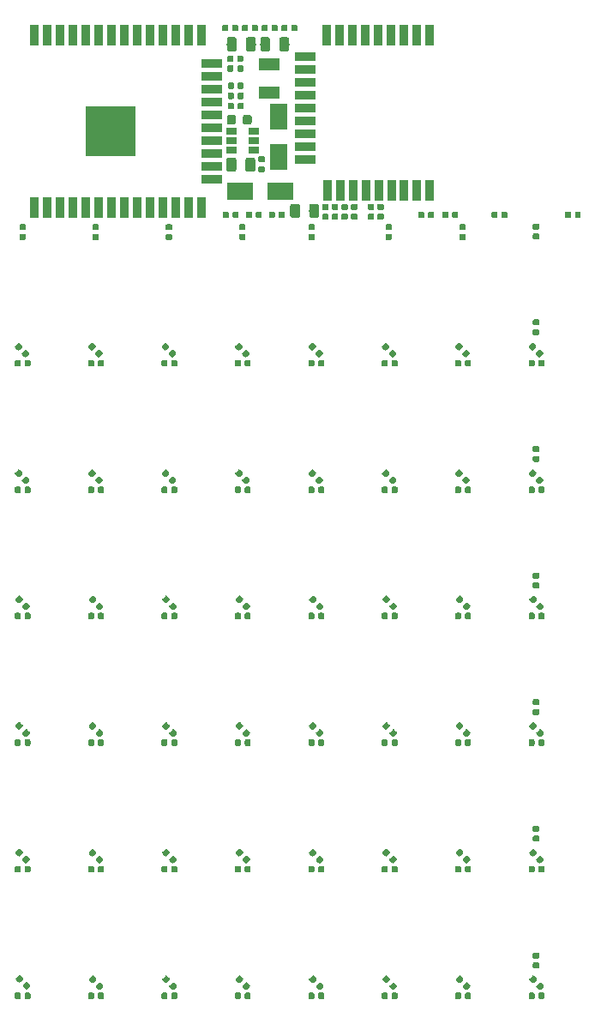
<source format=gbr>
G04 #@! TF.GenerationSoftware,KiCad,Pcbnew,5.1.4+dfsg1-1*
G04 #@! TF.CreationDate,2019-12-22T16:06:28+01:00*
G04 #@! TF.ProjectId,masonjar,6d61736f-6e6a-4617-922e-6b696361645f,rev?*
G04 #@! TF.SameCoordinates,Original*
G04 #@! TF.FileFunction,Paste,Top*
G04 #@! TF.FilePolarity,Positive*
%FSLAX46Y46*%
G04 Gerber Fmt 4.6, Leading zero omitted, Abs format (unit mm)*
G04 Created by KiCad (PCBNEW 5.1.4+dfsg1-1) date 2019-12-22 16:06:28*
%MOMM*%
%LPD*%
G04 APERTURE LIST*
%ADD10R,2.000000X1.200000*%
%ADD11C,0.100000*%
%ADD12C,0.875000*%
%ADD13R,0.900000X2.000000*%
%ADD14R,2.000000X0.900000*%
%ADD15R,5.000000X5.000000*%
%ADD16R,1.060000X0.650000*%
%ADD17C,0.590000*%
%ADD18R,1.800000X2.500000*%
%ADD19R,2.500000X1.800000*%
%ADD20C,0.975000*%
G04 APERTURE END LIST*
D10*
X-950000Y-7400000D03*
X-950000Y-10200000D03*
D11*
G36*
X-4447309Y-12376053D02*
G01*
X-4426074Y-12379203D01*
X-4405250Y-12384419D01*
X-4385038Y-12391651D01*
X-4365632Y-12400830D01*
X-4347219Y-12411866D01*
X-4329976Y-12424654D01*
X-4314070Y-12439070D01*
X-4299654Y-12454976D01*
X-4286866Y-12472219D01*
X-4275830Y-12490632D01*
X-4266651Y-12510038D01*
X-4259419Y-12530250D01*
X-4254203Y-12551074D01*
X-4251053Y-12572309D01*
X-4250000Y-12593750D01*
X-4250000Y-13106250D01*
X-4251053Y-13127691D01*
X-4254203Y-13148926D01*
X-4259419Y-13169750D01*
X-4266651Y-13189962D01*
X-4275830Y-13209368D01*
X-4286866Y-13227781D01*
X-4299654Y-13245024D01*
X-4314070Y-13260930D01*
X-4329976Y-13275346D01*
X-4347219Y-13288134D01*
X-4365632Y-13299170D01*
X-4385038Y-13308349D01*
X-4405250Y-13315581D01*
X-4426074Y-13320797D01*
X-4447309Y-13323947D01*
X-4468750Y-13325000D01*
X-4906250Y-13325000D01*
X-4927691Y-13323947D01*
X-4948926Y-13320797D01*
X-4969750Y-13315581D01*
X-4989962Y-13308349D01*
X-5009368Y-13299170D01*
X-5027781Y-13288134D01*
X-5045024Y-13275346D01*
X-5060930Y-13260930D01*
X-5075346Y-13245024D01*
X-5088134Y-13227781D01*
X-5099170Y-13209368D01*
X-5108349Y-13189962D01*
X-5115581Y-13169750D01*
X-5120797Y-13148926D01*
X-5123947Y-13127691D01*
X-5125000Y-13106250D01*
X-5125000Y-12593750D01*
X-5123947Y-12572309D01*
X-5120797Y-12551074D01*
X-5115581Y-12530250D01*
X-5108349Y-12510038D01*
X-5099170Y-12490632D01*
X-5088134Y-12472219D01*
X-5075346Y-12454976D01*
X-5060930Y-12439070D01*
X-5045024Y-12424654D01*
X-5027781Y-12411866D01*
X-5009368Y-12400830D01*
X-4989962Y-12391651D01*
X-4969750Y-12384419D01*
X-4948926Y-12379203D01*
X-4927691Y-12376053D01*
X-4906250Y-12375000D01*
X-4468750Y-12375000D01*
X-4447309Y-12376053D01*
X-4447309Y-12376053D01*
G37*
D12*
X-4687500Y-12850000D03*
D11*
G36*
X-2872309Y-12376053D02*
G01*
X-2851074Y-12379203D01*
X-2830250Y-12384419D01*
X-2810038Y-12391651D01*
X-2790632Y-12400830D01*
X-2772219Y-12411866D01*
X-2754976Y-12424654D01*
X-2739070Y-12439070D01*
X-2724654Y-12454976D01*
X-2711866Y-12472219D01*
X-2700830Y-12490632D01*
X-2691651Y-12510038D01*
X-2684419Y-12530250D01*
X-2679203Y-12551074D01*
X-2676053Y-12572309D01*
X-2675000Y-12593750D01*
X-2675000Y-13106250D01*
X-2676053Y-13127691D01*
X-2679203Y-13148926D01*
X-2684419Y-13169750D01*
X-2691651Y-13189962D01*
X-2700830Y-13209368D01*
X-2711866Y-13227781D01*
X-2724654Y-13245024D01*
X-2739070Y-13260930D01*
X-2754976Y-13275346D01*
X-2772219Y-13288134D01*
X-2790632Y-13299170D01*
X-2810038Y-13308349D01*
X-2830250Y-13315581D01*
X-2851074Y-13320797D01*
X-2872309Y-13323947D01*
X-2893750Y-13325000D01*
X-3331250Y-13325000D01*
X-3352691Y-13323947D01*
X-3373926Y-13320797D01*
X-3394750Y-13315581D01*
X-3414962Y-13308349D01*
X-3434368Y-13299170D01*
X-3452781Y-13288134D01*
X-3470024Y-13275346D01*
X-3485930Y-13260930D01*
X-3500346Y-13245024D01*
X-3513134Y-13227781D01*
X-3524170Y-13209368D01*
X-3533349Y-13189962D01*
X-3540581Y-13169750D01*
X-3545797Y-13148926D01*
X-3548947Y-13127691D01*
X-3550000Y-13106250D01*
X-3550000Y-12593750D01*
X-3548947Y-12572309D01*
X-3545797Y-12551074D01*
X-3540581Y-12530250D01*
X-3533349Y-12510038D01*
X-3524170Y-12490632D01*
X-3513134Y-12472219D01*
X-3500346Y-12454976D01*
X-3485930Y-12439070D01*
X-3470024Y-12424654D01*
X-3452781Y-12411866D01*
X-3434368Y-12400830D01*
X-3414962Y-12391651D01*
X-3394750Y-12384419D01*
X-3373926Y-12379203D01*
X-3352691Y-12376053D01*
X-3331250Y-12375000D01*
X-2893750Y-12375000D01*
X-2872309Y-12376053D01*
X-2872309Y-12376053D01*
G37*
D12*
X-3112500Y-12850000D03*
D13*
X-24105000Y-4500000D03*
X-22835000Y-4500000D03*
X-21565000Y-4500000D03*
X-20295000Y-4500000D03*
X-19025000Y-4500000D03*
X-17755000Y-4500000D03*
X-16485000Y-4500000D03*
X-15215000Y-4500000D03*
X-13945000Y-4500000D03*
X-12675000Y-4500000D03*
X-11405000Y-4500000D03*
X-10135000Y-4500000D03*
X-8865000Y-4500000D03*
X-7595000Y-4500000D03*
D14*
X-6595000Y-7285000D03*
X-6595000Y-8555000D03*
X-6595000Y-9825000D03*
X-6595000Y-11095000D03*
X-6595000Y-12365000D03*
X-6595000Y-13635000D03*
X-6595000Y-14905000D03*
X-6595000Y-16175000D03*
X-6595000Y-17445000D03*
X-6595000Y-18715000D03*
D13*
X-7595000Y-21500000D03*
X-8865000Y-21500000D03*
X-10135000Y-21500000D03*
X-11405000Y-21500000D03*
X-12675000Y-21500000D03*
X-13945000Y-21500000D03*
X-15215000Y-21500000D03*
X-16485000Y-21500000D03*
X-17755000Y-21500000D03*
X-19025000Y-21500000D03*
X-20295000Y-21500000D03*
X-21565000Y-21500000D03*
X-22835000Y-21500000D03*
X-24105000Y-21500000D03*
D15*
X-16605000Y-14000000D03*
D16*
X-2450000Y-14900000D03*
X-2450000Y-13950000D03*
X-2450000Y-15850000D03*
X-4650000Y-15850000D03*
X-4650000Y-14900000D03*
X-4650000Y-13950000D03*
D13*
X14921000Y-19838000D03*
X13651000Y-19838000D03*
X12381000Y-19838000D03*
X11132500Y-19831000D03*
X9862500Y-19831000D03*
X8592500Y-19831000D03*
X7322500Y-19831000D03*
X6052500Y-19831000D03*
X4782500Y-19831000D03*
D14*
X2602000Y-16799000D03*
X2602000Y-15529000D03*
X2602000Y-14259000D03*
X2602000Y-12989000D03*
X2606500Y-11730500D03*
X2606500Y-10460500D03*
X2606500Y-9190500D03*
X2606500Y-7920500D03*
X2606500Y-6650500D03*
D13*
X4761000Y-4473000D03*
X6031000Y-4473000D03*
X7301000Y-4473000D03*
X8571000Y-4473000D03*
X9841000Y-4473000D03*
X11111000Y-4473000D03*
X12381000Y-4473000D03*
X13651000Y-4473000D03*
X14921000Y-4473000D03*
D11*
G36*
X-1513042Y-17440710D02*
G01*
X-1498724Y-17442834D01*
X-1484683Y-17446351D01*
X-1471054Y-17451228D01*
X-1457969Y-17457417D01*
X-1445553Y-17464858D01*
X-1433927Y-17473481D01*
X-1423202Y-17483202D01*
X-1413481Y-17493927D01*
X-1404858Y-17505553D01*
X-1397417Y-17517969D01*
X-1391228Y-17531054D01*
X-1386351Y-17544683D01*
X-1382834Y-17558724D01*
X-1380710Y-17573042D01*
X-1380000Y-17587500D01*
X-1380000Y-17882500D01*
X-1380710Y-17896958D01*
X-1382834Y-17911276D01*
X-1386351Y-17925317D01*
X-1391228Y-17938946D01*
X-1397417Y-17952031D01*
X-1404858Y-17964447D01*
X-1413481Y-17976073D01*
X-1423202Y-17986798D01*
X-1433927Y-17996519D01*
X-1445553Y-18005142D01*
X-1457969Y-18012583D01*
X-1471054Y-18018772D01*
X-1484683Y-18023649D01*
X-1498724Y-18027166D01*
X-1513042Y-18029290D01*
X-1527500Y-18030000D01*
X-1872500Y-18030000D01*
X-1886958Y-18029290D01*
X-1901276Y-18027166D01*
X-1915317Y-18023649D01*
X-1928946Y-18018772D01*
X-1942031Y-18012583D01*
X-1954447Y-18005142D01*
X-1966073Y-17996519D01*
X-1976798Y-17986798D01*
X-1986519Y-17976073D01*
X-1995142Y-17964447D01*
X-2002583Y-17952031D01*
X-2008772Y-17938946D01*
X-2013649Y-17925317D01*
X-2017166Y-17911276D01*
X-2019290Y-17896958D01*
X-2020000Y-17882500D01*
X-2020000Y-17587500D01*
X-2019290Y-17573042D01*
X-2017166Y-17558724D01*
X-2013649Y-17544683D01*
X-2008772Y-17531054D01*
X-2002583Y-17517969D01*
X-1995142Y-17505553D01*
X-1986519Y-17493927D01*
X-1976798Y-17483202D01*
X-1966073Y-17473481D01*
X-1954447Y-17464858D01*
X-1942031Y-17457417D01*
X-1928946Y-17451228D01*
X-1915317Y-17446351D01*
X-1901276Y-17442834D01*
X-1886958Y-17440710D01*
X-1872500Y-17440000D01*
X-1527500Y-17440000D01*
X-1513042Y-17440710D01*
X-1513042Y-17440710D01*
G37*
D17*
X-1700000Y-17735000D03*
D11*
G36*
X-1513042Y-16470710D02*
G01*
X-1498724Y-16472834D01*
X-1484683Y-16476351D01*
X-1471054Y-16481228D01*
X-1457969Y-16487417D01*
X-1445553Y-16494858D01*
X-1433927Y-16503481D01*
X-1423202Y-16513202D01*
X-1413481Y-16523927D01*
X-1404858Y-16535553D01*
X-1397417Y-16547969D01*
X-1391228Y-16561054D01*
X-1386351Y-16574683D01*
X-1382834Y-16588724D01*
X-1380710Y-16603042D01*
X-1380000Y-16617500D01*
X-1380000Y-16912500D01*
X-1380710Y-16926958D01*
X-1382834Y-16941276D01*
X-1386351Y-16955317D01*
X-1391228Y-16968946D01*
X-1397417Y-16982031D01*
X-1404858Y-16994447D01*
X-1413481Y-17006073D01*
X-1423202Y-17016798D01*
X-1433927Y-17026519D01*
X-1445553Y-17035142D01*
X-1457969Y-17042583D01*
X-1471054Y-17048772D01*
X-1484683Y-17053649D01*
X-1498724Y-17057166D01*
X-1513042Y-17059290D01*
X-1527500Y-17060000D01*
X-1872500Y-17060000D01*
X-1886958Y-17059290D01*
X-1901276Y-17057166D01*
X-1915317Y-17053649D01*
X-1928946Y-17048772D01*
X-1942031Y-17042583D01*
X-1954447Y-17035142D01*
X-1966073Y-17026519D01*
X-1976798Y-17016798D01*
X-1986519Y-17006073D01*
X-1995142Y-16994447D01*
X-2002583Y-16982031D01*
X-2008772Y-16968946D01*
X-2013649Y-16955317D01*
X-2017166Y-16941276D01*
X-2019290Y-16926958D01*
X-2020000Y-16912500D01*
X-2020000Y-16617500D01*
X-2019290Y-16603042D01*
X-2017166Y-16588724D01*
X-2013649Y-16574683D01*
X-2008772Y-16561054D01*
X-2002583Y-16547969D01*
X-1995142Y-16535553D01*
X-1986519Y-16523927D01*
X-1976798Y-16513202D01*
X-1966073Y-16503481D01*
X-1954447Y-16494858D01*
X-1942031Y-16487417D01*
X-1928946Y-16481228D01*
X-1915317Y-16476351D01*
X-1901276Y-16472834D01*
X-1886958Y-16470710D01*
X-1872500Y-16470000D01*
X-1527500Y-16470000D01*
X-1513042Y-16470710D01*
X-1513042Y-16470710D01*
G37*
D17*
X-1700000Y-16765000D03*
D11*
G36*
X-4573042Y-11180710D02*
G01*
X-4558724Y-11182834D01*
X-4544683Y-11186351D01*
X-4531054Y-11191228D01*
X-4517969Y-11197417D01*
X-4505553Y-11204858D01*
X-4493927Y-11213481D01*
X-4483202Y-11223202D01*
X-4473481Y-11233927D01*
X-4464858Y-11245553D01*
X-4457417Y-11257969D01*
X-4451228Y-11271054D01*
X-4446351Y-11284683D01*
X-4442834Y-11298724D01*
X-4440710Y-11313042D01*
X-4440000Y-11327500D01*
X-4440000Y-11672500D01*
X-4440710Y-11686958D01*
X-4442834Y-11701276D01*
X-4446351Y-11715317D01*
X-4451228Y-11728946D01*
X-4457417Y-11742031D01*
X-4464858Y-11754447D01*
X-4473481Y-11766073D01*
X-4483202Y-11776798D01*
X-4493927Y-11786519D01*
X-4505553Y-11795142D01*
X-4517969Y-11802583D01*
X-4531054Y-11808772D01*
X-4544683Y-11813649D01*
X-4558724Y-11817166D01*
X-4573042Y-11819290D01*
X-4587500Y-11820000D01*
X-4882500Y-11820000D01*
X-4896958Y-11819290D01*
X-4911276Y-11817166D01*
X-4925317Y-11813649D01*
X-4938946Y-11808772D01*
X-4952031Y-11802583D01*
X-4964447Y-11795142D01*
X-4976073Y-11786519D01*
X-4986798Y-11776798D01*
X-4996519Y-11766073D01*
X-5005142Y-11754447D01*
X-5012583Y-11742031D01*
X-5018772Y-11728946D01*
X-5023649Y-11715317D01*
X-5027166Y-11701276D01*
X-5029290Y-11686958D01*
X-5030000Y-11672500D01*
X-5030000Y-11327500D01*
X-5029290Y-11313042D01*
X-5027166Y-11298724D01*
X-5023649Y-11284683D01*
X-5018772Y-11271054D01*
X-5012583Y-11257969D01*
X-5005142Y-11245553D01*
X-4996519Y-11233927D01*
X-4986798Y-11223202D01*
X-4976073Y-11213481D01*
X-4964447Y-11204858D01*
X-4952031Y-11197417D01*
X-4938946Y-11191228D01*
X-4925317Y-11186351D01*
X-4911276Y-11182834D01*
X-4896958Y-11180710D01*
X-4882500Y-11180000D01*
X-4587500Y-11180000D01*
X-4573042Y-11180710D01*
X-4573042Y-11180710D01*
G37*
D17*
X-4735000Y-11500000D03*
D11*
G36*
X-3603042Y-11180710D02*
G01*
X-3588724Y-11182834D01*
X-3574683Y-11186351D01*
X-3561054Y-11191228D01*
X-3547969Y-11197417D01*
X-3535553Y-11204858D01*
X-3523927Y-11213481D01*
X-3513202Y-11223202D01*
X-3503481Y-11233927D01*
X-3494858Y-11245553D01*
X-3487417Y-11257969D01*
X-3481228Y-11271054D01*
X-3476351Y-11284683D01*
X-3472834Y-11298724D01*
X-3470710Y-11313042D01*
X-3470000Y-11327500D01*
X-3470000Y-11672500D01*
X-3470710Y-11686958D01*
X-3472834Y-11701276D01*
X-3476351Y-11715317D01*
X-3481228Y-11728946D01*
X-3487417Y-11742031D01*
X-3494858Y-11754447D01*
X-3503481Y-11766073D01*
X-3513202Y-11776798D01*
X-3523927Y-11786519D01*
X-3535553Y-11795142D01*
X-3547969Y-11802583D01*
X-3561054Y-11808772D01*
X-3574683Y-11813649D01*
X-3588724Y-11817166D01*
X-3603042Y-11819290D01*
X-3617500Y-11820000D01*
X-3912500Y-11820000D01*
X-3926958Y-11819290D01*
X-3941276Y-11817166D01*
X-3955317Y-11813649D01*
X-3968946Y-11808772D01*
X-3982031Y-11802583D01*
X-3994447Y-11795142D01*
X-4006073Y-11786519D01*
X-4016798Y-11776798D01*
X-4026519Y-11766073D01*
X-4035142Y-11754447D01*
X-4042583Y-11742031D01*
X-4048772Y-11728946D01*
X-4053649Y-11715317D01*
X-4057166Y-11701276D01*
X-4059290Y-11686958D01*
X-4060000Y-11672500D01*
X-4060000Y-11327500D01*
X-4059290Y-11313042D01*
X-4057166Y-11298724D01*
X-4053649Y-11284683D01*
X-4048772Y-11271054D01*
X-4042583Y-11257969D01*
X-4035142Y-11245553D01*
X-4026519Y-11233927D01*
X-4016798Y-11223202D01*
X-4006073Y-11213481D01*
X-3994447Y-11204858D01*
X-3982031Y-11197417D01*
X-3968946Y-11191228D01*
X-3955317Y-11186351D01*
X-3941276Y-11182834D01*
X-3926958Y-11180710D01*
X-3912500Y-11180000D01*
X-3617500Y-11180000D01*
X-3603042Y-11180710D01*
X-3603042Y-11180710D01*
G37*
D17*
X-3765000Y-11500000D03*
D11*
G36*
X-3603042Y-10180710D02*
G01*
X-3588724Y-10182834D01*
X-3574683Y-10186351D01*
X-3561054Y-10191228D01*
X-3547969Y-10197417D01*
X-3535553Y-10204858D01*
X-3523927Y-10213481D01*
X-3513202Y-10223202D01*
X-3503481Y-10233927D01*
X-3494858Y-10245553D01*
X-3487417Y-10257969D01*
X-3481228Y-10271054D01*
X-3476351Y-10284683D01*
X-3472834Y-10298724D01*
X-3470710Y-10313042D01*
X-3470000Y-10327500D01*
X-3470000Y-10672500D01*
X-3470710Y-10686958D01*
X-3472834Y-10701276D01*
X-3476351Y-10715317D01*
X-3481228Y-10728946D01*
X-3487417Y-10742031D01*
X-3494858Y-10754447D01*
X-3503481Y-10766073D01*
X-3513202Y-10776798D01*
X-3523927Y-10786519D01*
X-3535553Y-10795142D01*
X-3547969Y-10802583D01*
X-3561054Y-10808772D01*
X-3574683Y-10813649D01*
X-3588724Y-10817166D01*
X-3603042Y-10819290D01*
X-3617500Y-10820000D01*
X-3912500Y-10820000D01*
X-3926958Y-10819290D01*
X-3941276Y-10817166D01*
X-3955317Y-10813649D01*
X-3968946Y-10808772D01*
X-3982031Y-10802583D01*
X-3994447Y-10795142D01*
X-4006073Y-10786519D01*
X-4016798Y-10776798D01*
X-4026519Y-10766073D01*
X-4035142Y-10754447D01*
X-4042583Y-10742031D01*
X-4048772Y-10728946D01*
X-4053649Y-10715317D01*
X-4057166Y-10701276D01*
X-4059290Y-10686958D01*
X-4060000Y-10672500D01*
X-4060000Y-10327500D01*
X-4059290Y-10313042D01*
X-4057166Y-10298724D01*
X-4053649Y-10284683D01*
X-4048772Y-10271054D01*
X-4042583Y-10257969D01*
X-4035142Y-10245553D01*
X-4026519Y-10233927D01*
X-4016798Y-10223202D01*
X-4006073Y-10213481D01*
X-3994447Y-10204858D01*
X-3982031Y-10197417D01*
X-3968946Y-10191228D01*
X-3955317Y-10186351D01*
X-3941276Y-10182834D01*
X-3926958Y-10180710D01*
X-3912500Y-10180000D01*
X-3617500Y-10180000D01*
X-3603042Y-10180710D01*
X-3603042Y-10180710D01*
G37*
D17*
X-3765000Y-10500000D03*
D11*
G36*
X-4573042Y-10180710D02*
G01*
X-4558724Y-10182834D01*
X-4544683Y-10186351D01*
X-4531054Y-10191228D01*
X-4517969Y-10197417D01*
X-4505553Y-10204858D01*
X-4493927Y-10213481D01*
X-4483202Y-10223202D01*
X-4473481Y-10233927D01*
X-4464858Y-10245553D01*
X-4457417Y-10257969D01*
X-4451228Y-10271054D01*
X-4446351Y-10284683D01*
X-4442834Y-10298724D01*
X-4440710Y-10313042D01*
X-4440000Y-10327500D01*
X-4440000Y-10672500D01*
X-4440710Y-10686958D01*
X-4442834Y-10701276D01*
X-4446351Y-10715317D01*
X-4451228Y-10728946D01*
X-4457417Y-10742031D01*
X-4464858Y-10754447D01*
X-4473481Y-10766073D01*
X-4483202Y-10776798D01*
X-4493927Y-10786519D01*
X-4505553Y-10795142D01*
X-4517969Y-10802583D01*
X-4531054Y-10808772D01*
X-4544683Y-10813649D01*
X-4558724Y-10817166D01*
X-4573042Y-10819290D01*
X-4587500Y-10820000D01*
X-4882500Y-10820000D01*
X-4896958Y-10819290D01*
X-4911276Y-10817166D01*
X-4925317Y-10813649D01*
X-4938946Y-10808772D01*
X-4952031Y-10802583D01*
X-4964447Y-10795142D01*
X-4976073Y-10786519D01*
X-4986798Y-10776798D01*
X-4996519Y-10766073D01*
X-5005142Y-10754447D01*
X-5012583Y-10742031D01*
X-5018772Y-10728946D01*
X-5023649Y-10715317D01*
X-5027166Y-10701276D01*
X-5029290Y-10686958D01*
X-5030000Y-10672500D01*
X-5030000Y-10327500D01*
X-5029290Y-10313042D01*
X-5027166Y-10298724D01*
X-5023649Y-10284683D01*
X-5018772Y-10271054D01*
X-5012583Y-10257969D01*
X-5005142Y-10245553D01*
X-4996519Y-10233927D01*
X-4986798Y-10223202D01*
X-4976073Y-10213481D01*
X-4964447Y-10204858D01*
X-4952031Y-10197417D01*
X-4938946Y-10191228D01*
X-4925317Y-10186351D01*
X-4911276Y-10182834D01*
X-4896958Y-10180710D01*
X-4882500Y-10180000D01*
X-4587500Y-10180000D01*
X-4573042Y-10180710D01*
X-4573042Y-10180710D01*
G37*
D17*
X-4735000Y-10500000D03*
D11*
G36*
X-4623042Y-6530710D02*
G01*
X-4608724Y-6532834D01*
X-4594683Y-6536351D01*
X-4581054Y-6541228D01*
X-4567969Y-6547417D01*
X-4555553Y-6554858D01*
X-4543927Y-6563481D01*
X-4533202Y-6573202D01*
X-4523481Y-6583927D01*
X-4514858Y-6595553D01*
X-4507417Y-6607969D01*
X-4501228Y-6621054D01*
X-4496351Y-6634683D01*
X-4492834Y-6648724D01*
X-4490710Y-6663042D01*
X-4490000Y-6677500D01*
X-4490000Y-7022500D01*
X-4490710Y-7036958D01*
X-4492834Y-7051276D01*
X-4496351Y-7065317D01*
X-4501228Y-7078946D01*
X-4507417Y-7092031D01*
X-4514858Y-7104447D01*
X-4523481Y-7116073D01*
X-4533202Y-7126798D01*
X-4543927Y-7136519D01*
X-4555553Y-7145142D01*
X-4567969Y-7152583D01*
X-4581054Y-7158772D01*
X-4594683Y-7163649D01*
X-4608724Y-7167166D01*
X-4623042Y-7169290D01*
X-4637500Y-7170000D01*
X-4932500Y-7170000D01*
X-4946958Y-7169290D01*
X-4961276Y-7167166D01*
X-4975317Y-7163649D01*
X-4988946Y-7158772D01*
X-5002031Y-7152583D01*
X-5014447Y-7145142D01*
X-5026073Y-7136519D01*
X-5036798Y-7126798D01*
X-5046519Y-7116073D01*
X-5055142Y-7104447D01*
X-5062583Y-7092031D01*
X-5068772Y-7078946D01*
X-5073649Y-7065317D01*
X-5077166Y-7051276D01*
X-5079290Y-7036958D01*
X-5080000Y-7022500D01*
X-5080000Y-6677500D01*
X-5079290Y-6663042D01*
X-5077166Y-6648724D01*
X-5073649Y-6634683D01*
X-5068772Y-6621054D01*
X-5062583Y-6607969D01*
X-5055142Y-6595553D01*
X-5046519Y-6583927D01*
X-5036798Y-6573202D01*
X-5026073Y-6563481D01*
X-5014447Y-6554858D01*
X-5002031Y-6547417D01*
X-4988946Y-6541228D01*
X-4975317Y-6536351D01*
X-4961276Y-6532834D01*
X-4946958Y-6530710D01*
X-4932500Y-6530000D01*
X-4637500Y-6530000D01*
X-4623042Y-6530710D01*
X-4623042Y-6530710D01*
G37*
D17*
X-4785000Y-6850000D03*
D11*
G36*
X-3653042Y-6530710D02*
G01*
X-3638724Y-6532834D01*
X-3624683Y-6536351D01*
X-3611054Y-6541228D01*
X-3597969Y-6547417D01*
X-3585553Y-6554858D01*
X-3573927Y-6563481D01*
X-3563202Y-6573202D01*
X-3553481Y-6583927D01*
X-3544858Y-6595553D01*
X-3537417Y-6607969D01*
X-3531228Y-6621054D01*
X-3526351Y-6634683D01*
X-3522834Y-6648724D01*
X-3520710Y-6663042D01*
X-3520000Y-6677500D01*
X-3520000Y-7022500D01*
X-3520710Y-7036958D01*
X-3522834Y-7051276D01*
X-3526351Y-7065317D01*
X-3531228Y-7078946D01*
X-3537417Y-7092031D01*
X-3544858Y-7104447D01*
X-3553481Y-7116073D01*
X-3563202Y-7126798D01*
X-3573927Y-7136519D01*
X-3585553Y-7145142D01*
X-3597969Y-7152583D01*
X-3611054Y-7158772D01*
X-3624683Y-7163649D01*
X-3638724Y-7167166D01*
X-3653042Y-7169290D01*
X-3667500Y-7170000D01*
X-3962500Y-7170000D01*
X-3976958Y-7169290D01*
X-3991276Y-7167166D01*
X-4005317Y-7163649D01*
X-4018946Y-7158772D01*
X-4032031Y-7152583D01*
X-4044447Y-7145142D01*
X-4056073Y-7136519D01*
X-4066798Y-7126798D01*
X-4076519Y-7116073D01*
X-4085142Y-7104447D01*
X-4092583Y-7092031D01*
X-4098772Y-7078946D01*
X-4103649Y-7065317D01*
X-4107166Y-7051276D01*
X-4109290Y-7036958D01*
X-4110000Y-7022500D01*
X-4110000Y-6677500D01*
X-4109290Y-6663042D01*
X-4107166Y-6648724D01*
X-4103649Y-6634683D01*
X-4098772Y-6621054D01*
X-4092583Y-6607969D01*
X-4085142Y-6595553D01*
X-4076519Y-6583927D01*
X-4066798Y-6573202D01*
X-4056073Y-6563481D01*
X-4044447Y-6554858D01*
X-4032031Y-6547417D01*
X-4018946Y-6541228D01*
X-4005317Y-6536351D01*
X-3991276Y-6532834D01*
X-3976958Y-6530710D01*
X-3962500Y-6530000D01*
X-3667500Y-6530000D01*
X-3653042Y-6530710D01*
X-3653042Y-6530710D01*
G37*
D17*
X-3815000Y-6850000D03*
D11*
G36*
X16611958Y-21930710D02*
G01*
X16626276Y-21932834D01*
X16640317Y-21936351D01*
X16653946Y-21941228D01*
X16667031Y-21947417D01*
X16679447Y-21954858D01*
X16691073Y-21963481D01*
X16701798Y-21973202D01*
X16711519Y-21983927D01*
X16720142Y-21995553D01*
X16727583Y-22007969D01*
X16733772Y-22021054D01*
X16738649Y-22034683D01*
X16742166Y-22048724D01*
X16744290Y-22063042D01*
X16745000Y-22077500D01*
X16745000Y-22422500D01*
X16744290Y-22436958D01*
X16742166Y-22451276D01*
X16738649Y-22465317D01*
X16733772Y-22478946D01*
X16727583Y-22492031D01*
X16720142Y-22504447D01*
X16711519Y-22516073D01*
X16701798Y-22526798D01*
X16691073Y-22536519D01*
X16679447Y-22545142D01*
X16667031Y-22552583D01*
X16653946Y-22558772D01*
X16640317Y-22563649D01*
X16626276Y-22567166D01*
X16611958Y-22569290D01*
X16597500Y-22570000D01*
X16302500Y-22570000D01*
X16288042Y-22569290D01*
X16273724Y-22567166D01*
X16259683Y-22563649D01*
X16246054Y-22558772D01*
X16232969Y-22552583D01*
X16220553Y-22545142D01*
X16208927Y-22536519D01*
X16198202Y-22526798D01*
X16188481Y-22516073D01*
X16179858Y-22504447D01*
X16172417Y-22492031D01*
X16166228Y-22478946D01*
X16161351Y-22465317D01*
X16157834Y-22451276D01*
X16155710Y-22436958D01*
X16155000Y-22422500D01*
X16155000Y-22077500D01*
X16155710Y-22063042D01*
X16157834Y-22048724D01*
X16161351Y-22034683D01*
X16166228Y-22021054D01*
X16172417Y-22007969D01*
X16179858Y-21995553D01*
X16188481Y-21983927D01*
X16198202Y-21973202D01*
X16208927Y-21963481D01*
X16220553Y-21954858D01*
X16232969Y-21947417D01*
X16246054Y-21941228D01*
X16259683Y-21936351D01*
X16273724Y-21932834D01*
X16288042Y-21930710D01*
X16302500Y-21930000D01*
X16597500Y-21930000D01*
X16611958Y-21930710D01*
X16611958Y-21930710D01*
G37*
D17*
X16450000Y-22250000D03*
D11*
G36*
X17581958Y-21930710D02*
G01*
X17596276Y-21932834D01*
X17610317Y-21936351D01*
X17623946Y-21941228D01*
X17637031Y-21947417D01*
X17649447Y-21954858D01*
X17661073Y-21963481D01*
X17671798Y-21973202D01*
X17681519Y-21983927D01*
X17690142Y-21995553D01*
X17697583Y-22007969D01*
X17703772Y-22021054D01*
X17708649Y-22034683D01*
X17712166Y-22048724D01*
X17714290Y-22063042D01*
X17715000Y-22077500D01*
X17715000Y-22422500D01*
X17714290Y-22436958D01*
X17712166Y-22451276D01*
X17708649Y-22465317D01*
X17703772Y-22478946D01*
X17697583Y-22492031D01*
X17690142Y-22504447D01*
X17681519Y-22516073D01*
X17671798Y-22526798D01*
X17661073Y-22536519D01*
X17649447Y-22545142D01*
X17637031Y-22552583D01*
X17623946Y-22558772D01*
X17610317Y-22563649D01*
X17596276Y-22567166D01*
X17581958Y-22569290D01*
X17567500Y-22570000D01*
X17272500Y-22570000D01*
X17258042Y-22569290D01*
X17243724Y-22567166D01*
X17229683Y-22563649D01*
X17216054Y-22558772D01*
X17202969Y-22552583D01*
X17190553Y-22545142D01*
X17178927Y-22536519D01*
X17168202Y-22526798D01*
X17158481Y-22516073D01*
X17149858Y-22504447D01*
X17142417Y-22492031D01*
X17136228Y-22478946D01*
X17131351Y-22465317D01*
X17127834Y-22451276D01*
X17125710Y-22436958D01*
X17125000Y-22422500D01*
X17125000Y-22077500D01*
X17125710Y-22063042D01*
X17127834Y-22048724D01*
X17131351Y-22034683D01*
X17136228Y-22021054D01*
X17142417Y-22007969D01*
X17149858Y-21995553D01*
X17158481Y-21983927D01*
X17168202Y-21973202D01*
X17178927Y-21963481D01*
X17190553Y-21954858D01*
X17202969Y-21947417D01*
X17216054Y-21941228D01*
X17229683Y-21936351D01*
X17243724Y-21932834D01*
X17258042Y-21930710D01*
X17272500Y-21930000D01*
X17567500Y-21930000D01*
X17581958Y-21930710D01*
X17581958Y-21930710D01*
G37*
D17*
X17420000Y-22250000D03*
D11*
G36*
X9286958Y-22140710D02*
G01*
X9301276Y-22142834D01*
X9315317Y-22146351D01*
X9328946Y-22151228D01*
X9342031Y-22157417D01*
X9354447Y-22164858D01*
X9366073Y-22173481D01*
X9376798Y-22183202D01*
X9386519Y-22193927D01*
X9395142Y-22205553D01*
X9402583Y-22217969D01*
X9408772Y-22231054D01*
X9413649Y-22244683D01*
X9417166Y-22258724D01*
X9419290Y-22273042D01*
X9420000Y-22287500D01*
X9420000Y-22582500D01*
X9419290Y-22596958D01*
X9417166Y-22611276D01*
X9413649Y-22625317D01*
X9408772Y-22638946D01*
X9402583Y-22652031D01*
X9395142Y-22664447D01*
X9386519Y-22676073D01*
X9376798Y-22686798D01*
X9366073Y-22696519D01*
X9354447Y-22705142D01*
X9342031Y-22712583D01*
X9328946Y-22718772D01*
X9315317Y-22723649D01*
X9301276Y-22727166D01*
X9286958Y-22729290D01*
X9272500Y-22730000D01*
X8927500Y-22730000D01*
X8913042Y-22729290D01*
X8898724Y-22727166D01*
X8884683Y-22723649D01*
X8871054Y-22718772D01*
X8857969Y-22712583D01*
X8845553Y-22705142D01*
X8833927Y-22696519D01*
X8823202Y-22686798D01*
X8813481Y-22676073D01*
X8804858Y-22664447D01*
X8797417Y-22652031D01*
X8791228Y-22638946D01*
X8786351Y-22625317D01*
X8782834Y-22611276D01*
X8780710Y-22596958D01*
X8780000Y-22582500D01*
X8780000Y-22287500D01*
X8780710Y-22273042D01*
X8782834Y-22258724D01*
X8786351Y-22244683D01*
X8791228Y-22231054D01*
X8797417Y-22217969D01*
X8804858Y-22205553D01*
X8813481Y-22193927D01*
X8823202Y-22183202D01*
X8833927Y-22173481D01*
X8845553Y-22164858D01*
X8857969Y-22157417D01*
X8871054Y-22151228D01*
X8884683Y-22146351D01*
X8898724Y-22142834D01*
X8913042Y-22140710D01*
X8927500Y-22140000D01*
X9272500Y-22140000D01*
X9286958Y-22140710D01*
X9286958Y-22140710D01*
G37*
D17*
X9100000Y-22435000D03*
D11*
G36*
X9286958Y-21170710D02*
G01*
X9301276Y-21172834D01*
X9315317Y-21176351D01*
X9328946Y-21181228D01*
X9342031Y-21187417D01*
X9354447Y-21194858D01*
X9366073Y-21203481D01*
X9376798Y-21213202D01*
X9386519Y-21223927D01*
X9395142Y-21235553D01*
X9402583Y-21247969D01*
X9408772Y-21261054D01*
X9413649Y-21274683D01*
X9417166Y-21288724D01*
X9419290Y-21303042D01*
X9420000Y-21317500D01*
X9420000Y-21612500D01*
X9419290Y-21626958D01*
X9417166Y-21641276D01*
X9413649Y-21655317D01*
X9408772Y-21668946D01*
X9402583Y-21682031D01*
X9395142Y-21694447D01*
X9386519Y-21706073D01*
X9376798Y-21716798D01*
X9366073Y-21726519D01*
X9354447Y-21735142D01*
X9342031Y-21742583D01*
X9328946Y-21748772D01*
X9315317Y-21753649D01*
X9301276Y-21757166D01*
X9286958Y-21759290D01*
X9272500Y-21760000D01*
X8927500Y-21760000D01*
X8913042Y-21759290D01*
X8898724Y-21757166D01*
X8884683Y-21753649D01*
X8871054Y-21748772D01*
X8857969Y-21742583D01*
X8845553Y-21735142D01*
X8833927Y-21726519D01*
X8823202Y-21716798D01*
X8813481Y-21706073D01*
X8804858Y-21694447D01*
X8797417Y-21682031D01*
X8791228Y-21668946D01*
X8786351Y-21655317D01*
X8782834Y-21641276D01*
X8780710Y-21626958D01*
X8780000Y-21612500D01*
X8780000Y-21317500D01*
X8780710Y-21303042D01*
X8782834Y-21288724D01*
X8786351Y-21274683D01*
X8791228Y-21261054D01*
X8797417Y-21247969D01*
X8804858Y-21235553D01*
X8813481Y-21223927D01*
X8823202Y-21213202D01*
X8833927Y-21203481D01*
X8845553Y-21194858D01*
X8857969Y-21187417D01*
X8871054Y-21181228D01*
X8884683Y-21176351D01*
X8898724Y-21172834D01*
X8913042Y-21170710D01*
X8927500Y-21170000D01*
X9272500Y-21170000D01*
X9286958Y-21170710D01*
X9286958Y-21170710D01*
G37*
D17*
X9100000Y-21465000D03*
D11*
G36*
X6686958Y-22140710D02*
G01*
X6701276Y-22142834D01*
X6715317Y-22146351D01*
X6728946Y-22151228D01*
X6742031Y-22157417D01*
X6754447Y-22164858D01*
X6766073Y-22173481D01*
X6776798Y-22183202D01*
X6786519Y-22193927D01*
X6795142Y-22205553D01*
X6802583Y-22217969D01*
X6808772Y-22231054D01*
X6813649Y-22244683D01*
X6817166Y-22258724D01*
X6819290Y-22273042D01*
X6820000Y-22287500D01*
X6820000Y-22582500D01*
X6819290Y-22596958D01*
X6817166Y-22611276D01*
X6813649Y-22625317D01*
X6808772Y-22638946D01*
X6802583Y-22652031D01*
X6795142Y-22664447D01*
X6786519Y-22676073D01*
X6776798Y-22686798D01*
X6766073Y-22696519D01*
X6754447Y-22705142D01*
X6742031Y-22712583D01*
X6728946Y-22718772D01*
X6715317Y-22723649D01*
X6701276Y-22727166D01*
X6686958Y-22729290D01*
X6672500Y-22730000D01*
X6327500Y-22730000D01*
X6313042Y-22729290D01*
X6298724Y-22727166D01*
X6284683Y-22723649D01*
X6271054Y-22718772D01*
X6257969Y-22712583D01*
X6245553Y-22705142D01*
X6233927Y-22696519D01*
X6223202Y-22686798D01*
X6213481Y-22676073D01*
X6204858Y-22664447D01*
X6197417Y-22652031D01*
X6191228Y-22638946D01*
X6186351Y-22625317D01*
X6182834Y-22611276D01*
X6180710Y-22596958D01*
X6180000Y-22582500D01*
X6180000Y-22287500D01*
X6180710Y-22273042D01*
X6182834Y-22258724D01*
X6186351Y-22244683D01*
X6191228Y-22231054D01*
X6197417Y-22217969D01*
X6204858Y-22205553D01*
X6213481Y-22193927D01*
X6223202Y-22183202D01*
X6233927Y-22173481D01*
X6245553Y-22164858D01*
X6257969Y-22157417D01*
X6271054Y-22151228D01*
X6284683Y-22146351D01*
X6298724Y-22142834D01*
X6313042Y-22140710D01*
X6327500Y-22140000D01*
X6672500Y-22140000D01*
X6686958Y-22140710D01*
X6686958Y-22140710D01*
G37*
D17*
X6500000Y-22435000D03*
D11*
G36*
X6686958Y-21170710D02*
G01*
X6701276Y-21172834D01*
X6715317Y-21176351D01*
X6728946Y-21181228D01*
X6742031Y-21187417D01*
X6754447Y-21194858D01*
X6766073Y-21203481D01*
X6776798Y-21213202D01*
X6786519Y-21223927D01*
X6795142Y-21235553D01*
X6802583Y-21247969D01*
X6808772Y-21261054D01*
X6813649Y-21274683D01*
X6817166Y-21288724D01*
X6819290Y-21303042D01*
X6820000Y-21317500D01*
X6820000Y-21612500D01*
X6819290Y-21626958D01*
X6817166Y-21641276D01*
X6813649Y-21655317D01*
X6808772Y-21668946D01*
X6802583Y-21682031D01*
X6795142Y-21694447D01*
X6786519Y-21706073D01*
X6776798Y-21716798D01*
X6766073Y-21726519D01*
X6754447Y-21735142D01*
X6742031Y-21742583D01*
X6728946Y-21748772D01*
X6715317Y-21753649D01*
X6701276Y-21757166D01*
X6686958Y-21759290D01*
X6672500Y-21760000D01*
X6327500Y-21760000D01*
X6313042Y-21759290D01*
X6298724Y-21757166D01*
X6284683Y-21753649D01*
X6271054Y-21748772D01*
X6257969Y-21742583D01*
X6245553Y-21735142D01*
X6233927Y-21726519D01*
X6223202Y-21716798D01*
X6213481Y-21706073D01*
X6204858Y-21694447D01*
X6197417Y-21682031D01*
X6191228Y-21668946D01*
X6186351Y-21655317D01*
X6182834Y-21641276D01*
X6180710Y-21626958D01*
X6180000Y-21612500D01*
X6180000Y-21317500D01*
X6180710Y-21303042D01*
X6182834Y-21288724D01*
X6186351Y-21274683D01*
X6191228Y-21261054D01*
X6197417Y-21247969D01*
X6204858Y-21235553D01*
X6213481Y-21223927D01*
X6223202Y-21213202D01*
X6233927Y-21203481D01*
X6245553Y-21194858D01*
X6257969Y-21187417D01*
X6271054Y-21181228D01*
X6284683Y-21176351D01*
X6298724Y-21172834D01*
X6313042Y-21170710D01*
X6327500Y-21170000D01*
X6672500Y-21170000D01*
X6686958Y-21170710D01*
X6686958Y-21170710D01*
G37*
D17*
X6500000Y-21465000D03*
D11*
G36*
X5736958Y-22140710D02*
G01*
X5751276Y-22142834D01*
X5765317Y-22146351D01*
X5778946Y-22151228D01*
X5792031Y-22157417D01*
X5804447Y-22164858D01*
X5816073Y-22173481D01*
X5826798Y-22183202D01*
X5836519Y-22193927D01*
X5845142Y-22205553D01*
X5852583Y-22217969D01*
X5858772Y-22231054D01*
X5863649Y-22244683D01*
X5867166Y-22258724D01*
X5869290Y-22273042D01*
X5870000Y-22287500D01*
X5870000Y-22582500D01*
X5869290Y-22596958D01*
X5867166Y-22611276D01*
X5863649Y-22625317D01*
X5858772Y-22638946D01*
X5852583Y-22652031D01*
X5845142Y-22664447D01*
X5836519Y-22676073D01*
X5826798Y-22686798D01*
X5816073Y-22696519D01*
X5804447Y-22705142D01*
X5792031Y-22712583D01*
X5778946Y-22718772D01*
X5765317Y-22723649D01*
X5751276Y-22727166D01*
X5736958Y-22729290D01*
X5722500Y-22730000D01*
X5377500Y-22730000D01*
X5363042Y-22729290D01*
X5348724Y-22727166D01*
X5334683Y-22723649D01*
X5321054Y-22718772D01*
X5307969Y-22712583D01*
X5295553Y-22705142D01*
X5283927Y-22696519D01*
X5273202Y-22686798D01*
X5263481Y-22676073D01*
X5254858Y-22664447D01*
X5247417Y-22652031D01*
X5241228Y-22638946D01*
X5236351Y-22625317D01*
X5232834Y-22611276D01*
X5230710Y-22596958D01*
X5230000Y-22582500D01*
X5230000Y-22287500D01*
X5230710Y-22273042D01*
X5232834Y-22258724D01*
X5236351Y-22244683D01*
X5241228Y-22231054D01*
X5247417Y-22217969D01*
X5254858Y-22205553D01*
X5263481Y-22193927D01*
X5273202Y-22183202D01*
X5283927Y-22173481D01*
X5295553Y-22164858D01*
X5307969Y-22157417D01*
X5321054Y-22151228D01*
X5334683Y-22146351D01*
X5348724Y-22142834D01*
X5363042Y-22140710D01*
X5377500Y-22140000D01*
X5722500Y-22140000D01*
X5736958Y-22140710D01*
X5736958Y-22140710D01*
G37*
D17*
X5550000Y-22435000D03*
D11*
G36*
X5736958Y-21170710D02*
G01*
X5751276Y-21172834D01*
X5765317Y-21176351D01*
X5778946Y-21181228D01*
X5792031Y-21187417D01*
X5804447Y-21194858D01*
X5816073Y-21203481D01*
X5826798Y-21213202D01*
X5836519Y-21223927D01*
X5845142Y-21235553D01*
X5852583Y-21247969D01*
X5858772Y-21261054D01*
X5863649Y-21274683D01*
X5867166Y-21288724D01*
X5869290Y-21303042D01*
X5870000Y-21317500D01*
X5870000Y-21612500D01*
X5869290Y-21626958D01*
X5867166Y-21641276D01*
X5863649Y-21655317D01*
X5858772Y-21668946D01*
X5852583Y-21682031D01*
X5845142Y-21694447D01*
X5836519Y-21706073D01*
X5826798Y-21716798D01*
X5816073Y-21726519D01*
X5804447Y-21735142D01*
X5792031Y-21742583D01*
X5778946Y-21748772D01*
X5765317Y-21753649D01*
X5751276Y-21757166D01*
X5736958Y-21759290D01*
X5722500Y-21760000D01*
X5377500Y-21760000D01*
X5363042Y-21759290D01*
X5348724Y-21757166D01*
X5334683Y-21753649D01*
X5321054Y-21748772D01*
X5307969Y-21742583D01*
X5295553Y-21735142D01*
X5283927Y-21726519D01*
X5273202Y-21716798D01*
X5263481Y-21706073D01*
X5254858Y-21694447D01*
X5247417Y-21682031D01*
X5241228Y-21668946D01*
X5236351Y-21655317D01*
X5232834Y-21641276D01*
X5230710Y-21626958D01*
X5230000Y-21612500D01*
X5230000Y-21317500D01*
X5230710Y-21303042D01*
X5232834Y-21288724D01*
X5236351Y-21274683D01*
X5241228Y-21261054D01*
X5247417Y-21247969D01*
X5254858Y-21235553D01*
X5263481Y-21223927D01*
X5273202Y-21213202D01*
X5283927Y-21203481D01*
X5295553Y-21194858D01*
X5307969Y-21187417D01*
X5321054Y-21181228D01*
X5334683Y-21176351D01*
X5348724Y-21172834D01*
X5363042Y-21170710D01*
X5377500Y-21170000D01*
X5722500Y-21170000D01*
X5736958Y-21170710D01*
X5736958Y-21170710D01*
G37*
D17*
X5550000Y-21465000D03*
D11*
G36*
X1696958Y-3480710D02*
G01*
X1711276Y-3482834D01*
X1725317Y-3486351D01*
X1738946Y-3491228D01*
X1752031Y-3497417D01*
X1764447Y-3504858D01*
X1776073Y-3513481D01*
X1786798Y-3523202D01*
X1796519Y-3533927D01*
X1805142Y-3545553D01*
X1812583Y-3557969D01*
X1818772Y-3571054D01*
X1823649Y-3584683D01*
X1827166Y-3598724D01*
X1829290Y-3613042D01*
X1830000Y-3627500D01*
X1830000Y-3972500D01*
X1829290Y-3986958D01*
X1827166Y-4001276D01*
X1823649Y-4015317D01*
X1818772Y-4028946D01*
X1812583Y-4042031D01*
X1805142Y-4054447D01*
X1796519Y-4066073D01*
X1786798Y-4076798D01*
X1776073Y-4086519D01*
X1764447Y-4095142D01*
X1752031Y-4102583D01*
X1738946Y-4108772D01*
X1725317Y-4113649D01*
X1711276Y-4117166D01*
X1696958Y-4119290D01*
X1682500Y-4120000D01*
X1387500Y-4120000D01*
X1373042Y-4119290D01*
X1358724Y-4117166D01*
X1344683Y-4113649D01*
X1331054Y-4108772D01*
X1317969Y-4102583D01*
X1305553Y-4095142D01*
X1293927Y-4086519D01*
X1283202Y-4076798D01*
X1273481Y-4066073D01*
X1264858Y-4054447D01*
X1257417Y-4042031D01*
X1251228Y-4028946D01*
X1246351Y-4015317D01*
X1242834Y-4001276D01*
X1240710Y-3986958D01*
X1240000Y-3972500D01*
X1240000Y-3627500D01*
X1240710Y-3613042D01*
X1242834Y-3598724D01*
X1246351Y-3584683D01*
X1251228Y-3571054D01*
X1257417Y-3557969D01*
X1264858Y-3545553D01*
X1273481Y-3533927D01*
X1283202Y-3523202D01*
X1293927Y-3513481D01*
X1305553Y-3504858D01*
X1317969Y-3497417D01*
X1331054Y-3491228D01*
X1344683Y-3486351D01*
X1358724Y-3482834D01*
X1373042Y-3480710D01*
X1387500Y-3480000D01*
X1682500Y-3480000D01*
X1696958Y-3480710D01*
X1696958Y-3480710D01*
G37*
D17*
X1535000Y-3800000D03*
D11*
G36*
X726958Y-3480710D02*
G01*
X741276Y-3482834D01*
X755317Y-3486351D01*
X768946Y-3491228D01*
X782031Y-3497417D01*
X794447Y-3504858D01*
X806073Y-3513481D01*
X816798Y-3523202D01*
X826519Y-3533927D01*
X835142Y-3545553D01*
X842583Y-3557969D01*
X848772Y-3571054D01*
X853649Y-3584683D01*
X857166Y-3598724D01*
X859290Y-3613042D01*
X860000Y-3627500D01*
X860000Y-3972500D01*
X859290Y-3986958D01*
X857166Y-4001276D01*
X853649Y-4015317D01*
X848772Y-4028946D01*
X842583Y-4042031D01*
X835142Y-4054447D01*
X826519Y-4066073D01*
X816798Y-4076798D01*
X806073Y-4086519D01*
X794447Y-4095142D01*
X782031Y-4102583D01*
X768946Y-4108772D01*
X755317Y-4113649D01*
X741276Y-4117166D01*
X726958Y-4119290D01*
X712500Y-4120000D01*
X417500Y-4120000D01*
X403042Y-4119290D01*
X388724Y-4117166D01*
X374683Y-4113649D01*
X361054Y-4108772D01*
X347969Y-4102583D01*
X335553Y-4095142D01*
X323927Y-4086519D01*
X313202Y-4076798D01*
X303481Y-4066073D01*
X294858Y-4054447D01*
X287417Y-4042031D01*
X281228Y-4028946D01*
X276351Y-4015317D01*
X272834Y-4001276D01*
X270710Y-3986958D01*
X270000Y-3972500D01*
X270000Y-3627500D01*
X270710Y-3613042D01*
X272834Y-3598724D01*
X276351Y-3584683D01*
X281228Y-3571054D01*
X287417Y-3557969D01*
X294858Y-3545553D01*
X303481Y-3533927D01*
X313202Y-3523202D01*
X323927Y-3513481D01*
X335553Y-3504858D01*
X347969Y-3497417D01*
X361054Y-3491228D01*
X374683Y-3486351D01*
X388724Y-3482834D01*
X403042Y-3480710D01*
X417500Y-3480000D01*
X712500Y-3480000D01*
X726958Y-3480710D01*
X726958Y-3480710D01*
G37*
D17*
X565000Y-3800000D03*
D11*
G36*
X-1223042Y-3480710D02*
G01*
X-1208724Y-3482834D01*
X-1194683Y-3486351D01*
X-1181054Y-3491228D01*
X-1167969Y-3497417D01*
X-1155553Y-3504858D01*
X-1143927Y-3513481D01*
X-1133202Y-3523202D01*
X-1123481Y-3533927D01*
X-1114858Y-3545553D01*
X-1107417Y-3557969D01*
X-1101228Y-3571054D01*
X-1096351Y-3584683D01*
X-1092834Y-3598724D01*
X-1090710Y-3613042D01*
X-1090000Y-3627500D01*
X-1090000Y-3972500D01*
X-1090710Y-3986958D01*
X-1092834Y-4001276D01*
X-1096351Y-4015317D01*
X-1101228Y-4028946D01*
X-1107417Y-4042031D01*
X-1114858Y-4054447D01*
X-1123481Y-4066073D01*
X-1133202Y-4076798D01*
X-1143927Y-4086519D01*
X-1155553Y-4095142D01*
X-1167969Y-4102583D01*
X-1181054Y-4108772D01*
X-1194683Y-4113649D01*
X-1208724Y-4117166D01*
X-1223042Y-4119290D01*
X-1237500Y-4120000D01*
X-1532500Y-4120000D01*
X-1546958Y-4119290D01*
X-1561276Y-4117166D01*
X-1575317Y-4113649D01*
X-1588946Y-4108772D01*
X-1602031Y-4102583D01*
X-1614447Y-4095142D01*
X-1626073Y-4086519D01*
X-1636798Y-4076798D01*
X-1646519Y-4066073D01*
X-1655142Y-4054447D01*
X-1662583Y-4042031D01*
X-1668772Y-4028946D01*
X-1673649Y-4015317D01*
X-1677166Y-4001276D01*
X-1679290Y-3986958D01*
X-1680000Y-3972500D01*
X-1680000Y-3627500D01*
X-1679290Y-3613042D01*
X-1677166Y-3598724D01*
X-1673649Y-3584683D01*
X-1668772Y-3571054D01*
X-1662583Y-3557969D01*
X-1655142Y-3545553D01*
X-1646519Y-3533927D01*
X-1636798Y-3523202D01*
X-1626073Y-3513481D01*
X-1614447Y-3504858D01*
X-1602031Y-3497417D01*
X-1588946Y-3491228D01*
X-1575317Y-3486351D01*
X-1561276Y-3482834D01*
X-1546958Y-3480710D01*
X-1532500Y-3480000D01*
X-1237500Y-3480000D01*
X-1223042Y-3480710D01*
X-1223042Y-3480710D01*
G37*
D17*
X-1385000Y-3800000D03*
D11*
G36*
X-253042Y-3480710D02*
G01*
X-238724Y-3482834D01*
X-224683Y-3486351D01*
X-211054Y-3491228D01*
X-197969Y-3497417D01*
X-185553Y-3504858D01*
X-173927Y-3513481D01*
X-163202Y-3523202D01*
X-153481Y-3533927D01*
X-144858Y-3545553D01*
X-137417Y-3557969D01*
X-131228Y-3571054D01*
X-126351Y-3584683D01*
X-122834Y-3598724D01*
X-120710Y-3613042D01*
X-120000Y-3627500D01*
X-120000Y-3972500D01*
X-120710Y-3986958D01*
X-122834Y-4001276D01*
X-126351Y-4015317D01*
X-131228Y-4028946D01*
X-137417Y-4042031D01*
X-144858Y-4054447D01*
X-153481Y-4066073D01*
X-163202Y-4076798D01*
X-173927Y-4086519D01*
X-185553Y-4095142D01*
X-197969Y-4102583D01*
X-211054Y-4108772D01*
X-224683Y-4113649D01*
X-238724Y-4117166D01*
X-253042Y-4119290D01*
X-267500Y-4120000D01*
X-562500Y-4120000D01*
X-576958Y-4119290D01*
X-591276Y-4117166D01*
X-605317Y-4113649D01*
X-618946Y-4108772D01*
X-632031Y-4102583D01*
X-644447Y-4095142D01*
X-656073Y-4086519D01*
X-666798Y-4076798D01*
X-676519Y-4066073D01*
X-685142Y-4054447D01*
X-692583Y-4042031D01*
X-698772Y-4028946D01*
X-703649Y-4015317D01*
X-707166Y-4001276D01*
X-709290Y-3986958D01*
X-710000Y-3972500D01*
X-710000Y-3627500D01*
X-709290Y-3613042D01*
X-707166Y-3598724D01*
X-703649Y-3584683D01*
X-698772Y-3571054D01*
X-692583Y-3557969D01*
X-685142Y-3545553D01*
X-676519Y-3533927D01*
X-666798Y-3523202D01*
X-656073Y-3513481D01*
X-644447Y-3504858D01*
X-632031Y-3497417D01*
X-618946Y-3491228D01*
X-605317Y-3486351D01*
X-591276Y-3482834D01*
X-576958Y-3480710D01*
X-562500Y-3480000D01*
X-267500Y-3480000D01*
X-253042Y-3480710D01*
X-253042Y-3480710D01*
G37*
D17*
X-415000Y-3800000D03*
D11*
G36*
X-4153042Y-3480710D02*
G01*
X-4138724Y-3482834D01*
X-4124683Y-3486351D01*
X-4111054Y-3491228D01*
X-4097969Y-3497417D01*
X-4085553Y-3504858D01*
X-4073927Y-3513481D01*
X-4063202Y-3523202D01*
X-4053481Y-3533927D01*
X-4044858Y-3545553D01*
X-4037417Y-3557969D01*
X-4031228Y-3571054D01*
X-4026351Y-3584683D01*
X-4022834Y-3598724D01*
X-4020710Y-3613042D01*
X-4020000Y-3627500D01*
X-4020000Y-3972500D01*
X-4020710Y-3986958D01*
X-4022834Y-4001276D01*
X-4026351Y-4015317D01*
X-4031228Y-4028946D01*
X-4037417Y-4042031D01*
X-4044858Y-4054447D01*
X-4053481Y-4066073D01*
X-4063202Y-4076798D01*
X-4073927Y-4086519D01*
X-4085553Y-4095142D01*
X-4097969Y-4102583D01*
X-4111054Y-4108772D01*
X-4124683Y-4113649D01*
X-4138724Y-4117166D01*
X-4153042Y-4119290D01*
X-4167500Y-4120000D01*
X-4462500Y-4120000D01*
X-4476958Y-4119290D01*
X-4491276Y-4117166D01*
X-4505317Y-4113649D01*
X-4518946Y-4108772D01*
X-4532031Y-4102583D01*
X-4544447Y-4095142D01*
X-4556073Y-4086519D01*
X-4566798Y-4076798D01*
X-4576519Y-4066073D01*
X-4585142Y-4054447D01*
X-4592583Y-4042031D01*
X-4598772Y-4028946D01*
X-4603649Y-4015317D01*
X-4607166Y-4001276D01*
X-4609290Y-3986958D01*
X-4610000Y-3972500D01*
X-4610000Y-3627500D01*
X-4609290Y-3613042D01*
X-4607166Y-3598724D01*
X-4603649Y-3584683D01*
X-4598772Y-3571054D01*
X-4592583Y-3557969D01*
X-4585142Y-3545553D01*
X-4576519Y-3533927D01*
X-4566798Y-3523202D01*
X-4556073Y-3513481D01*
X-4544447Y-3504858D01*
X-4532031Y-3497417D01*
X-4518946Y-3491228D01*
X-4505317Y-3486351D01*
X-4491276Y-3482834D01*
X-4476958Y-3480710D01*
X-4462500Y-3480000D01*
X-4167500Y-3480000D01*
X-4153042Y-3480710D01*
X-4153042Y-3480710D01*
G37*
D17*
X-4315000Y-3800000D03*
D11*
G36*
X-5123042Y-3480710D02*
G01*
X-5108724Y-3482834D01*
X-5094683Y-3486351D01*
X-5081054Y-3491228D01*
X-5067969Y-3497417D01*
X-5055553Y-3504858D01*
X-5043927Y-3513481D01*
X-5033202Y-3523202D01*
X-5023481Y-3533927D01*
X-5014858Y-3545553D01*
X-5007417Y-3557969D01*
X-5001228Y-3571054D01*
X-4996351Y-3584683D01*
X-4992834Y-3598724D01*
X-4990710Y-3613042D01*
X-4990000Y-3627500D01*
X-4990000Y-3972500D01*
X-4990710Y-3986958D01*
X-4992834Y-4001276D01*
X-4996351Y-4015317D01*
X-5001228Y-4028946D01*
X-5007417Y-4042031D01*
X-5014858Y-4054447D01*
X-5023481Y-4066073D01*
X-5033202Y-4076798D01*
X-5043927Y-4086519D01*
X-5055553Y-4095142D01*
X-5067969Y-4102583D01*
X-5081054Y-4108772D01*
X-5094683Y-4113649D01*
X-5108724Y-4117166D01*
X-5123042Y-4119290D01*
X-5137500Y-4120000D01*
X-5432500Y-4120000D01*
X-5446958Y-4119290D01*
X-5461276Y-4117166D01*
X-5475317Y-4113649D01*
X-5488946Y-4108772D01*
X-5502031Y-4102583D01*
X-5514447Y-4095142D01*
X-5526073Y-4086519D01*
X-5536798Y-4076798D01*
X-5546519Y-4066073D01*
X-5555142Y-4054447D01*
X-5562583Y-4042031D01*
X-5568772Y-4028946D01*
X-5573649Y-4015317D01*
X-5577166Y-4001276D01*
X-5579290Y-3986958D01*
X-5580000Y-3972500D01*
X-5580000Y-3627500D01*
X-5579290Y-3613042D01*
X-5577166Y-3598724D01*
X-5573649Y-3584683D01*
X-5568772Y-3571054D01*
X-5562583Y-3557969D01*
X-5555142Y-3545553D01*
X-5546519Y-3533927D01*
X-5536798Y-3523202D01*
X-5526073Y-3513481D01*
X-5514447Y-3504858D01*
X-5502031Y-3497417D01*
X-5488946Y-3491228D01*
X-5475317Y-3486351D01*
X-5461276Y-3482834D01*
X-5446958Y-3480710D01*
X-5432500Y-3480000D01*
X-5137500Y-3480000D01*
X-5123042Y-3480710D01*
X-5123042Y-3480710D01*
G37*
D17*
X-5285000Y-3800000D03*
D11*
G36*
X-2203042Y-3480710D02*
G01*
X-2188724Y-3482834D01*
X-2174683Y-3486351D01*
X-2161054Y-3491228D01*
X-2147969Y-3497417D01*
X-2135553Y-3504858D01*
X-2123927Y-3513481D01*
X-2113202Y-3523202D01*
X-2103481Y-3533927D01*
X-2094858Y-3545553D01*
X-2087417Y-3557969D01*
X-2081228Y-3571054D01*
X-2076351Y-3584683D01*
X-2072834Y-3598724D01*
X-2070710Y-3613042D01*
X-2070000Y-3627500D01*
X-2070000Y-3972500D01*
X-2070710Y-3986958D01*
X-2072834Y-4001276D01*
X-2076351Y-4015317D01*
X-2081228Y-4028946D01*
X-2087417Y-4042031D01*
X-2094858Y-4054447D01*
X-2103481Y-4066073D01*
X-2113202Y-4076798D01*
X-2123927Y-4086519D01*
X-2135553Y-4095142D01*
X-2147969Y-4102583D01*
X-2161054Y-4108772D01*
X-2174683Y-4113649D01*
X-2188724Y-4117166D01*
X-2203042Y-4119290D01*
X-2217500Y-4120000D01*
X-2512500Y-4120000D01*
X-2526958Y-4119290D01*
X-2541276Y-4117166D01*
X-2555317Y-4113649D01*
X-2568946Y-4108772D01*
X-2582031Y-4102583D01*
X-2594447Y-4095142D01*
X-2606073Y-4086519D01*
X-2616798Y-4076798D01*
X-2626519Y-4066073D01*
X-2635142Y-4054447D01*
X-2642583Y-4042031D01*
X-2648772Y-4028946D01*
X-2653649Y-4015317D01*
X-2657166Y-4001276D01*
X-2659290Y-3986958D01*
X-2660000Y-3972500D01*
X-2660000Y-3627500D01*
X-2659290Y-3613042D01*
X-2657166Y-3598724D01*
X-2653649Y-3584683D01*
X-2648772Y-3571054D01*
X-2642583Y-3557969D01*
X-2635142Y-3545553D01*
X-2626519Y-3533927D01*
X-2616798Y-3523202D01*
X-2606073Y-3513481D01*
X-2594447Y-3504858D01*
X-2582031Y-3497417D01*
X-2568946Y-3491228D01*
X-2555317Y-3486351D01*
X-2541276Y-3482834D01*
X-2526958Y-3480710D01*
X-2512500Y-3480000D01*
X-2217500Y-3480000D01*
X-2203042Y-3480710D01*
X-2203042Y-3480710D01*
G37*
D17*
X-2365000Y-3800000D03*
D11*
G36*
X-3173042Y-3480710D02*
G01*
X-3158724Y-3482834D01*
X-3144683Y-3486351D01*
X-3131054Y-3491228D01*
X-3117969Y-3497417D01*
X-3105553Y-3504858D01*
X-3093927Y-3513481D01*
X-3083202Y-3523202D01*
X-3073481Y-3533927D01*
X-3064858Y-3545553D01*
X-3057417Y-3557969D01*
X-3051228Y-3571054D01*
X-3046351Y-3584683D01*
X-3042834Y-3598724D01*
X-3040710Y-3613042D01*
X-3040000Y-3627500D01*
X-3040000Y-3972500D01*
X-3040710Y-3986958D01*
X-3042834Y-4001276D01*
X-3046351Y-4015317D01*
X-3051228Y-4028946D01*
X-3057417Y-4042031D01*
X-3064858Y-4054447D01*
X-3073481Y-4066073D01*
X-3083202Y-4076798D01*
X-3093927Y-4086519D01*
X-3105553Y-4095142D01*
X-3117969Y-4102583D01*
X-3131054Y-4108772D01*
X-3144683Y-4113649D01*
X-3158724Y-4117166D01*
X-3173042Y-4119290D01*
X-3187500Y-4120000D01*
X-3482500Y-4120000D01*
X-3496958Y-4119290D01*
X-3511276Y-4117166D01*
X-3525317Y-4113649D01*
X-3538946Y-4108772D01*
X-3552031Y-4102583D01*
X-3564447Y-4095142D01*
X-3576073Y-4086519D01*
X-3586798Y-4076798D01*
X-3596519Y-4066073D01*
X-3605142Y-4054447D01*
X-3612583Y-4042031D01*
X-3618772Y-4028946D01*
X-3623649Y-4015317D01*
X-3627166Y-4001276D01*
X-3629290Y-3986958D01*
X-3630000Y-3972500D01*
X-3630000Y-3627500D01*
X-3629290Y-3613042D01*
X-3627166Y-3598724D01*
X-3623649Y-3584683D01*
X-3618772Y-3571054D01*
X-3612583Y-3557969D01*
X-3605142Y-3545553D01*
X-3596519Y-3533927D01*
X-3586798Y-3523202D01*
X-3576073Y-3513481D01*
X-3564447Y-3504858D01*
X-3552031Y-3497417D01*
X-3538946Y-3491228D01*
X-3525317Y-3486351D01*
X-3511276Y-3482834D01*
X-3496958Y-3480710D01*
X-3482500Y-3480000D01*
X-3187500Y-3480000D01*
X-3173042Y-3480710D01*
X-3173042Y-3480710D01*
G37*
D17*
X-3335000Y-3800000D03*
D11*
G36*
X-3603042Y-9180710D02*
G01*
X-3588724Y-9182834D01*
X-3574683Y-9186351D01*
X-3561054Y-9191228D01*
X-3547969Y-9197417D01*
X-3535553Y-9204858D01*
X-3523927Y-9213481D01*
X-3513202Y-9223202D01*
X-3503481Y-9233927D01*
X-3494858Y-9245553D01*
X-3487417Y-9257969D01*
X-3481228Y-9271054D01*
X-3476351Y-9284683D01*
X-3472834Y-9298724D01*
X-3470710Y-9313042D01*
X-3470000Y-9327500D01*
X-3470000Y-9672500D01*
X-3470710Y-9686958D01*
X-3472834Y-9701276D01*
X-3476351Y-9715317D01*
X-3481228Y-9728946D01*
X-3487417Y-9742031D01*
X-3494858Y-9754447D01*
X-3503481Y-9766073D01*
X-3513202Y-9776798D01*
X-3523927Y-9786519D01*
X-3535553Y-9795142D01*
X-3547969Y-9802583D01*
X-3561054Y-9808772D01*
X-3574683Y-9813649D01*
X-3588724Y-9817166D01*
X-3603042Y-9819290D01*
X-3617500Y-9820000D01*
X-3912500Y-9820000D01*
X-3926958Y-9819290D01*
X-3941276Y-9817166D01*
X-3955317Y-9813649D01*
X-3968946Y-9808772D01*
X-3982031Y-9802583D01*
X-3994447Y-9795142D01*
X-4006073Y-9786519D01*
X-4016798Y-9776798D01*
X-4026519Y-9766073D01*
X-4035142Y-9754447D01*
X-4042583Y-9742031D01*
X-4048772Y-9728946D01*
X-4053649Y-9715317D01*
X-4057166Y-9701276D01*
X-4059290Y-9686958D01*
X-4060000Y-9672500D01*
X-4060000Y-9327500D01*
X-4059290Y-9313042D01*
X-4057166Y-9298724D01*
X-4053649Y-9284683D01*
X-4048772Y-9271054D01*
X-4042583Y-9257969D01*
X-4035142Y-9245553D01*
X-4026519Y-9233927D01*
X-4016798Y-9223202D01*
X-4006073Y-9213481D01*
X-3994447Y-9204858D01*
X-3982031Y-9197417D01*
X-3968946Y-9191228D01*
X-3955317Y-9186351D01*
X-3941276Y-9182834D01*
X-3926958Y-9180710D01*
X-3912500Y-9180000D01*
X-3617500Y-9180000D01*
X-3603042Y-9180710D01*
X-3603042Y-9180710D01*
G37*
D17*
X-3765000Y-9500000D03*
D11*
G36*
X-4573042Y-9180710D02*
G01*
X-4558724Y-9182834D01*
X-4544683Y-9186351D01*
X-4531054Y-9191228D01*
X-4517969Y-9197417D01*
X-4505553Y-9204858D01*
X-4493927Y-9213481D01*
X-4483202Y-9223202D01*
X-4473481Y-9233927D01*
X-4464858Y-9245553D01*
X-4457417Y-9257969D01*
X-4451228Y-9271054D01*
X-4446351Y-9284683D01*
X-4442834Y-9298724D01*
X-4440710Y-9313042D01*
X-4440000Y-9327500D01*
X-4440000Y-9672500D01*
X-4440710Y-9686958D01*
X-4442834Y-9701276D01*
X-4446351Y-9715317D01*
X-4451228Y-9728946D01*
X-4457417Y-9742031D01*
X-4464858Y-9754447D01*
X-4473481Y-9766073D01*
X-4483202Y-9776798D01*
X-4493927Y-9786519D01*
X-4505553Y-9795142D01*
X-4517969Y-9802583D01*
X-4531054Y-9808772D01*
X-4544683Y-9813649D01*
X-4558724Y-9817166D01*
X-4573042Y-9819290D01*
X-4587500Y-9820000D01*
X-4882500Y-9820000D01*
X-4896958Y-9819290D01*
X-4911276Y-9817166D01*
X-4925317Y-9813649D01*
X-4938946Y-9808772D01*
X-4952031Y-9802583D01*
X-4964447Y-9795142D01*
X-4976073Y-9786519D01*
X-4986798Y-9776798D01*
X-4996519Y-9766073D01*
X-5005142Y-9754447D01*
X-5012583Y-9742031D01*
X-5018772Y-9728946D01*
X-5023649Y-9715317D01*
X-5027166Y-9701276D01*
X-5029290Y-9686958D01*
X-5030000Y-9672500D01*
X-5030000Y-9327500D01*
X-5029290Y-9313042D01*
X-5027166Y-9298724D01*
X-5023649Y-9284683D01*
X-5018772Y-9271054D01*
X-5012583Y-9257969D01*
X-5005142Y-9245553D01*
X-4996519Y-9233927D01*
X-4986798Y-9223202D01*
X-4976073Y-9213481D01*
X-4964447Y-9204858D01*
X-4952031Y-9197417D01*
X-4938946Y-9191228D01*
X-4925317Y-9186351D01*
X-4911276Y-9182834D01*
X-4896958Y-9180710D01*
X-4882500Y-9180000D01*
X-4587500Y-9180000D01*
X-4573042Y-9180710D01*
X-4573042Y-9180710D01*
G37*
D17*
X-4735000Y-9500000D03*
D11*
G36*
X-4608042Y-7480710D02*
G01*
X-4593724Y-7482834D01*
X-4579683Y-7486351D01*
X-4566054Y-7491228D01*
X-4552969Y-7497417D01*
X-4540553Y-7504858D01*
X-4528927Y-7513481D01*
X-4518202Y-7523202D01*
X-4508481Y-7533927D01*
X-4499858Y-7545553D01*
X-4492417Y-7557969D01*
X-4486228Y-7571054D01*
X-4481351Y-7584683D01*
X-4477834Y-7598724D01*
X-4475710Y-7613042D01*
X-4475000Y-7627500D01*
X-4475000Y-7972500D01*
X-4475710Y-7986958D01*
X-4477834Y-8001276D01*
X-4481351Y-8015317D01*
X-4486228Y-8028946D01*
X-4492417Y-8042031D01*
X-4499858Y-8054447D01*
X-4508481Y-8066073D01*
X-4518202Y-8076798D01*
X-4528927Y-8086519D01*
X-4540553Y-8095142D01*
X-4552969Y-8102583D01*
X-4566054Y-8108772D01*
X-4579683Y-8113649D01*
X-4593724Y-8117166D01*
X-4608042Y-8119290D01*
X-4622500Y-8120000D01*
X-4917500Y-8120000D01*
X-4931958Y-8119290D01*
X-4946276Y-8117166D01*
X-4960317Y-8113649D01*
X-4973946Y-8108772D01*
X-4987031Y-8102583D01*
X-4999447Y-8095142D01*
X-5011073Y-8086519D01*
X-5021798Y-8076798D01*
X-5031519Y-8066073D01*
X-5040142Y-8054447D01*
X-5047583Y-8042031D01*
X-5053772Y-8028946D01*
X-5058649Y-8015317D01*
X-5062166Y-8001276D01*
X-5064290Y-7986958D01*
X-5065000Y-7972500D01*
X-5065000Y-7627500D01*
X-5064290Y-7613042D01*
X-5062166Y-7598724D01*
X-5058649Y-7584683D01*
X-5053772Y-7571054D01*
X-5047583Y-7557969D01*
X-5040142Y-7545553D01*
X-5031519Y-7533927D01*
X-5021798Y-7523202D01*
X-5011073Y-7513481D01*
X-4999447Y-7504858D01*
X-4987031Y-7497417D01*
X-4973946Y-7491228D01*
X-4960317Y-7486351D01*
X-4946276Y-7482834D01*
X-4931958Y-7480710D01*
X-4917500Y-7480000D01*
X-4622500Y-7480000D01*
X-4608042Y-7480710D01*
X-4608042Y-7480710D01*
G37*
D17*
X-4770000Y-7800000D03*
D11*
G36*
X-3638042Y-7480710D02*
G01*
X-3623724Y-7482834D01*
X-3609683Y-7486351D01*
X-3596054Y-7491228D01*
X-3582969Y-7497417D01*
X-3570553Y-7504858D01*
X-3558927Y-7513481D01*
X-3548202Y-7523202D01*
X-3538481Y-7533927D01*
X-3529858Y-7545553D01*
X-3522417Y-7557969D01*
X-3516228Y-7571054D01*
X-3511351Y-7584683D01*
X-3507834Y-7598724D01*
X-3505710Y-7613042D01*
X-3505000Y-7627500D01*
X-3505000Y-7972500D01*
X-3505710Y-7986958D01*
X-3507834Y-8001276D01*
X-3511351Y-8015317D01*
X-3516228Y-8028946D01*
X-3522417Y-8042031D01*
X-3529858Y-8054447D01*
X-3538481Y-8066073D01*
X-3548202Y-8076798D01*
X-3558927Y-8086519D01*
X-3570553Y-8095142D01*
X-3582969Y-8102583D01*
X-3596054Y-8108772D01*
X-3609683Y-8113649D01*
X-3623724Y-8117166D01*
X-3638042Y-8119290D01*
X-3652500Y-8120000D01*
X-3947500Y-8120000D01*
X-3961958Y-8119290D01*
X-3976276Y-8117166D01*
X-3990317Y-8113649D01*
X-4003946Y-8108772D01*
X-4017031Y-8102583D01*
X-4029447Y-8095142D01*
X-4041073Y-8086519D01*
X-4051798Y-8076798D01*
X-4061519Y-8066073D01*
X-4070142Y-8054447D01*
X-4077583Y-8042031D01*
X-4083772Y-8028946D01*
X-4088649Y-8015317D01*
X-4092166Y-8001276D01*
X-4094290Y-7986958D01*
X-4095000Y-7972500D01*
X-4095000Y-7627500D01*
X-4094290Y-7613042D01*
X-4092166Y-7598724D01*
X-4088649Y-7584683D01*
X-4083772Y-7571054D01*
X-4077583Y-7557969D01*
X-4070142Y-7545553D01*
X-4061519Y-7533927D01*
X-4051798Y-7523202D01*
X-4041073Y-7513481D01*
X-4029447Y-7504858D01*
X-4017031Y-7497417D01*
X-4003946Y-7491228D01*
X-3990317Y-7486351D01*
X-3976276Y-7482834D01*
X-3961958Y-7480710D01*
X-3947500Y-7480000D01*
X-3652500Y-7480000D01*
X-3638042Y-7480710D01*
X-3638042Y-7480710D01*
G37*
D17*
X-3800000Y-7800000D03*
D18*
X-50000Y-16550000D03*
X-50000Y-12550000D03*
D19*
X150000Y-19950000D03*
X-3850000Y-19950000D03*
D11*
G36*
X-2544858Y-16601174D02*
G01*
X-2521197Y-16604684D01*
X-2497993Y-16610496D01*
X-2475471Y-16618554D01*
X-2453847Y-16628782D01*
X-2433330Y-16641079D01*
X-2414117Y-16655329D01*
X-2396393Y-16671393D01*
X-2380329Y-16689117D01*
X-2366079Y-16708330D01*
X-2353782Y-16728847D01*
X-2343554Y-16750471D01*
X-2335496Y-16772993D01*
X-2329684Y-16796197D01*
X-2326174Y-16819858D01*
X-2325000Y-16843750D01*
X-2325000Y-17756250D01*
X-2326174Y-17780142D01*
X-2329684Y-17803803D01*
X-2335496Y-17827007D01*
X-2343554Y-17849529D01*
X-2353782Y-17871153D01*
X-2366079Y-17891670D01*
X-2380329Y-17910883D01*
X-2396393Y-17928607D01*
X-2414117Y-17944671D01*
X-2433330Y-17958921D01*
X-2453847Y-17971218D01*
X-2475471Y-17981446D01*
X-2497993Y-17989504D01*
X-2521197Y-17995316D01*
X-2544858Y-17998826D01*
X-2568750Y-18000000D01*
X-3056250Y-18000000D01*
X-3080142Y-17998826D01*
X-3103803Y-17995316D01*
X-3127007Y-17989504D01*
X-3149529Y-17981446D01*
X-3171153Y-17971218D01*
X-3191670Y-17958921D01*
X-3210883Y-17944671D01*
X-3228607Y-17928607D01*
X-3244671Y-17910883D01*
X-3258921Y-17891670D01*
X-3271218Y-17871153D01*
X-3281446Y-17849529D01*
X-3289504Y-17827007D01*
X-3295316Y-17803803D01*
X-3298826Y-17780142D01*
X-3300000Y-17756250D01*
X-3300000Y-16843750D01*
X-3298826Y-16819858D01*
X-3295316Y-16796197D01*
X-3289504Y-16772993D01*
X-3281446Y-16750471D01*
X-3271218Y-16728847D01*
X-3258921Y-16708330D01*
X-3244671Y-16689117D01*
X-3228607Y-16671393D01*
X-3210883Y-16655329D01*
X-3191670Y-16641079D01*
X-3171153Y-16628782D01*
X-3149529Y-16618554D01*
X-3127007Y-16610496D01*
X-3103803Y-16604684D01*
X-3080142Y-16601174D01*
X-3056250Y-16600000D01*
X-2568750Y-16600000D01*
X-2544858Y-16601174D01*
X-2544858Y-16601174D01*
G37*
D20*
X-2812500Y-17300000D03*
D11*
G36*
X-4419858Y-16601174D02*
G01*
X-4396197Y-16604684D01*
X-4372993Y-16610496D01*
X-4350471Y-16618554D01*
X-4328847Y-16628782D01*
X-4308330Y-16641079D01*
X-4289117Y-16655329D01*
X-4271393Y-16671393D01*
X-4255329Y-16689117D01*
X-4241079Y-16708330D01*
X-4228782Y-16728847D01*
X-4218554Y-16750471D01*
X-4210496Y-16772993D01*
X-4204684Y-16796197D01*
X-4201174Y-16819858D01*
X-4200000Y-16843750D01*
X-4200000Y-17756250D01*
X-4201174Y-17780142D01*
X-4204684Y-17803803D01*
X-4210496Y-17827007D01*
X-4218554Y-17849529D01*
X-4228782Y-17871153D01*
X-4241079Y-17891670D01*
X-4255329Y-17910883D01*
X-4271393Y-17928607D01*
X-4289117Y-17944671D01*
X-4308330Y-17958921D01*
X-4328847Y-17971218D01*
X-4350471Y-17981446D01*
X-4372993Y-17989504D01*
X-4396197Y-17995316D01*
X-4419858Y-17998826D01*
X-4443750Y-18000000D01*
X-4931250Y-18000000D01*
X-4955142Y-17998826D01*
X-4978803Y-17995316D01*
X-5002007Y-17989504D01*
X-5024529Y-17981446D01*
X-5046153Y-17971218D01*
X-5066670Y-17958921D01*
X-5085883Y-17944671D01*
X-5103607Y-17928607D01*
X-5119671Y-17910883D01*
X-5133921Y-17891670D01*
X-5146218Y-17871153D01*
X-5156446Y-17849529D01*
X-5164504Y-17827007D01*
X-5170316Y-17803803D01*
X-5173826Y-17780142D01*
X-5175000Y-17756250D01*
X-5175000Y-16843750D01*
X-5173826Y-16819858D01*
X-5170316Y-16796197D01*
X-5164504Y-16772993D01*
X-5156446Y-16750471D01*
X-5146218Y-16728847D01*
X-5133921Y-16708330D01*
X-5119671Y-16689117D01*
X-5103607Y-16671393D01*
X-5085883Y-16655329D01*
X-5066670Y-16641079D01*
X-5046153Y-16628782D01*
X-5024529Y-16618554D01*
X-5002007Y-16610496D01*
X-4978803Y-16604684D01*
X-4955142Y-16601174D01*
X-4931250Y-16600000D01*
X-4443750Y-16600000D01*
X-4419858Y-16601174D01*
X-4419858Y-16601174D01*
G37*
D20*
X-4687500Y-17300000D03*
D11*
G36*
X1880142Y-21151174D02*
G01*
X1903803Y-21154684D01*
X1927007Y-21160496D01*
X1949529Y-21168554D01*
X1971153Y-21178782D01*
X1991670Y-21191079D01*
X2010883Y-21205329D01*
X2028607Y-21221393D01*
X2044671Y-21239117D01*
X2058921Y-21258330D01*
X2071218Y-21278847D01*
X2081446Y-21300471D01*
X2089504Y-21322993D01*
X2095316Y-21346197D01*
X2098826Y-21369858D01*
X2100000Y-21393750D01*
X2100000Y-22306250D01*
X2098826Y-22330142D01*
X2095316Y-22353803D01*
X2089504Y-22377007D01*
X2081446Y-22399529D01*
X2071218Y-22421153D01*
X2058921Y-22441670D01*
X2044671Y-22460883D01*
X2028607Y-22478607D01*
X2010883Y-22494671D01*
X1991670Y-22508921D01*
X1971153Y-22521218D01*
X1949529Y-22531446D01*
X1927007Y-22539504D01*
X1903803Y-22545316D01*
X1880142Y-22548826D01*
X1856250Y-22550000D01*
X1368750Y-22550000D01*
X1344858Y-22548826D01*
X1321197Y-22545316D01*
X1297993Y-22539504D01*
X1275471Y-22531446D01*
X1253847Y-22521218D01*
X1233330Y-22508921D01*
X1214117Y-22494671D01*
X1196393Y-22478607D01*
X1180329Y-22460883D01*
X1166079Y-22441670D01*
X1153782Y-22421153D01*
X1143554Y-22399529D01*
X1135496Y-22377007D01*
X1129684Y-22353803D01*
X1126174Y-22330142D01*
X1125000Y-22306250D01*
X1125000Y-21393750D01*
X1126174Y-21369858D01*
X1129684Y-21346197D01*
X1135496Y-21322993D01*
X1143554Y-21300471D01*
X1153782Y-21278847D01*
X1166079Y-21258330D01*
X1180329Y-21239117D01*
X1196393Y-21221393D01*
X1214117Y-21205329D01*
X1233330Y-21191079D01*
X1253847Y-21178782D01*
X1275471Y-21168554D01*
X1297993Y-21160496D01*
X1321197Y-21154684D01*
X1344858Y-21151174D01*
X1368750Y-21150000D01*
X1856250Y-21150000D01*
X1880142Y-21151174D01*
X1880142Y-21151174D01*
G37*
D20*
X1612500Y-21850000D03*
D11*
G36*
X3755142Y-21151174D02*
G01*
X3778803Y-21154684D01*
X3802007Y-21160496D01*
X3824529Y-21168554D01*
X3846153Y-21178782D01*
X3866670Y-21191079D01*
X3885883Y-21205329D01*
X3903607Y-21221393D01*
X3919671Y-21239117D01*
X3933921Y-21258330D01*
X3946218Y-21278847D01*
X3956446Y-21300471D01*
X3964504Y-21322993D01*
X3970316Y-21346197D01*
X3973826Y-21369858D01*
X3975000Y-21393750D01*
X3975000Y-22306250D01*
X3973826Y-22330142D01*
X3970316Y-22353803D01*
X3964504Y-22377007D01*
X3956446Y-22399529D01*
X3946218Y-22421153D01*
X3933921Y-22441670D01*
X3919671Y-22460883D01*
X3903607Y-22478607D01*
X3885883Y-22494671D01*
X3866670Y-22508921D01*
X3846153Y-22521218D01*
X3824529Y-22531446D01*
X3802007Y-22539504D01*
X3778803Y-22545316D01*
X3755142Y-22548826D01*
X3731250Y-22550000D01*
X3243750Y-22550000D01*
X3219858Y-22548826D01*
X3196197Y-22545316D01*
X3172993Y-22539504D01*
X3150471Y-22531446D01*
X3128847Y-22521218D01*
X3108330Y-22508921D01*
X3089117Y-22494671D01*
X3071393Y-22478607D01*
X3055329Y-22460883D01*
X3041079Y-22441670D01*
X3028782Y-22421153D01*
X3018554Y-22399529D01*
X3010496Y-22377007D01*
X3004684Y-22353803D01*
X3001174Y-22330142D01*
X3000000Y-22306250D01*
X3000000Y-21393750D01*
X3001174Y-21369858D01*
X3004684Y-21346197D01*
X3010496Y-21322993D01*
X3018554Y-21300471D01*
X3028782Y-21278847D01*
X3041079Y-21258330D01*
X3055329Y-21239117D01*
X3071393Y-21221393D01*
X3089117Y-21205329D01*
X3108330Y-21191079D01*
X3128847Y-21178782D01*
X3150471Y-21168554D01*
X3172993Y-21160496D01*
X3196197Y-21154684D01*
X3219858Y-21151174D01*
X3243750Y-21150000D01*
X3731250Y-21150000D01*
X3755142Y-21151174D01*
X3755142Y-21151174D01*
G37*
D20*
X3487500Y-21850000D03*
D11*
G36*
X-2494858Y-4701174D02*
G01*
X-2471197Y-4704684D01*
X-2447993Y-4710496D01*
X-2425471Y-4718554D01*
X-2403847Y-4728782D01*
X-2383330Y-4741079D01*
X-2364117Y-4755329D01*
X-2346393Y-4771393D01*
X-2330329Y-4789117D01*
X-2316079Y-4808330D01*
X-2303782Y-4828847D01*
X-2293554Y-4850471D01*
X-2285496Y-4872993D01*
X-2279684Y-4896197D01*
X-2276174Y-4919858D01*
X-2275000Y-4943750D01*
X-2275000Y-5856250D01*
X-2276174Y-5880142D01*
X-2279684Y-5903803D01*
X-2285496Y-5927007D01*
X-2293554Y-5949529D01*
X-2303782Y-5971153D01*
X-2316079Y-5991670D01*
X-2330329Y-6010883D01*
X-2346393Y-6028607D01*
X-2364117Y-6044671D01*
X-2383330Y-6058921D01*
X-2403847Y-6071218D01*
X-2425471Y-6081446D01*
X-2447993Y-6089504D01*
X-2471197Y-6095316D01*
X-2494858Y-6098826D01*
X-2518750Y-6100000D01*
X-3006250Y-6100000D01*
X-3030142Y-6098826D01*
X-3053803Y-6095316D01*
X-3077007Y-6089504D01*
X-3099529Y-6081446D01*
X-3121153Y-6071218D01*
X-3141670Y-6058921D01*
X-3160883Y-6044671D01*
X-3178607Y-6028607D01*
X-3194671Y-6010883D01*
X-3208921Y-5991670D01*
X-3221218Y-5971153D01*
X-3231446Y-5949529D01*
X-3239504Y-5927007D01*
X-3245316Y-5903803D01*
X-3248826Y-5880142D01*
X-3250000Y-5856250D01*
X-3250000Y-4943750D01*
X-3248826Y-4919858D01*
X-3245316Y-4896197D01*
X-3239504Y-4872993D01*
X-3231446Y-4850471D01*
X-3221218Y-4828847D01*
X-3208921Y-4808330D01*
X-3194671Y-4789117D01*
X-3178607Y-4771393D01*
X-3160883Y-4755329D01*
X-3141670Y-4741079D01*
X-3121153Y-4728782D01*
X-3099529Y-4718554D01*
X-3077007Y-4710496D01*
X-3053803Y-4704684D01*
X-3030142Y-4701174D01*
X-3006250Y-4700000D01*
X-2518750Y-4700000D01*
X-2494858Y-4701174D01*
X-2494858Y-4701174D01*
G37*
D20*
X-2762500Y-5400000D03*
D11*
G36*
X-4369858Y-4701174D02*
G01*
X-4346197Y-4704684D01*
X-4322993Y-4710496D01*
X-4300471Y-4718554D01*
X-4278847Y-4728782D01*
X-4258330Y-4741079D01*
X-4239117Y-4755329D01*
X-4221393Y-4771393D01*
X-4205329Y-4789117D01*
X-4191079Y-4808330D01*
X-4178782Y-4828847D01*
X-4168554Y-4850471D01*
X-4160496Y-4872993D01*
X-4154684Y-4896197D01*
X-4151174Y-4919858D01*
X-4150000Y-4943750D01*
X-4150000Y-5856250D01*
X-4151174Y-5880142D01*
X-4154684Y-5903803D01*
X-4160496Y-5927007D01*
X-4168554Y-5949529D01*
X-4178782Y-5971153D01*
X-4191079Y-5991670D01*
X-4205329Y-6010883D01*
X-4221393Y-6028607D01*
X-4239117Y-6044671D01*
X-4258330Y-6058921D01*
X-4278847Y-6071218D01*
X-4300471Y-6081446D01*
X-4322993Y-6089504D01*
X-4346197Y-6095316D01*
X-4369858Y-6098826D01*
X-4393750Y-6100000D01*
X-4881250Y-6100000D01*
X-4905142Y-6098826D01*
X-4928803Y-6095316D01*
X-4952007Y-6089504D01*
X-4974529Y-6081446D01*
X-4996153Y-6071218D01*
X-5016670Y-6058921D01*
X-5035883Y-6044671D01*
X-5053607Y-6028607D01*
X-5069671Y-6010883D01*
X-5083921Y-5991670D01*
X-5096218Y-5971153D01*
X-5106446Y-5949529D01*
X-5114504Y-5927007D01*
X-5120316Y-5903803D01*
X-5123826Y-5880142D01*
X-5125000Y-5856250D01*
X-5125000Y-4943750D01*
X-5123826Y-4919858D01*
X-5120316Y-4896197D01*
X-5114504Y-4872993D01*
X-5106446Y-4850471D01*
X-5096218Y-4828847D01*
X-5083921Y-4808330D01*
X-5069671Y-4789117D01*
X-5053607Y-4771393D01*
X-5035883Y-4755329D01*
X-5016670Y-4741079D01*
X-4996153Y-4728782D01*
X-4974529Y-4718554D01*
X-4952007Y-4710496D01*
X-4928803Y-4704684D01*
X-4905142Y-4701174D01*
X-4881250Y-4700000D01*
X-4393750Y-4700000D01*
X-4369858Y-4701174D01*
X-4369858Y-4701174D01*
G37*
D20*
X-4637500Y-5400000D03*
D11*
G36*
X-1069858Y-4701174D02*
G01*
X-1046197Y-4704684D01*
X-1022993Y-4710496D01*
X-1000471Y-4718554D01*
X-978847Y-4728782D01*
X-958330Y-4741079D01*
X-939117Y-4755329D01*
X-921393Y-4771393D01*
X-905329Y-4789117D01*
X-891079Y-4808330D01*
X-878782Y-4828847D01*
X-868554Y-4850471D01*
X-860496Y-4872993D01*
X-854684Y-4896197D01*
X-851174Y-4919858D01*
X-850000Y-4943750D01*
X-850000Y-5856250D01*
X-851174Y-5880142D01*
X-854684Y-5903803D01*
X-860496Y-5927007D01*
X-868554Y-5949529D01*
X-878782Y-5971153D01*
X-891079Y-5991670D01*
X-905329Y-6010883D01*
X-921393Y-6028607D01*
X-939117Y-6044671D01*
X-958330Y-6058921D01*
X-978847Y-6071218D01*
X-1000471Y-6081446D01*
X-1022993Y-6089504D01*
X-1046197Y-6095316D01*
X-1069858Y-6098826D01*
X-1093750Y-6100000D01*
X-1581250Y-6100000D01*
X-1605142Y-6098826D01*
X-1628803Y-6095316D01*
X-1652007Y-6089504D01*
X-1674529Y-6081446D01*
X-1696153Y-6071218D01*
X-1716670Y-6058921D01*
X-1735883Y-6044671D01*
X-1753607Y-6028607D01*
X-1769671Y-6010883D01*
X-1783921Y-5991670D01*
X-1796218Y-5971153D01*
X-1806446Y-5949529D01*
X-1814504Y-5927007D01*
X-1820316Y-5903803D01*
X-1823826Y-5880142D01*
X-1825000Y-5856250D01*
X-1825000Y-4943750D01*
X-1823826Y-4919858D01*
X-1820316Y-4896197D01*
X-1814504Y-4872993D01*
X-1806446Y-4850471D01*
X-1796218Y-4828847D01*
X-1783921Y-4808330D01*
X-1769671Y-4789117D01*
X-1753607Y-4771393D01*
X-1735883Y-4755329D01*
X-1716670Y-4741079D01*
X-1696153Y-4728782D01*
X-1674529Y-4718554D01*
X-1652007Y-4710496D01*
X-1628803Y-4704684D01*
X-1605142Y-4701174D01*
X-1581250Y-4700000D01*
X-1093750Y-4700000D01*
X-1069858Y-4701174D01*
X-1069858Y-4701174D01*
G37*
D20*
X-1337500Y-5400000D03*
D11*
G36*
X805142Y-4701174D02*
G01*
X828803Y-4704684D01*
X852007Y-4710496D01*
X874529Y-4718554D01*
X896153Y-4728782D01*
X916670Y-4741079D01*
X935883Y-4755329D01*
X953607Y-4771393D01*
X969671Y-4789117D01*
X983921Y-4808330D01*
X996218Y-4828847D01*
X1006446Y-4850471D01*
X1014504Y-4872993D01*
X1020316Y-4896197D01*
X1023826Y-4919858D01*
X1025000Y-4943750D01*
X1025000Y-5856250D01*
X1023826Y-5880142D01*
X1020316Y-5903803D01*
X1014504Y-5927007D01*
X1006446Y-5949529D01*
X996218Y-5971153D01*
X983921Y-5991670D01*
X969671Y-6010883D01*
X953607Y-6028607D01*
X935883Y-6044671D01*
X916670Y-6058921D01*
X896153Y-6071218D01*
X874529Y-6081446D01*
X852007Y-6089504D01*
X828803Y-6095316D01*
X805142Y-6098826D01*
X781250Y-6100000D01*
X293750Y-6100000D01*
X269858Y-6098826D01*
X246197Y-6095316D01*
X222993Y-6089504D01*
X200471Y-6081446D01*
X178847Y-6071218D01*
X158330Y-6058921D01*
X139117Y-6044671D01*
X121393Y-6028607D01*
X105329Y-6010883D01*
X91079Y-5991670D01*
X78782Y-5971153D01*
X68554Y-5949529D01*
X60496Y-5927007D01*
X54684Y-5903803D01*
X51174Y-5880142D01*
X50000Y-5856250D01*
X50000Y-4943750D01*
X51174Y-4919858D01*
X54684Y-4896197D01*
X60496Y-4872993D01*
X68554Y-4850471D01*
X78782Y-4828847D01*
X91079Y-4808330D01*
X105329Y-4789117D01*
X121393Y-4771393D01*
X139117Y-4755329D01*
X158330Y-4741079D01*
X178847Y-4728782D01*
X200471Y-4718554D01*
X222993Y-4710496D01*
X246197Y-4704684D01*
X269858Y-4701174D01*
X293750Y-4700000D01*
X781250Y-4700000D01*
X805142Y-4701174D01*
X805142Y-4701174D01*
G37*
D20*
X537500Y-5400000D03*
D11*
G36*
X7636958Y-21170710D02*
G01*
X7651276Y-21172834D01*
X7665317Y-21176351D01*
X7678946Y-21181228D01*
X7692031Y-21187417D01*
X7704447Y-21194858D01*
X7716073Y-21203481D01*
X7726798Y-21213202D01*
X7736519Y-21223927D01*
X7745142Y-21235553D01*
X7752583Y-21247969D01*
X7758772Y-21261054D01*
X7763649Y-21274683D01*
X7767166Y-21288724D01*
X7769290Y-21303042D01*
X7770000Y-21317500D01*
X7770000Y-21612500D01*
X7769290Y-21626958D01*
X7767166Y-21641276D01*
X7763649Y-21655317D01*
X7758772Y-21668946D01*
X7752583Y-21682031D01*
X7745142Y-21694447D01*
X7736519Y-21706073D01*
X7726798Y-21716798D01*
X7716073Y-21726519D01*
X7704447Y-21735142D01*
X7692031Y-21742583D01*
X7678946Y-21748772D01*
X7665317Y-21753649D01*
X7651276Y-21757166D01*
X7636958Y-21759290D01*
X7622500Y-21760000D01*
X7277500Y-21760000D01*
X7263042Y-21759290D01*
X7248724Y-21757166D01*
X7234683Y-21753649D01*
X7221054Y-21748772D01*
X7207969Y-21742583D01*
X7195553Y-21735142D01*
X7183927Y-21726519D01*
X7173202Y-21716798D01*
X7163481Y-21706073D01*
X7154858Y-21694447D01*
X7147417Y-21682031D01*
X7141228Y-21668946D01*
X7136351Y-21655317D01*
X7132834Y-21641276D01*
X7130710Y-21626958D01*
X7130000Y-21612500D01*
X7130000Y-21317500D01*
X7130710Y-21303042D01*
X7132834Y-21288724D01*
X7136351Y-21274683D01*
X7141228Y-21261054D01*
X7147417Y-21247969D01*
X7154858Y-21235553D01*
X7163481Y-21223927D01*
X7173202Y-21213202D01*
X7183927Y-21203481D01*
X7195553Y-21194858D01*
X7207969Y-21187417D01*
X7221054Y-21181228D01*
X7234683Y-21176351D01*
X7248724Y-21172834D01*
X7263042Y-21170710D01*
X7277500Y-21170000D01*
X7622500Y-21170000D01*
X7636958Y-21170710D01*
X7636958Y-21170710D01*
G37*
D17*
X7450000Y-21465000D03*
D11*
G36*
X7636958Y-22140710D02*
G01*
X7651276Y-22142834D01*
X7665317Y-22146351D01*
X7678946Y-22151228D01*
X7692031Y-22157417D01*
X7704447Y-22164858D01*
X7716073Y-22173481D01*
X7726798Y-22183202D01*
X7736519Y-22193927D01*
X7745142Y-22205553D01*
X7752583Y-22217969D01*
X7758772Y-22231054D01*
X7763649Y-22244683D01*
X7767166Y-22258724D01*
X7769290Y-22273042D01*
X7770000Y-22287500D01*
X7770000Y-22582500D01*
X7769290Y-22596958D01*
X7767166Y-22611276D01*
X7763649Y-22625317D01*
X7758772Y-22638946D01*
X7752583Y-22652031D01*
X7745142Y-22664447D01*
X7736519Y-22676073D01*
X7726798Y-22686798D01*
X7716073Y-22696519D01*
X7704447Y-22705142D01*
X7692031Y-22712583D01*
X7678946Y-22718772D01*
X7665317Y-22723649D01*
X7651276Y-22727166D01*
X7636958Y-22729290D01*
X7622500Y-22730000D01*
X7277500Y-22730000D01*
X7263042Y-22729290D01*
X7248724Y-22727166D01*
X7234683Y-22723649D01*
X7221054Y-22718772D01*
X7207969Y-22712583D01*
X7195553Y-22705142D01*
X7183927Y-22696519D01*
X7173202Y-22686798D01*
X7163481Y-22676073D01*
X7154858Y-22664447D01*
X7147417Y-22652031D01*
X7141228Y-22638946D01*
X7136351Y-22625317D01*
X7132834Y-22611276D01*
X7130710Y-22596958D01*
X7130000Y-22582500D01*
X7130000Y-22287500D01*
X7130710Y-22273042D01*
X7132834Y-22258724D01*
X7136351Y-22244683D01*
X7141228Y-22231054D01*
X7147417Y-22217969D01*
X7154858Y-22205553D01*
X7163481Y-22193927D01*
X7173202Y-22183202D01*
X7183927Y-22173481D01*
X7195553Y-22164858D01*
X7207969Y-22157417D01*
X7221054Y-22151228D01*
X7234683Y-22146351D01*
X7248724Y-22142834D01*
X7263042Y-22140710D01*
X7277500Y-22140000D01*
X7622500Y-22140000D01*
X7636958Y-22140710D01*
X7636958Y-22140710D01*
G37*
D17*
X7450000Y-22435000D03*
D11*
G36*
X10236958Y-21170710D02*
G01*
X10251276Y-21172834D01*
X10265317Y-21176351D01*
X10278946Y-21181228D01*
X10292031Y-21187417D01*
X10304447Y-21194858D01*
X10316073Y-21203481D01*
X10326798Y-21213202D01*
X10336519Y-21223927D01*
X10345142Y-21235553D01*
X10352583Y-21247969D01*
X10358772Y-21261054D01*
X10363649Y-21274683D01*
X10367166Y-21288724D01*
X10369290Y-21303042D01*
X10370000Y-21317500D01*
X10370000Y-21612500D01*
X10369290Y-21626958D01*
X10367166Y-21641276D01*
X10363649Y-21655317D01*
X10358772Y-21668946D01*
X10352583Y-21682031D01*
X10345142Y-21694447D01*
X10336519Y-21706073D01*
X10326798Y-21716798D01*
X10316073Y-21726519D01*
X10304447Y-21735142D01*
X10292031Y-21742583D01*
X10278946Y-21748772D01*
X10265317Y-21753649D01*
X10251276Y-21757166D01*
X10236958Y-21759290D01*
X10222500Y-21760000D01*
X9877500Y-21760000D01*
X9863042Y-21759290D01*
X9848724Y-21757166D01*
X9834683Y-21753649D01*
X9821054Y-21748772D01*
X9807969Y-21742583D01*
X9795553Y-21735142D01*
X9783927Y-21726519D01*
X9773202Y-21716798D01*
X9763481Y-21706073D01*
X9754858Y-21694447D01*
X9747417Y-21682031D01*
X9741228Y-21668946D01*
X9736351Y-21655317D01*
X9732834Y-21641276D01*
X9730710Y-21626958D01*
X9730000Y-21612500D01*
X9730000Y-21317500D01*
X9730710Y-21303042D01*
X9732834Y-21288724D01*
X9736351Y-21274683D01*
X9741228Y-21261054D01*
X9747417Y-21247969D01*
X9754858Y-21235553D01*
X9763481Y-21223927D01*
X9773202Y-21213202D01*
X9783927Y-21203481D01*
X9795553Y-21194858D01*
X9807969Y-21187417D01*
X9821054Y-21181228D01*
X9834683Y-21176351D01*
X9848724Y-21172834D01*
X9863042Y-21170710D01*
X9877500Y-21170000D01*
X10222500Y-21170000D01*
X10236958Y-21170710D01*
X10236958Y-21170710D01*
G37*
D17*
X10050000Y-21465000D03*
D11*
G36*
X10236958Y-22140710D02*
G01*
X10251276Y-22142834D01*
X10265317Y-22146351D01*
X10278946Y-22151228D01*
X10292031Y-22157417D01*
X10304447Y-22164858D01*
X10316073Y-22173481D01*
X10326798Y-22183202D01*
X10336519Y-22193927D01*
X10345142Y-22205553D01*
X10352583Y-22217969D01*
X10358772Y-22231054D01*
X10363649Y-22244683D01*
X10367166Y-22258724D01*
X10369290Y-22273042D01*
X10370000Y-22287500D01*
X10370000Y-22582500D01*
X10369290Y-22596958D01*
X10367166Y-22611276D01*
X10363649Y-22625317D01*
X10358772Y-22638946D01*
X10352583Y-22652031D01*
X10345142Y-22664447D01*
X10336519Y-22676073D01*
X10326798Y-22686798D01*
X10316073Y-22696519D01*
X10304447Y-22705142D01*
X10292031Y-22712583D01*
X10278946Y-22718772D01*
X10265317Y-22723649D01*
X10251276Y-22727166D01*
X10236958Y-22729290D01*
X10222500Y-22730000D01*
X9877500Y-22730000D01*
X9863042Y-22729290D01*
X9848724Y-22727166D01*
X9834683Y-22723649D01*
X9821054Y-22718772D01*
X9807969Y-22712583D01*
X9795553Y-22705142D01*
X9783927Y-22696519D01*
X9773202Y-22686798D01*
X9763481Y-22676073D01*
X9754858Y-22664447D01*
X9747417Y-22652031D01*
X9741228Y-22638946D01*
X9736351Y-22625317D01*
X9732834Y-22611276D01*
X9730710Y-22596958D01*
X9730000Y-22582500D01*
X9730000Y-22287500D01*
X9730710Y-22273042D01*
X9732834Y-22258724D01*
X9736351Y-22244683D01*
X9741228Y-22231054D01*
X9747417Y-22217969D01*
X9754858Y-22205553D01*
X9763481Y-22193927D01*
X9773202Y-22183202D01*
X9783927Y-22173481D01*
X9795553Y-22164858D01*
X9807969Y-22157417D01*
X9821054Y-22151228D01*
X9834683Y-22146351D01*
X9848724Y-22142834D01*
X9863042Y-22140710D01*
X9877500Y-22140000D01*
X10222500Y-22140000D01*
X10236958Y-22140710D01*
X10236958Y-22140710D01*
G37*
D17*
X10050000Y-22435000D03*
D11*
G36*
X4786958Y-22140710D02*
G01*
X4801276Y-22142834D01*
X4815317Y-22146351D01*
X4828946Y-22151228D01*
X4842031Y-22157417D01*
X4854447Y-22164858D01*
X4866073Y-22173481D01*
X4876798Y-22183202D01*
X4886519Y-22193927D01*
X4895142Y-22205553D01*
X4902583Y-22217969D01*
X4908772Y-22231054D01*
X4913649Y-22244683D01*
X4917166Y-22258724D01*
X4919290Y-22273042D01*
X4920000Y-22287500D01*
X4920000Y-22582500D01*
X4919290Y-22596958D01*
X4917166Y-22611276D01*
X4913649Y-22625317D01*
X4908772Y-22638946D01*
X4902583Y-22652031D01*
X4895142Y-22664447D01*
X4886519Y-22676073D01*
X4876798Y-22686798D01*
X4866073Y-22696519D01*
X4854447Y-22705142D01*
X4842031Y-22712583D01*
X4828946Y-22718772D01*
X4815317Y-22723649D01*
X4801276Y-22727166D01*
X4786958Y-22729290D01*
X4772500Y-22730000D01*
X4427500Y-22730000D01*
X4413042Y-22729290D01*
X4398724Y-22727166D01*
X4384683Y-22723649D01*
X4371054Y-22718772D01*
X4357969Y-22712583D01*
X4345553Y-22705142D01*
X4333927Y-22696519D01*
X4323202Y-22686798D01*
X4313481Y-22676073D01*
X4304858Y-22664447D01*
X4297417Y-22652031D01*
X4291228Y-22638946D01*
X4286351Y-22625317D01*
X4282834Y-22611276D01*
X4280710Y-22596958D01*
X4280000Y-22582500D01*
X4280000Y-22287500D01*
X4280710Y-22273042D01*
X4282834Y-22258724D01*
X4286351Y-22244683D01*
X4291228Y-22231054D01*
X4297417Y-22217969D01*
X4304858Y-22205553D01*
X4313481Y-22193927D01*
X4323202Y-22183202D01*
X4333927Y-22173481D01*
X4345553Y-22164858D01*
X4357969Y-22157417D01*
X4371054Y-22151228D01*
X4384683Y-22146351D01*
X4398724Y-22142834D01*
X4413042Y-22140710D01*
X4427500Y-22140000D01*
X4772500Y-22140000D01*
X4786958Y-22140710D01*
X4786958Y-22140710D01*
G37*
D17*
X4600000Y-22435000D03*
D11*
G36*
X4786958Y-21170710D02*
G01*
X4801276Y-21172834D01*
X4815317Y-21176351D01*
X4828946Y-21181228D01*
X4842031Y-21187417D01*
X4854447Y-21194858D01*
X4866073Y-21203481D01*
X4876798Y-21213202D01*
X4886519Y-21223927D01*
X4895142Y-21235553D01*
X4902583Y-21247969D01*
X4908772Y-21261054D01*
X4913649Y-21274683D01*
X4917166Y-21288724D01*
X4919290Y-21303042D01*
X4920000Y-21317500D01*
X4920000Y-21612500D01*
X4919290Y-21626958D01*
X4917166Y-21641276D01*
X4913649Y-21655317D01*
X4908772Y-21668946D01*
X4902583Y-21682031D01*
X4895142Y-21694447D01*
X4886519Y-21706073D01*
X4876798Y-21716798D01*
X4866073Y-21726519D01*
X4854447Y-21735142D01*
X4842031Y-21742583D01*
X4828946Y-21748772D01*
X4815317Y-21753649D01*
X4801276Y-21757166D01*
X4786958Y-21759290D01*
X4772500Y-21760000D01*
X4427500Y-21760000D01*
X4413042Y-21759290D01*
X4398724Y-21757166D01*
X4384683Y-21753649D01*
X4371054Y-21748772D01*
X4357969Y-21742583D01*
X4345553Y-21735142D01*
X4333927Y-21726519D01*
X4323202Y-21716798D01*
X4313481Y-21706073D01*
X4304858Y-21694447D01*
X4297417Y-21682031D01*
X4291228Y-21668946D01*
X4286351Y-21655317D01*
X4282834Y-21641276D01*
X4280710Y-21626958D01*
X4280000Y-21612500D01*
X4280000Y-21317500D01*
X4280710Y-21303042D01*
X4282834Y-21288724D01*
X4286351Y-21274683D01*
X4291228Y-21261054D01*
X4297417Y-21247969D01*
X4304858Y-21235553D01*
X4313481Y-21223927D01*
X4323202Y-21213202D01*
X4333927Y-21203481D01*
X4345553Y-21194858D01*
X4357969Y-21187417D01*
X4371054Y-21181228D01*
X4384683Y-21176351D01*
X4398724Y-21172834D01*
X4413042Y-21170710D01*
X4427500Y-21170000D01*
X4772500Y-21170000D01*
X4786958Y-21170710D01*
X4786958Y-21170710D01*
G37*
D17*
X4600000Y-21465000D03*
D11*
G36*
X-1803042Y-21930710D02*
G01*
X-1788724Y-21932834D01*
X-1774683Y-21936351D01*
X-1761054Y-21941228D01*
X-1747969Y-21947417D01*
X-1735553Y-21954858D01*
X-1723927Y-21963481D01*
X-1713202Y-21973202D01*
X-1703481Y-21983927D01*
X-1694858Y-21995553D01*
X-1687417Y-22007969D01*
X-1681228Y-22021054D01*
X-1676351Y-22034683D01*
X-1672834Y-22048724D01*
X-1670710Y-22063042D01*
X-1670000Y-22077500D01*
X-1670000Y-22422500D01*
X-1670710Y-22436958D01*
X-1672834Y-22451276D01*
X-1676351Y-22465317D01*
X-1681228Y-22478946D01*
X-1687417Y-22492031D01*
X-1694858Y-22504447D01*
X-1703481Y-22516073D01*
X-1713202Y-22526798D01*
X-1723927Y-22536519D01*
X-1735553Y-22545142D01*
X-1747969Y-22552583D01*
X-1761054Y-22558772D01*
X-1774683Y-22563649D01*
X-1788724Y-22567166D01*
X-1803042Y-22569290D01*
X-1817500Y-22570000D01*
X-2112500Y-22570000D01*
X-2126958Y-22569290D01*
X-2141276Y-22567166D01*
X-2155317Y-22563649D01*
X-2168946Y-22558772D01*
X-2182031Y-22552583D01*
X-2194447Y-22545142D01*
X-2206073Y-22536519D01*
X-2216798Y-22526798D01*
X-2226519Y-22516073D01*
X-2235142Y-22504447D01*
X-2242583Y-22492031D01*
X-2248772Y-22478946D01*
X-2253649Y-22465317D01*
X-2257166Y-22451276D01*
X-2259290Y-22436958D01*
X-2260000Y-22422500D01*
X-2260000Y-22077500D01*
X-2259290Y-22063042D01*
X-2257166Y-22048724D01*
X-2253649Y-22034683D01*
X-2248772Y-22021054D01*
X-2242583Y-22007969D01*
X-2235142Y-21995553D01*
X-2226519Y-21983927D01*
X-2216798Y-21973202D01*
X-2206073Y-21963481D01*
X-2194447Y-21954858D01*
X-2182031Y-21947417D01*
X-2168946Y-21941228D01*
X-2155317Y-21936351D01*
X-2141276Y-21932834D01*
X-2126958Y-21930710D01*
X-2112500Y-21930000D01*
X-1817500Y-21930000D01*
X-1803042Y-21930710D01*
X-1803042Y-21930710D01*
G37*
D17*
X-1965000Y-22250000D03*
D11*
G36*
X-2773042Y-21930710D02*
G01*
X-2758724Y-21932834D01*
X-2744683Y-21936351D01*
X-2731054Y-21941228D01*
X-2717969Y-21947417D01*
X-2705553Y-21954858D01*
X-2693927Y-21963481D01*
X-2683202Y-21973202D01*
X-2673481Y-21983927D01*
X-2664858Y-21995553D01*
X-2657417Y-22007969D01*
X-2651228Y-22021054D01*
X-2646351Y-22034683D01*
X-2642834Y-22048724D01*
X-2640710Y-22063042D01*
X-2640000Y-22077500D01*
X-2640000Y-22422500D01*
X-2640710Y-22436958D01*
X-2642834Y-22451276D01*
X-2646351Y-22465317D01*
X-2651228Y-22478946D01*
X-2657417Y-22492031D01*
X-2664858Y-22504447D01*
X-2673481Y-22516073D01*
X-2683202Y-22526798D01*
X-2693927Y-22536519D01*
X-2705553Y-22545142D01*
X-2717969Y-22552583D01*
X-2731054Y-22558772D01*
X-2744683Y-22563649D01*
X-2758724Y-22567166D01*
X-2773042Y-22569290D01*
X-2787500Y-22570000D01*
X-3082500Y-22570000D01*
X-3096958Y-22569290D01*
X-3111276Y-22567166D01*
X-3125317Y-22563649D01*
X-3138946Y-22558772D01*
X-3152031Y-22552583D01*
X-3164447Y-22545142D01*
X-3176073Y-22536519D01*
X-3186798Y-22526798D01*
X-3196519Y-22516073D01*
X-3205142Y-22504447D01*
X-3212583Y-22492031D01*
X-3218772Y-22478946D01*
X-3223649Y-22465317D01*
X-3227166Y-22451276D01*
X-3229290Y-22436958D01*
X-3230000Y-22422500D01*
X-3230000Y-22077500D01*
X-3229290Y-22063042D01*
X-3227166Y-22048724D01*
X-3223649Y-22034683D01*
X-3218772Y-22021054D01*
X-3212583Y-22007969D01*
X-3205142Y-21995553D01*
X-3196519Y-21983927D01*
X-3186798Y-21973202D01*
X-3176073Y-21963481D01*
X-3164447Y-21954858D01*
X-3152031Y-21947417D01*
X-3138946Y-21941228D01*
X-3125317Y-21936351D01*
X-3111276Y-21932834D01*
X-3096958Y-21930710D01*
X-3082500Y-21930000D01*
X-2787500Y-21930000D01*
X-2773042Y-21930710D01*
X-2773042Y-21930710D01*
G37*
D17*
X-2935000Y-22250000D03*
D11*
G36*
X25126958Y-99030710D02*
G01*
X25141276Y-99032834D01*
X25155317Y-99036351D01*
X25168946Y-99041228D01*
X25182031Y-99047417D01*
X25194447Y-99054858D01*
X25206073Y-99063481D01*
X25216798Y-99073202D01*
X25226519Y-99083927D01*
X25235142Y-99095553D01*
X25242583Y-99107969D01*
X25248772Y-99121054D01*
X25253649Y-99134683D01*
X25257166Y-99148724D01*
X25259290Y-99163042D01*
X25260000Y-99177500D01*
X25260000Y-99522500D01*
X25259290Y-99536958D01*
X25257166Y-99551276D01*
X25253649Y-99565317D01*
X25248772Y-99578946D01*
X25242583Y-99592031D01*
X25235142Y-99604447D01*
X25226519Y-99616073D01*
X25216798Y-99626798D01*
X25206073Y-99636519D01*
X25194447Y-99645142D01*
X25182031Y-99652583D01*
X25168946Y-99658772D01*
X25155317Y-99663649D01*
X25141276Y-99667166D01*
X25126958Y-99669290D01*
X25112500Y-99670000D01*
X24817500Y-99670000D01*
X24803042Y-99669290D01*
X24788724Y-99667166D01*
X24774683Y-99663649D01*
X24761054Y-99658772D01*
X24747969Y-99652583D01*
X24735553Y-99645142D01*
X24723927Y-99636519D01*
X24713202Y-99626798D01*
X24703481Y-99616073D01*
X24694858Y-99604447D01*
X24687417Y-99592031D01*
X24681228Y-99578946D01*
X24676351Y-99565317D01*
X24672834Y-99551276D01*
X24670710Y-99536958D01*
X24670000Y-99522500D01*
X24670000Y-99177500D01*
X24670710Y-99163042D01*
X24672834Y-99148724D01*
X24676351Y-99134683D01*
X24681228Y-99121054D01*
X24687417Y-99107969D01*
X24694858Y-99095553D01*
X24703481Y-99083927D01*
X24713202Y-99073202D01*
X24723927Y-99063481D01*
X24735553Y-99054858D01*
X24747969Y-99047417D01*
X24761054Y-99041228D01*
X24774683Y-99036351D01*
X24788724Y-99032834D01*
X24803042Y-99030710D01*
X24817500Y-99030000D01*
X25112500Y-99030000D01*
X25126958Y-99030710D01*
X25126958Y-99030710D01*
G37*
D17*
X24965000Y-99350000D03*
D11*
G36*
X26096958Y-99030710D02*
G01*
X26111276Y-99032834D01*
X26125317Y-99036351D01*
X26138946Y-99041228D01*
X26152031Y-99047417D01*
X26164447Y-99054858D01*
X26176073Y-99063481D01*
X26186798Y-99073202D01*
X26196519Y-99083927D01*
X26205142Y-99095553D01*
X26212583Y-99107969D01*
X26218772Y-99121054D01*
X26223649Y-99134683D01*
X26227166Y-99148724D01*
X26229290Y-99163042D01*
X26230000Y-99177500D01*
X26230000Y-99522500D01*
X26229290Y-99536958D01*
X26227166Y-99551276D01*
X26223649Y-99565317D01*
X26218772Y-99578946D01*
X26212583Y-99592031D01*
X26205142Y-99604447D01*
X26196519Y-99616073D01*
X26186798Y-99626798D01*
X26176073Y-99636519D01*
X26164447Y-99645142D01*
X26152031Y-99652583D01*
X26138946Y-99658772D01*
X26125317Y-99663649D01*
X26111276Y-99667166D01*
X26096958Y-99669290D01*
X26082500Y-99670000D01*
X25787500Y-99670000D01*
X25773042Y-99669290D01*
X25758724Y-99667166D01*
X25744683Y-99663649D01*
X25731054Y-99658772D01*
X25717969Y-99652583D01*
X25705553Y-99645142D01*
X25693927Y-99636519D01*
X25683202Y-99626798D01*
X25673481Y-99616073D01*
X25664858Y-99604447D01*
X25657417Y-99592031D01*
X25651228Y-99578946D01*
X25646351Y-99565317D01*
X25642834Y-99551276D01*
X25640710Y-99536958D01*
X25640000Y-99522500D01*
X25640000Y-99177500D01*
X25640710Y-99163042D01*
X25642834Y-99148724D01*
X25646351Y-99134683D01*
X25651228Y-99121054D01*
X25657417Y-99107969D01*
X25664858Y-99095553D01*
X25673481Y-99083927D01*
X25683202Y-99073202D01*
X25693927Y-99063481D01*
X25705553Y-99054858D01*
X25717969Y-99047417D01*
X25731054Y-99041228D01*
X25744683Y-99036351D01*
X25758724Y-99032834D01*
X25773042Y-99030710D01*
X25787500Y-99030000D01*
X26082500Y-99030000D01*
X26096958Y-99030710D01*
X26096958Y-99030710D01*
G37*
D17*
X25935000Y-99350000D03*
D11*
G36*
X17876958Y-99030710D02*
G01*
X17891276Y-99032834D01*
X17905317Y-99036351D01*
X17918946Y-99041228D01*
X17932031Y-99047417D01*
X17944447Y-99054858D01*
X17956073Y-99063481D01*
X17966798Y-99073202D01*
X17976519Y-99083927D01*
X17985142Y-99095553D01*
X17992583Y-99107969D01*
X17998772Y-99121054D01*
X18003649Y-99134683D01*
X18007166Y-99148724D01*
X18009290Y-99163042D01*
X18010000Y-99177500D01*
X18010000Y-99522500D01*
X18009290Y-99536958D01*
X18007166Y-99551276D01*
X18003649Y-99565317D01*
X17998772Y-99578946D01*
X17992583Y-99592031D01*
X17985142Y-99604447D01*
X17976519Y-99616073D01*
X17966798Y-99626798D01*
X17956073Y-99636519D01*
X17944447Y-99645142D01*
X17932031Y-99652583D01*
X17918946Y-99658772D01*
X17905317Y-99663649D01*
X17891276Y-99667166D01*
X17876958Y-99669290D01*
X17862500Y-99670000D01*
X17567500Y-99670000D01*
X17553042Y-99669290D01*
X17538724Y-99667166D01*
X17524683Y-99663649D01*
X17511054Y-99658772D01*
X17497969Y-99652583D01*
X17485553Y-99645142D01*
X17473927Y-99636519D01*
X17463202Y-99626798D01*
X17453481Y-99616073D01*
X17444858Y-99604447D01*
X17437417Y-99592031D01*
X17431228Y-99578946D01*
X17426351Y-99565317D01*
X17422834Y-99551276D01*
X17420710Y-99536958D01*
X17420000Y-99522500D01*
X17420000Y-99177500D01*
X17420710Y-99163042D01*
X17422834Y-99148724D01*
X17426351Y-99134683D01*
X17431228Y-99121054D01*
X17437417Y-99107969D01*
X17444858Y-99095553D01*
X17453481Y-99083927D01*
X17463202Y-99073202D01*
X17473927Y-99063481D01*
X17485553Y-99054858D01*
X17497969Y-99047417D01*
X17511054Y-99041228D01*
X17524683Y-99036351D01*
X17538724Y-99032834D01*
X17553042Y-99030710D01*
X17567500Y-99030000D01*
X17862500Y-99030000D01*
X17876958Y-99030710D01*
X17876958Y-99030710D01*
G37*
D17*
X17715000Y-99350000D03*
D11*
G36*
X18846958Y-99030710D02*
G01*
X18861276Y-99032834D01*
X18875317Y-99036351D01*
X18888946Y-99041228D01*
X18902031Y-99047417D01*
X18914447Y-99054858D01*
X18926073Y-99063481D01*
X18936798Y-99073202D01*
X18946519Y-99083927D01*
X18955142Y-99095553D01*
X18962583Y-99107969D01*
X18968772Y-99121054D01*
X18973649Y-99134683D01*
X18977166Y-99148724D01*
X18979290Y-99163042D01*
X18980000Y-99177500D01*
X18980000Y-99522500D01*
X18979290Y-99536958D01*
X18977166Y-99551276D01*
X18973649Y-99565317D01*
X18968772Y-99578946D01*
X18962583Y-99592031D01*
X18955142Y-99604447D01*
X18946519Y-99616073D01*
X18936798Y-99626798D01*
X18926073Y-99636519D01*
X18914447Y-99645142D01*
X18902031Y-99652583D01*
X18888946Y-99658772D01*
X18875317Y-99663649D01*
X18861276Y-99667166D01*
X18846958Y-99669290D01*
X18832500Y-99670000D01*
X18537500Y-99670000D01*
X18523042Y-99669290D01*
X18508724Y-99667166D01*
X18494683Y-99663649D01*
X18481054Y-99658772D01*
X18467969Y-99652583D01*
X18455553Y-99645142D01*
X18443927Y-99636519D01*
X18433202Y-99626798D01*
X18423481Y-99616073D01*
X18414858Y-99604447D01*
X18407417Y-99592031D01*
X18401228Y-99578946D01*
X18396351Y-99565317D01*
X18392834Y-99551276D01*
X18390710Y-99536958D01*
X18390000Y-99522500D01*
X18390000Y-99177500D01*
X18390710Y-99163042D01*
X18392834Y-99148724D01*
X18396351Y-99134683D01*
X18401228Y-99121054D01*
X18407417Y-99107969D01*
X18414858Y-99095553D01*
X18423481Y-99083927D01*
X18433202Y-99073202D01*
X18443927Y-99063481D01*
X18455553Y-99054858D01*
X18467969Y-99047417D01*
X18481054Y-99041228D01*
X18494683Y-99036351D01*
X18508724Y-99032834D01*
X18523042Y-99030710D01*
X18537500Y-99030000D01*
X18832500Y-99030000D01*
X18846958Y-99030710D01*
X18846958Y-99030710D01*
G37*
D17*
X18685000Y-99350000D03*
D11*
G36*
X10626958Y-99030710D02*
G01*
X10641276Y-99032834D01*
X10655317Y-99036351D01*
X10668946Y-99041228D01*
X10682031Y-99047417D01*
X10694447Y-99054858D01*
X10706073Y-99063481D01*
X10716798Y-99073202D01*
X10726519Y-99083927D01*
X10735142Y-99095553D01*
X10742583Y-99107969D01*
X10748772Y-99121054D01*
X10753649Y-99134683D01*
X10757166Y-99148724D01*
X10759290Y-99163042D01*
X10760000Y-99177500D01*
X10760000Y-99522500D01*
X10759290Y-99536958D01*
X10757166Y-99551276D01*
X10753649Y-99565317D01*
X10748772Y-99578946D01*
X10742583Y-99592031D01*
X10735142Y-99604447D01*
X10726519Y-99616073D01*
X10716798Y-99626798D01*
X10706073Y-99636519D01*
X10694447Y-99645142D01*
X10682031Y-99652583D01*
X10668946Y-99658772D01*
X10655317Y-99663649D01*
X10641276Y-99667166D01*
X10626958Y-99669290D01*
X10612500Y-99670000D01*
X10317500Y-99670000D01*
X10303042Y-99669290D01*
X10288724Y-99667166D01*
X10274683Y-99663649D01*
X10261054Y-99658772D01*
X10247969Y-99652583D01*
X10235553Y-99645142D01*
X10223927Y-99636519D01*
X10213202Y-99626798D01*
X10203481Y-99616073D01*
X10194858Y-99604447D01*
X10187417Y-99592031D01*
X10181228Y-99578946D01*
X10176351Y-99565317D01*
X10172834Y-99551276D01*
X10170710Y-99536958D01*
X10170000Y-99522500D01*
X10170000Y-99177500D01*
X10170710Y-99163042D01*
X10172834Y-99148724D01*
X10176351Y-99134683D01*
X10181228Y-99121054D01*
X10187417Y-99107969D01*
X10194858Y-99095553D01*
X10203481Y-99083927D01*
X10213202Y-99073202D01*
X10223927Y-99063481D01*
X10235553Y-99054858D01*
X10247969Y-99047417D01*
X10261054Y-99041228D01*
X10274683Y-99036351D01*
X10288724Y-99032834D01*
X10303042Y-99030710D01*
X10317500Y-99030000D01*
X10612500Y-99030000D01*
X10626958Y-99030710D01*
X10626958Y-99030710D01*
G37*
D17*
X10465000Y-99350000D03*
D11*
G36*
X11596958Y-99030710D02*
G01*
X11611276Y-99032834D01*
X11625317Y-99036351D01*
X11638946Y-99041228D01*
X11652031Y-99047417D01*
X11664447Y-99054858D01*
X11676073Y-99063481D01*
X11686798Y-99073202D01*
X11696519Y-99083927D01*
X11705142Y-99095553D01*
X11712583Y-99107969D01*
X11718772Y-99121054D01*
X11723649Y-99134683D01*
X11727166Y-99148724D01*
X11729290Y-99163042D01*
X11730000Y-99177500D01*
X11730000Y-99522500D01*
X11729290Y-99536958D01*
X11727166Y-99551276D01*
X11723649Y-99565317D01*
X11718772Y-99578946D01*
X11712583Y-99592031D01*
X11705142Y-99604447D01*
X11696519Y-99616073D01*
X11686798Y-99626798D01*
X11676073Y-99636519D01*
X11664447Y-99645142D01*
X11652031Y-99652583D01*
X11638946Y-99658772D01*
X11625317Y-99663649D01*
X11611276Y-99667166D01*
X11596958Y-99669290D01*
X11582500Y-99670000D01*
X11287500Y-99670000D01*
X11273042Y-99669290D01*
X11258724Y-99667166D01*
X11244683Y-99663649D01*
X11231054Y-99658772D01*
X11217969Y-99652583D01*
X11205553Y-99645142D01*
X11193927Y-99636519D01*
X11183202Y-99626798D01*
X11173481Y-99616073D01*
X11164858Y-99604447D01*
X11157417Y-99592031D01*
X11151228Y-99578946D01*
X11146351Y-99565317D01*
X11142834Y-99551276D01*
X11140710Y-99536958D01*
X11140000Y-99522500D01*
X11140000Y-99177500D01*
X11140710Y-99163042D01*
X11142834Y-99148724D01*
X11146351Y-99134683D01*
X11151228Y-99121054D01*
X11157417Y-99107969D01*
X11164858Y-99095553D01*
X11173481Y-99083927D01*
X11183202Y-99073202D01*
X11193927Y-99063481D01*
X11205553Y-99054858D01*
X11217969Y-99047417D01*
X11231054Y-99041228D01*
X11244683Y-99036351D01*
X11258724Y-99032834D01*
X11273042Y-99030710D01*
X11287500Y-99030000D01*
X11582500Y-99030000D01*
X11596958Y-99030710D01*
X11596958Y-99030710D01*
G37*
D17*
X11435000Y-99350000D03*
D11*
G36*
X3376958Y-99030710D02*
G01*
X3391276Y-99032834D01*
X3405317Y-99036351D01*
X3418946Y-99041228D01*
X3432031Y-99047417D01*
X3444447Y-99054858D01*
X3456073Y-99063481D01*
X3466798Y-99073202D01*
X3476519Y-99083927D01*
X3485142Y-99095553D01*
X3492583Y-99107969D01*
X3498772Y-99121054D01*
X3503649Y-99134683D01*
X3507166Y-99148724D01*
X3509290Y-99163042D01*
X3510000Y-99177500D01*
X3510000Y-99522500D01*
X3509290Y-99536958D01*
X3507166Y-99551276D01*
X3503649Y-99565317D01*
X3498772Y-99578946D01*
X3492583Y-99592031D01*
X3485142Y-99604447D01*
X3476519Y-99616073D01*
X3466798Y-99626798D01*
X3456073Y-99636519D01*
X3444447Y-99645142D01*
X3432031Y-99652583D01*
X3418946Y-99658772D01*
X3405317Y-99663649D01*
X3391276Y-99667166D01*
X3376958Y-99669290D01*
X3362500Y-99670000D01*
X3067500Y-99670000D01*
X3053042Y-99669290D01*
X3038724Y-99667166D01*
X3024683Y-99663649D01*
X3011054Y-99658772D01*
X2997969Y-99652583D01*
X2985553Y-99645142D01*
X2973927Y-99636519D01*
X2963202Y-99626798D01*
X2953481Y-99616073D01*
X2944858Y-99604447D01*
X2937417Y-99592031D01*
X2931228Y-99578946D01*
X2926351Y-99565317D01*
X2922834Y-99551276D01*
X2920710Y-99536958D01*
X2920000Y-99522500D01*
X2920000Y-99177500D01*
X2920710Y-99163042D01*
X2922834Y-99148724D01*
X2926351Y-99134683D01*
X2931228Y-99121054D01*
X2937417Y-99107969D01*
X2944858Y-99095553D01*
X2953481Y-99083927D01*
X2963202Y-99073202D01*
X2973927Y-99063481D01*
X2985553Y-99054858D01*
X2997969Y-99047417D01*
X3011054Y-99041228D01*
X3024683Y-99036351D01*
X3038724Y-99032834D01*
X3053042Y-99030710D01*
X3067500Y-99030000D01*
X3362500Y-99030000D01*
X3376958Y-99030710D01*
X3376958Y-99030710D01*
G37*
D17*
X3215000Y-99350000D03*
D11*
G36*
X4346958Y-99030710D02*
G01*
X4361276Y-99032834D01*
X4375317Y-99036351D01*
X4388946Y-99041228D01*
X4402031Y-99047417D01*
X4414447Y-99054858D01*
X4426073Y-99063481D01*
X4436798Y-99073202D01*
X4446519Y-99083927D01*
X4455142Y-99095553D01*
X4462583Y-99107969D01*
X4468772Y-99121054D01*
X4473649Y-99134683D01*
X4477166Y-99148724D01*
X4479290Y-99163042D01*
X4480000Y-99177500D01*
X4480000Y-99522500D01*
X4479290Y-99536958D01*
X4477166Y-99551276D01*
X4473649Y-99565317D01*
X4468772Y-99578946D01*
X4462583Y-99592031D01*
X4455142Y-99604447D01*
X4446519Y-99616073D01*
X4436798Y-99626798D01*
X4426073Y-99636519D01*
X4414447Y-99645142D01*
X4402031Y-99652583D01*
X4388946Y-99658772D01*
X4375317Y-99663649D01*
X4361276Y-99667166D01*
X4346958Y-99669290D01*
X4332500Y-99670000D01*
X4037500Y-99670000D01*
X4023042Y-99669290D01*
X4008724Y-99667166D01*
X3994683Y-99663649D01*
X3981054Y-99658772D01*
X3967969Y-99652583D01*
X3955553Y-99645142D01*
X3943927Y-99636519D01*
X3933202Y-99626798D01*
X3923481Y-99616073D01*
X3914858Y-99604447D01*
X3907417Y-99592031D01*
X3901228Y-99578946D01*
X3896351Y-99565317D01*
X3892834Y-99551276D01*
X3890710Y-99536958D01*
X3890000Y-99522500D01*
X3890000Y-99177500D01*
X3890710Y-99163042D01*
X3892834Y-99148724D01*
X3896351Y-99134683D01*
X3901228Y-99121054D01*
X3907417Y-99107969D01*
X3914858Y-99095553D01*
X3923481Y-99083927D01*
X3933202Y-99073202D01*
X3943927Y-99063481D01*
X3955553Y-99054858D01*
X3967969Y-99047417D01*
X3981054Y-99041228D01*
X3994683Y-99036351D01*
X4008724Y-99032834D01*
X4023042Y-99030710D01*
X4037500Y-99030000D01*
X4332500Y-99030000D01*
X4346958Y-99030710D01*
X4346958Y-99030710D01*
G37*
D17*
X4185000Y-99350000D03*
D11*
G36*
X-3873042Y-99030710D02*
G01*
X-3858724Y-99032834D01*
X-3844683Y-99036351D01*
X-3831054Y-99041228D01*
X-3817969Y-99047417D01*
X-3805553Y-99054858D01*
X-3793927Y-99063481D01*
X-3783202Y-99073202D01*
X-3773481Y-99083927D01*
X-3764858Y-99095553D01*
X-3757417Y-99107969D01*
X-3751228Y-99121054D01*
X-3746351Y-99134683D01*
X-3742834Y-99148724D01*
X-3740710Y-99163042D01*
X-3740000Y-99177500D01*
X-3740000Y-99522500D01*
X-3740710Y-99536958D01*
X-3742834Y-99551276D01*
X-3746351Y-99565317D01*
X-3751228Y-99578946D01*
X-3757417Y-99592031D01*
X-3764858Y-99604447D01*
X-3773481Y-99616073D01*
X-3783202Y-99626798D01*
X-3793927Y-99636519D01*
X-3805553Y-99645142D01*
X-3817969Y-99652583D01*
X-3831054Y-99658772D01*
X-3844683Y-99663649D01*
X-3858724Y-99667166D01*
X-3873042Y-99669290D01*
X-3887500Y-99670000D01*
X-4182500Y-99670000D01*
X-4196958Y-99669290D01*
X-4211276Y-99667166D01*
X-4225317Y-99663649D01*
X-4238946Y-99658772D01*
X-4252031Y-99652583D01*
X-4264447Y-99645142D01*
X-4276073Y-99636519D01*
X-4286798Y-99626798D01*
X-4296519Y-99616073D01*
X-4305142Y-99604447D01*
X-4312583Y-99592031D01*
X-4318772Y-99578946D01*
X-4323649Y-99565317D01*
X-4327166Y-99551276D01*
X-4329290Y-99536958D01*
X-4330000Y-99522500D01*
X-4330000Y-99177500D01*
X-4329290Y-99163042D01*
X-4327166Y-99148724D01*
X-4323649Y-99134683D01*
X-4318772Y-99121054D01*
X-4312583Y-99107969D01*
X-4305142Y-99095553D01*
X-4296519Y-99083927D01*
X-4286798Y-99073202D01*
X-4276073Y-99063481D01*
X-4264447Y-99054858D01*
X-4252031Y-99047417D01*
X-4238946Y-99041228D01*
X-4225317Y-99036351D01*
X-4211276Y-99032834D01*
X-4196958Y-99030710D01*
X-4182500Y-99030000D01*
X-3887500Y-99030000D01*
X-3873042Y-99030710D01*
X-3873042Y-99030710D01*
G37*
D17*
X-4035000Y-99350000D03*
D11*
G36*
X-2903042Y-99030710D02*
G01*
X-2888724Y-99032834D01*
X-2874683Y-99036351D01*
X-2861054Y-99041228D01*
X-2847969Y-99047417D01*
X-2835553Y-99054858D01*
X-2823927Y-99063481D01*
X-2813202Y-99073202D01*
X-2803481Y-99083927D01*
X-2794858Y-99095553D01*
X-2787417Y-99107969D01*
X-2781228Y-99121054D01*
X-2776351Y-99134683D01*
X-2772834Y-99148724D01*
X-2770710Y-99163042D01*
X-2770000Y-99177500D01*
X-2770000Y-99522500D01*
X-2770710Y-99536958D01*
X-2772834Y-99551276D01*
X-2776351Y-99565317D01*
X-2781228Y-99578946D01*
X-2787417Y-99592031D01*
X-2794858Y-99604447D01*
X-2803481Y-99616073D01*
X-2813202Y-99626798D01*
X-2823927Y-99636519D01*
X-2835553Y-99645142D01*
X-2847969Y-99652583D01*
X-2861054Y-99658772D01*
X-2874683Y-99663649D01*
X-2888724Y-99667166D01*
X-2903042Y-99669290D01*
X-2917500Y-99670000D01*
X-3212500Y-99670000D01*
X-3226958Y-99669290D01*
X-3241276Y-99667166D01*
X-3255317Y-99663649D01*
X-3268946Y-99658772D01*
X-3282031Y-99652583D01*
X-3294447Y-99645142D01*
X-3306073Y-99636519D01*
X-3316798Y-99626798D01*
X-3326519Y-99616073D01*
X-3335142Y-99604447D01*
X-3342583Y-99592031D01*
X-3348772Y-99578946D01*
X-3353649Y-99565317D01*
X-3357166Y-99551276D01*
X-3359290Y-99536958D01*
X-3360000Y-99522500D01*
X-3360000Y-99177500D01*
X-3359290Y-99163042D01*
X-3357166Y-99148724D01*
X-3353649Y-99134683D01*
X-3348772Y-99121054D01*
X-3342583Y-99107969D01*
X-3335142Y-99095553D01*
X-3326519Y-99083927D01*
X-3316798Y-99073202D01*
X-3306073Y-99063481D01*
X-3294447Y-99054858D01*
X-3282031Y-99047417D01*
X-3268946Y-99041228D01*
X-3255317Y-99036351D01*
X-3241276Y-99032834D01*
X-3226958Y-99030710D01*
X-3212500Y-99030000D01*
X-2917500Y-99030000D01*
X-2903042Y-99030710D01*
X-2903042Y-99030710D01*
G37*
D17*
X-3065000Y-99350000D03*
D11*
G36*
X-11123042Y-99030710D02*
G01*
X-11108724Y-99032834D01*
X-11094683Y-99036351D01*
X-11081054Y-99041228D01*
X-11067969Y-99047417D01*
X-11055553Y-99054858D01*
X-11043927Y-99063481D01*
X-11033202Y-99073202D01*
X-11023481Y-99083927D01*
X-11014858Y-99095553D01*
X-11007417Y-99107969D01*
X-11001228Y-99121054D01*
X-10996351Y-99134683D01*
X-10992834Y-99148724D01*
X-10990710Y-99163042D01*
X-10990000Y-99177500D01*
X-10990000Y-99522500D01*
X-10990710Y-99536958D01*
X-10992834Y-99551276D01*
X-10996351Y-99565317D01*
X-11001228Y-99578946D01*
X-11007417Y-99592031D01*
X-11014858Y-99604447D01*
X-11023481Y-99616073D01*
X-11033202Y-99626798D01*
X-11043927Y-99636519D01*
X-11055553Y-99645142D01*
X-11067969Y-99652583D01*
X-11081054Y-99658772D01*
X-11094683Y-99663649D01*
X-11108724Y-99667166D01*
X-11123042Y-99669290D01*
X-11137500Y-99670000D01*
X-11432500Y-99670000D01*
X-11446958Y-99669290D01*
X-11461276Y-99667166D01*
X-11475317Y-99663649D01*
X-11488946Y-99658772D01*
X-11502031Y-99652583D01*
X-11514447Y-99645142D01*
X-11526073Y-99636519D01*
X-11536798Y-99626798D01*
X-11546519Y-99616073D01*
X-11555142Y-99604447D01*
X-11562583Y-99592031D01*
X-11568772Y-99578946D01*
X-11573649Y-99565317D01*
X-11577166Y-99551276D01*
X-11579290Y-99536958D01*
X-11580000Y-99522500D01*
X-11580000Y-99177500D01*
X-11579290Y-99163042D01*
X-11577166Y-99148724D01*
X-11573649Y-99134683D01*
X-11568772Y-99121054D01*
X-11562583Y-99107969D01*
X-11555142Y-99095553D01*
X-11546519Y-99083927D01*
X-11536798Y-99073202D01*
X-11526073Y-99063481D01*
X-11514447Y-99054858D01*
X-11502031Y-99047417D01*
X-11488946Y-99041228D01*
X-11475317Y-99036351D01*
X-11461276Y-99032834D01*
X-11446958Y-99030710D01*
X-11432500Y-99030000D01*
X-11137500Y-99030000D01*
X-11123042Y-99030710D01*
X-11123042Y-99030710D01*
G37*
D17*
X-11285000Y-99350000D03*
D11*
G36*
X-10153042Y-99030710D02*
G01*
X-10138724Y-99032834D01*
X-10124683Y-99036351D01*
X-10111054Y-99041228D01*
X-10097969Y-99047417D01*
X-10085553Y-99054858D01*
X-10073927Y-99063481D01*
X-10063202Y-99073202D01*
X-10053481Y-99083927D01*
X-10044858Y-99095553D01*
X-10037417Y-99107969D01*
X-10031228Y-99121054D01*
X-10026351Y-99134683D01*
X-10022834Y-99148724D01*
X-10020710Y-99163042D01*
X-10020000Y-99177500D01*
X-10020000Y-99522500D01*
X-10020710Y-99536958D01*
X-10022834Y-99551276D01*
X-10026351Y-99565317D01*
X-10031228Y-99578946D01*
X-10037417Y-99592031D01*
X-10044858Y-99604447D01*
X-10053481Y-99616073D01*
X-10063202Y-99626798D01*
X-10073927Y-99636519D01*
X-10085553Y-99645142D01*
X-10097969Y-99652583D01*
X-10111054Y-99658772D01*
X-10124683Y-99663649D01*
X-10138724Y-99667166D01*
X-10153042Y-99669290D01*
X-10167500Y-99670000D01*
X-10462500Y-99670000D01*
X-10476958Y-99669290D01*
X-10491276Y-99667166D01*
X-10505317Y-99663649D01*
X-10518946Y-99658772D01*
X-10532031Y-99652583D01*
X-10544447Y-99645142D01*
X-10556073Y-99636519D01*
X-10566798Y-99626798D01*
X-10576519Y-99616073D01*
X-10585142Y-99604447D01*
X-10592583Y-99592031D01*
X-10598772Y-99578946D01*
X-10603649Y-99565317D01*
X-10607166Y-99551276D01*
X-10609290Y-99536958D01*
X-10610000Y-99522500D01*
X-10610000Y-99177500D01*
X-10609290Y-99163042D01*
X-10607166Y-99148724D01*
X-10603649Y-99134683D01*
X-10598772Y-99121054D01*
X-10592583Y-99107969D01*
X-10585142Y-99095553D01*
X-10576519Y-99083927D01*
X-10566798Y-99073202D01*
X-10556073Y-99063481D01*
X-10544447Y-99054858D01*
X-10532031Y-99047417D01*
X-10518946Y-99041228D01*
X-10505317Y-99036351D01*
X-10491276Y-99032834D01*
X-10476958Y-99030710D01*
X-10462500Y-99030000D01*
X-10167500Y-99030000D01*
X-10153042Y-99030710D01*
X-10153042Y-99030710D01*
G37*
D17*
X-10315000Y-99350000D03*
D11*
G36*
X-18373042Y-99030710D02*
G01*
X-18358724Y-99032834D01*
X-18344683Y-99036351D01*
X-18331054Y-99041228D01*
X-18317969Y-99047417D01*
X-18305553Y-99054858D01*
X-18293927Y-99063481D01*
X-18283202Y-99073202D01*
X-18273481Y-99083927D01*
X-18264858Y-99095553D01*
X-18257417Y-99107969D01*
X-18251228Y-99121054D01*
X-18246351Y-99134683D01*
X-18242834Y-99148724D01*
X-18240710Y-99163042D01*
X-18240000Y-99177500D01*
X-18240000Y-99522500D01*
X-18240710Y-99536958D01*
X-18242834Y-99551276D01*
X-18246351Y-99565317D01*
X-18251228Y-99578946D01*
X-18257417Y-99592031D01*
X-18264858Y-99604447D01*
X-18273481Y-99616073D01*
X-18283202Y-99626798D01*
X-18293927Y-99636519D01*
X-18305553Y-99645142D01*
X-18317969Y-99652583D01*
X-18331054Y-99658772D01*
X-18344683Y-99663649D01*
X-18358724Y-99667166D01*
X-18373042Y-99669290D01*
X-18387500Y-99670000D01*
X-18682500Y-99670000D01*
X-18696958Y-99669290D01*
X-18711276Y-99667166D01*
X-18725317Y-99663649D01*
X-18738946Y-99658772D01*
X-18752031Y-99652583D01*
X-18764447Y-99645142D01*
X-18776073Y-99636519D01*
X-18786798Y-99626798D01*
X-18796519Y-99616073D01*
X-18805142Y-99604447D01*
X-18812583Y-99592031D01*
X-18818772Y-99578946D01*
X-18823649Y-99565317D01*
X-18827166Y-99551276D01*
X-18829290Y-99536958D01*
X-18830000Y-99522500D01*
X-18830000Y-99177500D01*
X-18829290Y-99163042D01*
X-18827166Y-99148724D01*
X-18823649Y-99134683D01*
X-18818772Y-99121054D01*
X-18812583Y-99107969D01*
X-18805142Y-99095553D01*
X-18796519Y-99083927D01*
X-18786798Y-99073202D01*
X-18776073Y-99063481D01*
X-18764447Y-99054858D01*
X-18752031Y-99047417D01*
X-18738946Y-99041228D01*
X-18725317Y-99036351D01*
X-18711276Y-99032834D01*
X-18696958Y-99030710D01*
X-18682500Y-99030000D01*
X-18387500Y-99030000D01*
X-18373042Y-99030710D01*
X-18373042Y-99030710D01*
G37*
D17*
X-18535000Y-99350000D03*
D11*
G36*
X-17403042Y-99030710D02*
G01*
X-17388724Y-99032834D01*
X-17374683Y-99036351D01*
X-17361054Y-99041228D01*
X-17347969Y-99047417D01*
X-17335553Y-99054858D01*
X-17323927Y-99063481D01*
X-17313202Y-99073202D01*
X-17303481Y-99083927D01*
X-17294858Y-99095553D01*
X-17287417Y-99107969D01*
X-17281228Y-99121054D01*
X-17276351Y-99134683D01*
X-17272834Y-99148724D01*
X-17270710Y-99163042D01*
X-17270000Y-99177500D01*
X-17270000Y-99522500D01*
X-17270710Y-99536958D01*
X-17272834Y-99551276D01*
X-17276351Y-99565317D01*
X-17281228Y-99578946D01*
X-17287417Y-99592031D01*
X-17294858Y-99604447D01*
X-17303481Y-99616073D01*
X-17313202Y-99626798D01*
X-17323927Y-99636519D01*
X-17335553Y-99645142D01*
X-17347969Y-99652583D01*
X-17361054Y-99658772D01*
X-17374683Y-99663649D01*
X-17388724Y-99667166D01*
X-17403042Y-99669290D01*
X-17417500Y-99670000D01*
X-17712500Y-99670000D01*
X-17726958Y-99669290D01*
X-17741276Y-99667166D01*
X-17755317Y-99663649D01*
X-17768946Y-99658772D01*
X-17782031Y-99652583D01*
X-17794447Y-99645142D01*
X-17806073Y-99636519D01*
X-17816798Y-99626798D01*
X-17826519Y-99616073D01*
X-17835142Y-99604447D01*
X-17842583Y-99592031D01*
X-17848772Y-99578946D01*
X-17853649Y-99565317D01*
X-17857166Y-99551276D01*
X-17859290Y-99536958D01*
X-17860000Y-99522500D01*
X-17860000Y-99177500D01*
X-17859290Y-99163042D01*
X-17857166Y-99148724D01*
X-17853649Y-99134683D01*
X-17848772Y-99121054D01*
X-17842583Y-99107969D01*
X-17835142Y-99095553D01*
X-17826519Y-99083927D01*
X-17816798Y-99073202D01*
X-17806073Y-99063481D01*
X-17794447Y-99054858D01*
X-17782031Y-99047417D01*
X-17768946Y-99041228D01*
X-17755317Y-99036351D01*
X-17741276Y-99032834D01*
X-17726958Y-99030710D01*
X-17712500Y-99030000D01*
X-17417500Y-99030000D01*
X-17403042Y-99030710D01*
X-17403042Y-99030710D01*
G37*
D17*
X-17565000Y-99350000D03*
D11*
G36*
X-25623042Y-99030710D02*
G01*
X-25608724Y-99032834D01*
X-25594683Y-99036351D01*
X-25581054Y-99041228D01*
X-25567969Y-99047417D01*
X-25555553Y-99054858D01*
X-25543927Y-99063481D01*
X-25533202Y-99073202D01*
X-25523481Y-99083927D01*
X-25514858Y-99095553D01*
X-25507417Y-99107969D01*
X-25501228Y-99121054D01*
X-25496351Y-99134683D01*
X-25492834Y-99148724D01*
X-25490710Y-99163042D01*
X-25490000Y-99177500D01*
X-25490000Y-99522500D01*
X-25490710Y-99536958D01*
X-25492834Y-99551276D01*
X-25496351Y-99565317D01*
X-25501228Y-99578946D01*
X-25507417Y-99592031D01*
X-25514858Y-99604447D01*
X-25523481Y-99616073D01*
X-25533202Y-99626798D01*
X-25543927Y-99636519D01*
X-25555553Y-99645142D01*
X-25567969Y-99652583D01*
X-25581054Y-99658772D01*
X-25594683Y-99663649D01*
X-25608724Y-99667166D01*
X-25623042Y-99669290D01*
X-25637500Y-99670000D01*
X-25932500Y-99670000D01*
X-25946958Y-99669290D01*
X-25961276Y-99667166D01*
X-25975317Y-99663649D01*
X-25988946Y-99658772D01*
X-26002031Y-99652583D01*
X-26014447Y-99645142D01*
X-26026073Y-99636519D01*
X-26036798Y-99626798D01*
X-26046519Y-99616073D01*
X-26055142Y-99604447D01*
X-26062583Y-99592031D01*
X-26068772Y-99578946D01*
X-26073649Y-99565317D01*
X-26077166Y-99551276D01*
X-26079290Y-99536958D01*
X-26080000Y-99522500D01*
X-26080000Y-99177500D01*
X-26079290Y-99163042D01*
X-26077166Y-99148724D01*
X-26073649Y-99134683D01*
X-26068772Y-99121054D01*
X-26062583Y-99107969D01*
X-26055142Y-99095553D01*
X-26046519Y-99083927D01*
X-26036798Y-99073202D01*
X-26026073Y-99063481D01*
X-26014447Y-99054858D01*
X-26002031Y-99047417D01*
X-25988946Y-99041228D01*
X-25975317Y-99036351D01*
X-25961276Y-99032834D01*
X-25946958Y-99030710D01*
X-25932500Y-99030000D01*
X-25637500Y-99030000D01*
X-25623042Y-99030710D01*
X-25623042Y-99030710D01*
G37*
D17*
X-25785000Y-99350000D03*
D11*
G36*
X-24653042Y-99030710D02*
G01*
X-24638724Y-99032834D01*
X-24624683Y-99036351D01*
X-24611054Y-99041228D01*
X-24597969Y-99047417D01*
X-24585553Y-99054858D01*
X-24573927Y-99063481D01*
X-24563202Y-99073202D01*
X-24553481Y-99083927D01*
X-24544858Y-99095553D01*
X-24537417Y-99107969D01*
X-24531228Y-99121054D01*
X-24526351Y-99134683D01*
X-24522834Y-99148724D01*
X-24520710Y-99163042D01*
X-24520000Y-99177500D01*
X-24520000Y-99522500D01*
X-24520710Y-99536958D01*
X-24522834Y-99551276D01*
X-24526351Y-99565317D01*
X-24531228Y-99578946D01*
X-24537417Y-99592031D01*
X-24544858Y-99604447D01*
X-24553481Y-99616073D01*
X-24563202Y-99626798D01*
X-24573927Y-99636519D01*
X-24585553Y-99645142D01*
X-24597969Y-99652583D01*
X-24611054Y-99658772D01*
X-24624683Y-99663649D01*
X-24638724Y-99667166D01*
X-24653042Y-99669290D01*
X-24667500Y-99670000D01*
X-24962500Y-99670000D01*
X-24976958Y-99669290D01*
X-24991276Y-99667166D01*
X-25005317Y-99663649D01*
X-25018946Y-99658772D01*
X-25032031Y-99652583D01*
X-25044447Y-99645142D01*
X-25056073Y-99636519D01*
X-25066798Y-99626798D01*
X-25076519Y-99616073D01*
X-25085142Y-99604447D01*
X-25092583Y-99592031D01*
X-25098772Y-99578946D01*
X-25103649Y-99565317D01*
X-25107166Y-99551276D01*
X-25109290Y-99536958D01*
X-25110000Y-99522500D01*
X-25110000Y-99177500D01*
X-25109290Y-99163042D01*
X-25107166Y-99148724D01*
X-25103649Y-99134683D01*
X-25098772Y-99121054D01*
X-25092583Y-99107969D01*
X-25085142Y-99095553D01*
X-25076519Y-99083927D01*
X-25066798Y-99073202D01*
X-25056073Y-99063481D01*
X-25044447Y-99054858D01*
X-25032031Y-99047417D01*
X-25018946Y-99041228D01*
X-25005317Y-99036351D01*
X-24991276Y-99032834D01*
X-24976958Y-99030710D01*
X-24962500Y-99030000D01*
X-24667500Y-99030000D01*
X-24653042Y-99030710D01*
X-24653042Y-99030710D01*
G37*
D17*
X-24815000Y-99350000D03*
D11*
G36*
X25586958Y-95085710D02*
G01*
X25601276Y-95087834D01*
X25615317Y-95091351D01*
X25628946Y-95096228D01*
X25642031Y-95102417D01*
X25654447Y-95109858D01*
X25666073Y-95118481D01*
X25676798Y-95128202D01*
X25686519Y-95138927D01*
X25695142Y-95150553D01*
X25702583Y-95162969D01*
X25708772Y-95176054D01*
X25713649Y-95189683D01*
X25717166Y-95203724D01*
X25719290Y-95218042D01*
X25720000Y-95232500D01*
X25720000Y-95527500D01*
X25719290Y-95541958D01*
X25717166Y-95556276D01*
X25713649Y-95570317D01*
X25708772Y-95583946D01*
X25702583Y-95597031D01*
X25695142Y-95609447D01*
X25686519Y-95621073D01*
X25676798Y-95631798D01*
X25666073Y-95641519D01*
X25654447Y-95650142D01*
X25642031Y-95657583D01*
X25628946Y-95663772D01*
X25615317Y-95668649D01*
X25601276Y-95672166D01*
X25586958Y-95674290D01*
X25572500Y-95675000D01*
X25227500Y-95675000D01*
X25213042Y-95674290D01*
X25198724Y-95672166D01*
X25184683Y-95668649D01*
X25171054Y-95663772D01*
X25157969Y-95657583D01*
X25145553Y-95650142D01*
X25133927Y-95641519D01*
X25123202Y-95631798D01*
X25113481Y-95621073D01*
X25104858Y-95609447D01*
X25097417Y-95597031D01*
X25091228Y-95583946D01*
X25086351Y-95570317D01*
X25082834Y-95556276D01*
X25080710Y-95541958D01*
X25080000Y-95527500D01*
X25080000Y-95232500D01*
X25080710Y-95218042D01*
X25082834Y-95203724D01*
X25086351Y-95189683D01*
X25091228Y-95176054D01*
X25097417Y-95162969D01*
X25104858Y-95150553D01*
X25113481Y-95138927D01*
X25123202Y-95128202D01*
X25133927Y-95118481D01*
X25145553Y-95109858D01*
X25157969Y-95102417D01*
X25171054Y-95096228D01*
X25184683Y-95091351D01*
X25198724Y-95087834D01*
X25213042Y-95085710D01*
X25227500Y-95085000D01*
X25572500Y-95085000D01*
X25586958Y-95085710D01*
X25586958Y-95085710D01*
G37*
D17*
X25400000Y-95380000D03*
D11*
G36*
X25586958Y-96055710D02*
G01*
X25601276Y-96057834D01*
X25615317Y-96061351D01*
X25628946Y-96066228D01*
X25642031Y-96072417D01*
X25654447Y-96079858D01*
X25666073Y-96088481D01*
X25676798Y-96098202D01*
X25686519Y-96108927D01*
X25695142Y-96120553D01*
X25702583Y-96132969D01*
X25708772Y-96146054D01*
X25713649Y-96159683D01*
X25717166Y-96173724D01*
X25719290Y-96188042D01*
X25720000Y-96202500D01*
X25720000Y-96497500D01*
X25719290Y-96511958D01*
X25717166Y-96526276D01*
X25713649Y-96540317D01*
X25708772Y-96553946D01*
X25702583Y-96567031D01*
X25695142Y-96579447D01*
X25686519Y-96591073D01*
X25676798Y-96601798D01*
X25666073Y-96611519D01*
X25654447Y-96620142D01*
X25642031Y-96627583D01*
X25628946Y-96633772D01*
X25615317Y-96638649D01*
X25601276Y-96642166D01*
X25586958Y-96644290D01*
X25572500Y-96645000D01*
X25227500Y-96645000D01*
X25213042Y-96644290D01*
X25198724Y-96642166D01*
X25184683Y-96638649D01*
X25171054Y-96633772D01*
X25157969Y-96627583D01*
X25145553Y-96620142D01*
X25133927Y-96611519D01*
X25123202Y-96601798D01*
X25113481Y-96591073D01*
X25104858Y-96579447D01*
X25097417Y-96567031D01*
X25091228Y-96553946D01*
X25086351Y-96540317D01*
X25082834Y-96526276D01*
X25080710Y-96511958D01*
X25080000Y-96497500D01*
X25080000Y-96202500D01*
X25080710Y-96188042D01*
X25082834Y-96173724D01*
X25086351Y-96159683D01*
X25091228Y-96146054D01*
X25097417Y-96132969D01*
X25104858Y-96120553D01*
X25113481Y-96108927D01*
X25123202Y-96098202D01*
X25133927Y-96088481D01*
X25145553Y-96079858D01*
X25157969Y-96072417D01*
X25171054Y-96066228D01*
X25184683Y-96061351D01*
X25198724Y-96057834D01*
X25213042Y-96055710D01*
X25227500Y-96055000D01*
X25572500Y-96055000D01*
X25586958Y-96055710D01*
X25586958Y-96055710D01*
G37*
D17*
X25400000Y-96350000D03*
D11*
G36*
X25126958Y-86530710D02*
G01*
X25141276Y-86532834D01*
X25155317Y-86536351D01*
X25168946Y-86541228D01*
X25182031Y-86547417D01*
X25194447Y-86554858D01*
X25206073Y-86563481D01*
X25216798Y-86573202D01*
X25226519Y-86583927D01*
X25235142Y-86595553D01*
X25242583Y-86607969D01*
X25248772Y-86621054D01*
X25253649Y-86634683D01*
X25257166Y-86648724D01*
X25259290Y-86663042D01*
X25260000Y-86677500D01*
X25260000Y-87022500D01*
X25259290Y-87036958D01*
X25257166Y-87051276D01*
X25253649Y-87065317D01*
X25248772Y-87078946D01*
X25242583Y-87092031D01*
X25235142Y-87104447D01*
X25226519Y-87116073D01*
X25216798Y-87126798D01*
X25206073Y-87136519D01*
X25194447Y-87145142D01*
X25182031Y-87152583D01*
X25168946Y-87158772D01*
X25155317Y-87163649D01*
X25141276Y-87167166D01*
X25126958Y-87169290D01*
X25112500Y-87170000D01*
X24817500Y-87170000D01*
X24803042Y-87169290D01*
X24788724Y-87167166D01*
X24774683Y-87163649D01*
X24761054Y-87158772D01*
X24747969Y-87152583D01*
X24735553Y-87145142D01*
X24723927Y-87136519D01*
X24713202Y-87126798D01*
X24703481Y-87116073D01*
X24694858Y-87104447D01*
X24687417Y-87092031D01*
X24681228Y-87078946D01*
X24676351Y-87065317D01*
X24672834Y-87051276D01*
X24670710Y-87036958D01*
X24670000Y-87022500D01*
X24670000Y-86677500D01*
X24670710Y-86663042D01*
X24672834Y-86648724D01*
X24676351Y-86634683D01*
X24681228Y-86621054D01*
X24687417Y-86607969D01*
X24694858Y-86595553D01*
X24703481Y-86583927D01*
X24713202Y-86573202D01*
X24723927Y-86563481D01*
X24735553Y-86554858D01*
X24747969Y-86547417D01*
X24761054Y-86541228D01*
X24774683Y-86536351D01*
X24788724Y-86532834D01*
X24803042Y-86530710D01*
X24817500Y-86530000D01*
X25112500Y-86530000D01*
X25126958Y-86530710D01*
X25126958Y-86530710D01*
G37*
D17*
X24965000Y-86850000D03*
D11*
G36*
X26096958Y-86530710D02*
G01*
X26111276Y-86532834D01*
X26125317Y-86536351D01*
X26138946Y-86541228D01*
X26152031Y-86547417D01*
X26164447Y-86554858D01*
X26176073Y-86563481D01*
X26186798Y-86573202D01*
X26196519Y-86583927D01*
X26205142Y-86595553D01*
X26212583Y-86607969D01*
X26218772Y-86621054D01*
X26223649Y-86634683D01*
X26227166Y-86648724D01*
X26229290Y-86663042D01*
X26230000Y-86677500D01*
X26230000Y-87022500D01*
X26229290Y-87036958D01*
X26227166Y-87051276D01*
X26223649Y-87065317D01*
X26218772Y-87078946D01*
X26212583Y-87092031D01*
X26205142Y-87104447D01*
X26196519Y-87116073D01*
X26186798Y-87126798D01*
X26176073Y-87136519D01*
X26164447Y-87145142D01*
X26152031Y-87152583D01*
X26138946Y-87158772D01*
X26125317Y-87163649D01*
X26111276Y-87167166D01*
X26096958Y-87169290D01*
X26082500Y-87170000D01*
X25787500Y-87170000D01*
X25773042Y-87169290D01*
X25758724Y-87167166D01*
X25744683Y-87163649D01*
X25731054Y-87158772D01*
X25717969Y-87152583D01*
X25705553Y-87145142D01*
X25693927Y-87136519D01*
X25683202Y-87126798D01*
X25673481Y-87116073D01*
X25664858Y-87104447D01*
X25657417Y-87092031D01*
X25651228Y-87078946D01*
X25646351Y-87065317D01*
X25642834Y-87051276D01*
X25640710Y-87036958D01*
X25640000Y-87022500D01*
X25640000Y-86677500D01*
X25640710Y-86663042D01*
X25642834Y-86648724D01*
X25646351Y-86634683D01*
X25651228Y-86621054D01*
X25657417Y-86607969D01*
X25664858Y-86595553D01*
X25673481Y-86583927D01*
X25683202Y-86573202D01*
X25693927Y-86563481D01*
X25705553Y-86554858D01*
X25717969Y-86547417D01*
X25731054Y-86541228D01*
X25744683Y-86536351D01*
X25758724Y-86532834D01*
X25773042Y-86530710D01*
X25787500Y-86530000D01*
X26082500Y-86530000D01*
X26096958Y-86530710D01*
X26096958Y-86530710D01*
G37*
D17*
X25935000Y-86850000D03*
D11*
G36*
X17876958Y-86530710D02*
G01*
X17891276Y-86532834D01*
X17905317Y-86536351D01*
X17918946Y-86541228D01*
X17932031Y-86547417D01*
X17944447Y-86554858D01*
X17956073Y-86563481D01*
X17966798Y-86573202D01*
X17976519Y-86583927D01*
X17985142Y-86595553D01*
X17992583Y-86607969D01*
X17998772Y-86621054D01*
X18003649Y-86634683D01*
X18007166Y-86648724D01*
X18009290Y-86663042D01*
X18010000Y-86677500D01*
X18010000Y-87022500D01*
X18009290Y-87036958D01*
X18007166Y-87051276D01*
X18003649Y-87065317D01*
X17998772Y-87078946D01*
X17992583Y-87092031D01*
X17985142Y-87104447D01*
X17976519Y-87116073D01*
X17966798Y-87126798D01*
X17956073Y-87136519D01*
X17944447Y-87145142D01*
X17932031Y-87152583D01*
X17918946Y-87158772D01*
X17905317Y-87163649D01*
X17891276Y-87167166D01*
X17876958Y-87169290D01*
X17862500Y-87170000D01*
X17567500Y-87170000D01*
X17553042Y-87169290D01*
X17538724Y-87167166D01*
X17524683Y-87163649D01*
X17511054Y-87158772D01*
X17497969Y-87152583D01*
X17485553Y-87145142D01*
X17473927Y-87136519D01*
X17463202Y-87126798D01*
X17453481Y-87116073D01*
X17444858Y-87104447D01*
X17437417Y-87092031D01*
X17431228Y-87078946D01*
X17426351Y-87065317D01*
X17422834Y-87051276D01*
X17420710Y-87036958D01*
X17420000Y-87022500D01*
X17420000Y-86677500D01*
X17420710Y-86663042D01*
X17422834Y-86648724D01*
X17426351Y-86634683D01*
X17431228Y-86621054D01*
X17437417Y-86607969D01*
X17444858Y-86595553D01*
X17453481Y-86583927D01*
X17463202Y-86573202D01*
X17473927Y-86563481D01*
X17485553Y-86554858D01*
X17497969Y-86547417D01*
X17511054Y-86541228D01*
X17524683Y-86536351D01*
X17538724Y-86532834D01*
X17553042Y-86530710D01*
X17567500Y-86530000D01*
X17862500Y-86530000D01*
X17876958Y-86530710D01*
X17876958Y-86530710D01*
G37*
D17*
X17715000Y-86850000D03*
D11*
G36*
X18846958Y-86530710D02*
G01*
X18861276Y-86532834D01*
X18875317Y-86536351D01*
X18888946Y-86541228D01*
X18902031Y-86547417D01*
X18914447Y-86554858D01*
X18926073Y-86563481D01*
X18936798Y-86573202D01*
X18946519Y-86583927D01*
X18955142Y-86595553D01*
X18962583Y-86607969D01*
X18968772Y-86621054D01*
X18973649Y-86634683D01*
X18977166Y-86648724D01*
X18979290Y-86663042D01*
X18980000Y-86677500D01*
X18980000Y-87022500D01*
X18979290Y-87036958D01*
X18977166Y-87051276D01*
X18973649Y-87065317D01*
X18968772Y-87078946D01*
X18962583Y-87092031D01*
X18955142Y-87104447D01*
X18946519Y-87116073D01*
X18936798Y-87126798D01*
X18926073Y-87136519D01*
X18914447Y-87145142D01*
X18902031Y-87152583D01*
X18888946Y-87158772D01*
X18875317Y-87163649D01*
X18861276Y-87167166D01*
X18846958Y-87169290D01*
X18832500Y-87170000D01*
X18537500Y-87170000D01*
X18523042Y-87169290D01*
X18508724Y-87167166D01*
X18494683Y-87163649D01*
X18481054Y-87158772D01*
X18467969Y-87152583D01*
X18455553Y-87145142D01*
X18443927Y-87136519D01*
X18433202Y-87126798D01*
X18423481Y-87116073D01*
X18414858Y-87104447D01*
X18407417Y-87092031D01*
X18401228Y-87078946D01*
X18396351Y-87065317D01*
X18392834Y-87051276D01*
X18390710Y-87036958D01*
X18390000Y-87022500D01*
X18390000Y-86677500D01*
X18390710Y-86663042D01*
X18392834Y-86648724D01*
X18396351Y-86634683D01*
X18401228Y-86621054D01*
X18407417Y-86607969D01*
X18414858Y-86595553D01*
X18423481Y-86583927D01*
X18433202Y-86573202D01*
X18443927Y-86563481D01*
X18455553Y-86554858D01*
X18467969Y-86547417D01*
X18481054Y-86541228D01*
X18494683Y-86536351D01*
X18508724Y-86532834D01*
X18523042Y-86530710D01*
X18537500Y-86530000D01*
X18832500Y-86530000D01*
X18846958Y-86530710D01*
X18846958Y-86530710D01*
G37*
D17*
X18685000Y-86850000D03*
D11*
G36*
X10626958Y-86530710D02*
G01*
X10641276Y-86532834D01*
X10655317Y-86536351D01*
X10668946Y-86541228D01*
X10682031Y-86547417D01*
X10694447Y-86554858D01*
X10706073Y-86563481D01*
X10716798Y-86573202D01*
X10726519Y-86583927D01*
X10735142Y-86595553D01*
X10742583Y-86607969D01*
X10748772Y-86621054D01*
X10753649Y-86634683D01*
X10757166Y-86648724D01*
X10759290Y-86663042D01*
X10760000Y-86677500D01*
X10760000Y-87022500D01*
X10759290Y-87036958D01*
X10757166Y-87051276D01*
X10753649Y-87065317D01*
X10748772Y-87078946D01*
X10742583Y-87092031D01*
X10735142Y-87104447D01*
X10726519Y-87116073D01*
X10716798Y-87126798D01*
X10706073Y-87136519D01*
X10694447Y-87145142D01*
X10682031Y-87152583D01*
X10668946Y-87158772D01*
X10655317Y-87163649D01*
X10641276Y-87167166D01*
X10626958Y-87169290D01*
X10612500Y-87170000D01*
X10317500Y-87170000D01*
X10303042Y-87169290D01*
X10288724Y-87167166D01*
X10274683Y-87163649D01*
X10261054Y-87158772D01*
X10247969Y-87152583D01*
X10235553Y-87145142D01*
X10223927Y-87136519D01*
X10213202Y-87126798D01*
X10203481Y-87116073D01*
X10194858Y-87104447D01*
X10187417Y-87092031D01*
X10181228Y-87078946D01*
X10176351Y-87065317D01*
X10172834Y-87051276D01*
X10170710Y-87036958D01*
X10170000Y-87022500D01*
X10170000Y-86677500D01*
X10170710Y-86663042D01*
X10172834Y-86648724D01*
X10176351Y-86634683D01*
X10181228Y-86621054D01*
X10187417Y-86607969D01*
X10194858Y-86595553D01*
X10203481Y-86583927D01*
X10213202Y-86573202D01*
X10223927Y-86563481D01*
X10235553Y-86554858D01*
X10247969Y-86547417D01*
X10261054Y-86541228D01*
X10274683Y-86536351D01*
X10288724Y-86532834D01*
X10303042Y-86530710D01*
X10317500Y-86530000D01*
X10612500Y-86530000D01*
X10626958Y-86530710D01*
X10626958Y-86530710D01*
G37*
D17*
X10465000Y-86850000D03*
D11*
G36*
X11596958Y-86530710D02*
G01*
X11611276Y-86532834D01*
X11625317Y-86536351D01*
X11638946Y-86541228D01*
X11652031Y-86547417D01*
X11664447Y-86554858D01*
X11676073Y-86563481D01*
X11686798Y-86573202D01*
X11696519Y-86583927D01*
X11705142Y-86595553D01*
X11712583Y-86607969D01*
X11718772Y-86621054D01*
X11723649Y-86634683D01*
X11727166Y-86648724D01*
X11729290Y-86663042D01*
X11730000Y-86677500D01*
X11730000Y-87022500D01*
X11729290Y-87036958D01*
X11727166Y-87051276D01*
X11723649Y-87065317D01*
X11718772Y-87078946D01*
X11712583Y-87092031D01*
X11705142Y-87104447D01*
X11696519Y-87116073D01*
X11686798Y-87126798D01*
X11676073Y-87136519D01*
X11664447Y-87145142D01*
X11652031Y-87152583D01*
X11638946Y-87158772D01*
X11625317Y-87163649D01*
X11611276Y-87167166D01*
X11596958Y-87169290D01*
X11582500Y-87170000D01*
X11287500Y-87170000D01*
X11273042Y-87169290D01*
X11258724Y-87167166D01*
X11244683Y-87163649D01*
X11231054Y-87158772D01*
X11217969Y-87152583D01*
X11205553Y-87145142D01*
X11193927Y-87136519D01*
X11183202Y-87126798D01*
X11173481Y-87116073D01*
X11164858Y-87104447D01*
X11157417Y-87092031D01*
X11151228Y-87078946D01*
X11146351Y-87065317D01*
X11142834Y-87051276D01*
X11140710Y-87036958D01*
X11140000Y-87022500D01*
X11140000Y-86677500D01*
X11140710Y-86663042D01*
X11142834Y-86648724D01*
X11146351Y-86634683D01*
X11151228Y-86621054D01*
X11157417Y-86607969D01*
X11164858Y-86595553D01*
X11173481Y-86583927D01*
X11183202Y-86573202D01*
X11193927Y-86563481D01*
X11205553Y-86554858D01*
X11217969Y-86547417D01*
X11231054Y-86541228D01*
X11244683Y-86536351D01*
X11258724Y-86532834D01*
X11273042Y-86530710D01*
X11287500Y-86530000D01*
X11582500Y-86530000D01*
X11596958Y-86530710D01*
X11596958Y-86530710D01*
G37*
D17*
X11435000Y-86850000D03*
D11*
G36*
X3376958Y-86530710D02*
G01*
X3391276Y-86532834D01*
X3405317Y-86536351D01*
X3418946Y-86541228D01*
X3432031Y-86547417D01*
X3444447Y-86554858D01*
X3456073Y-86563481D01*
X3466798Y-86573202D01*
X3476519Y-86583927D01*
X3485142Y-86595553D01*
X3492583Y-86607969D01*
X3498772Y-86621054D01*
X3503649Y-86634683D01*
X3507166Y-86648724D01*
X3509290Y-86663042D01*
X3510000Y-86677500D01*
X3510000Y-87022500D01*
X3509290Y-87036958D01*
X3507166Y-87051276D01*
X3503649Y-87065317D01*
X3498772Y-87078946D01*
X3492583Y-87092031D01*
X3485142Y-87104447D01*
X3476519Y-87116073D01*
X3466798Y-87126798D01*
X3456073Y-87136519D01*
X3444447Y-87145142D01*
X3432031Y-87152583D01*
X3418946Y-87158772D01*
X3405317Y-87163649D01*
X3391276Y-87167166D01*
X3376958Y-87169290D01*
X3362500Y-87170000D01*
X3067500Y-87170000D01*
X3053042Y-87169290D01*
X3038724Y-87167166D01*
X3024683Y-87163649D01*
X3011054Y-87158772D01*
X2997969Y-87152583D01*
X2985553Y-87145142D01*
X2973927Y-87136519D01*
X2963202Y-87126798D01*
X2953481Y-87116073D01*
X2944858Y-87104447D01*
X2937417Y-87092031D01*
X2931228Y-87078946D01*
X2926351Y-87065317D01*
X2922834Y-87051276D01*
X2920710Y-87036958D01*
X2920000Y-87022500D01*
X2920000Y-86677500D01*
X2920710Y-86663042D01*
X2922834Y-86648724D01*
X2926351Y-86634683D01*
X2931228Y-86621054D01*
X2937417Y-86607969D01*
X2944858Y-86595553D01*
X2953481Y-86583927D01*
X2963202Y-86573202D01*
X2973927Y-86563481D01*
X2985553Y-86554858D01*
X2997969Y-86547417D01*
X3011054Y-86541228D01*
X3024683Y-86536351D01*
X3038724Y-86532834D01*
X3053042Y-86530710D01*
X3067500Y-86530000D01*
X3362500Y-86530000D01*
X3376958Y-86530710D01*
X3376958Y-86530710D01*
G37*
D17*
X3215000Y-86850000D03*
D11*
G36*
X4346958Y-86530710D02*
G01*
X4361276Y-86532834D01*
X4375317Y-86536351D01*
X4388946Y-86541228D01*
X4402031Y-86547417D01*
X4414447Y-86554858D01*
X4426073Y-86563481D01*
X4436798Y-86573202D01*
X4446519Y-86583927D01*
X4455142Y-86595553D01*
X4462583Y-86607969D01*
X4468772Y-86621054D01*
X4473649Y-86634683D01*
X4477166Y-86648724D01*
X4479290Y-86663042D01*
X4480000Y-86677500D01*
X4480000Y-87022500D01*
X4479290Y-87036958D01*
X4477166Y-87051276D01*
X4473649Y-87065317D01*
X4468772Y-87078946D01*
X4462583Y-87092031D01*
X4455142Y-87104447D01*
X4446519Y-87116073D01*
X4436798Y-87126798D01*
X4426073Y-87136519D01*
X4414447Y-87145142D01*
X4402031Y-87152583D01*
X4388946Y-87158772D01*
X4375317Y-87163649D01*
X4361276Y-87167166D01*
X4346958Y-87169290D01*
X4332500Y-87170000D01*
X4037500Y-87170000D01*
X4023042Y-87169290D01*
X4008724Y-87167166D01*
X3994683Y-87163649D01*
X3981054Y-87158772D01*
X3967969Y-87152583D01*
X3955553Y-87145142D01*
X3943927Y-87136519D01*
X3933202Y-87126798D01*
X3923481Y-87116073D01*
X3914858Y-87104447D01*
X3907417Y-87092031D01*
X3901228Y-87078946D01*
X3896351Y-87065317D01*
X3892834Y-87051276D01*
X3890710Y-87036958D01*
X3890000Y-87022500D01*
X3890000Y-86677500D01*
X3890710Y-86663042D01*
X3892834Y-86648724D01*
X3896351Y-86634683D01*
X3901228Y-86621054D01*
X3907417Y-86607969D01*
X3914858Y-86595553D01*
X3923481Y-86583927D01*
X3933202Y-86573202D01*
X3943927Y-86563481D01*
X3955553Y-86554858D01*
X3967969Y-86547417D01*
X3981054Y-86541228D01*
X3994683Y-86536351D01*
X4008724Y-86532834D01*
X4023042Y-86530710D01*
X4037500Y-86530000D01*
X4332500Y-86530000D01*
X4346958Y-86530710D01*
X4346958Y-86530710D01*
G37*
D17*
X4185000Y-86850000D03*
D11*
G36*
X-3873042Y-86530710D02*
G01*
X-3858724Y-86532834D01*
X-3844683Y-86536351D01*
X-3831054Y-86541228D01*
X-3817969Y-86547417D01*
X-3805553Y-86554858D01*
X-3793927Y-86563481D01*
X-3783202Y-86573202D01*
X-3773481Y-86583927D01*
X-3764858Y-86595553D01*
X-3757417Y-86607969D01*
X-3751228Y-86621054D01*
X-3746351Y-86634683D01*
X-3742834Y-86648724D01*
X-3740710Y-86663042D01*
X-3740000Y-86677500D01*
X-3740000Y-87022500D01*
X-3740710Y-87036958D01*
X-3742834Y-87051276D01*
X-3746351Y-87065317D01*
X-3751228Y-87078946D01*
X-3757417Y-87092031D01*
X-3764858Y-87104447D01*
X-3773481Y-87116073D01*
X-3783202Y-87126798D01*
X-3793927Y-87136519D01*
X-3805553Y-87145142D01*
X-3817969Y-87152583D01*
X-3831054Y-87158772D01*
X-3844683Y-87163649D01*
X-3858724Y-87167166D01*
X-3873042Y-87169290D01*
X-3887500Y-87170000D01*
X-4182500Y-87170000D01*
X-4196958Y-87169290D01*
X-4211276Y-87167166D01*
X-4225317Y-87163649D01*
X-4238946Y-87158772D01*
X-4252031Y-87152583D01*
X-4264447Y-87145142D01*
X-4276073Y-87136519D01*
X-4286798Y-87126798D01*
X-4296519Y-87116073D01*
X-4305142Y-87104447D01*
X-4312583Y-87092031D01*
X-4318772Y-87078946D01*
X-4323649Y-87065317D01*
X-4327166Y-87051276D01*
X-4329290Y-87036958D01*
X-4330000Y-87022500D01*
X-4330000Y-86677500D01*
X-4329290Y-86663042D01*
X-4327166Y-86648724D01*
X-4323649Y-86634683D01*
X-4318772Y-86621054D01*
X-4312583Y-86607969D01*
X-4305142Y-86595553D01*
X-4296519Y-86583927D01*
X-4286798Y-86573202D01*
X-4276073Y-86563481D01*
X-4264447Y-86554858D01*
X-4252031Y-86547417D01*
X-4238946Y-86541228D01*
X-4225317Y-86536351D01*
X-4211276Y-86532834D01*
X-4196958Y-86530710D01*
X-4182500Y-86530000D01*
X-3887500Y-86530000D01*
X-3873042Y-86530710D01*
X-3873042Y-86530710D01*
G37*
D17*
X-4035000Y-86850000D03*
D11*
G36*
X-2903042Y-86530710D02*
G01*
X-2888724Y-86532834D01*
X-2874683Y-86536351D01*
X-2861054Y-86541228D01*
X-2847969Y-86547417D01*
X-2835553Y-86554858D01*
X-2823927Y-86563481D01*
X-2813202Y-86573202D01*
X-2803481Y-86583927D01*
X-2794858Y-86595553D01*
X-2787417Y-86607969D01*
X-2781228Y-86621054D01*
X-2776351Y-86634683D01*
X-2772834Y-86648724D01*
X-2770710Y-86663042D01*
X-2770000Y-86677500D01*
X-2770000Y-87022500D01*
X-2770710Y-87036958D01*
X-2772834Y-87051276D01*
X-2776351Y-87065317D01*
X-2781228Y-87078946D01*
X-2787417Y-87092031D01*
X-2794858Y-87104447D01*
X-2803481Y-87116073D01*
X-2813202Y-87126798D01*
X-2823927Y-87136519D01*
X-2835553Y-87145142D01*
X-2847969Y-87152583D01*
X-2861054Y-87158772D01*
X-2874683Y-87163649D01*
X-2888724Y-87167166D01*
X-2903042Y-87169290D01*
X-2917500Y-87170000D01*
X-3212500Y-87170000D01*
X-3226958Y-87169290D01*
X-3241276Y-87167166D01*
X-3255317Y-87163649D01*
X-3268946Y-87158772D01*
X-3282031Y-87152583D01*
X-3294447Y-87145142D01*
X-3306073Y-87136519D01*
X-3316798Y-87126798D01*
X-3326519Y-87116073D01*
X-3335142Y-87104447D01*
X-3342583Y-87092031D01*
X-3348772Y-87078946D01*
X-3353649Y-87065317D01*
X-3357166Y-87051276D01*
X-3359290Y-87036958D01*
X-3360000Y-87022500D01*
X-3360000Y-86677500D01*
X-3359290Y-86663042D01*
X-3357166Y-86648724D01*
X-3353649Y-86634683D01*
X-3348772Y-86621054D01*
X-3342583Y-86607969D01*
X-3335142Y-86595553D01*
X-3326519Y-86583927D01*
X-3316798Y-86573202D01*
X-3306073Y-86563481D01*
X-3294447Y-86554858D01*
X-3282031Y-86547417D01*
X-3268946Y-86541228D01*
X-3255317Y-86536351D01*
X-3241276Y-86532834D01*
X-3226958Y-86530710D01*
X-3212500Y-86530000D01*
X-2917500Y-86530000D01*
X-2903042Y-86530710D01*
X-2903042Y-86530710D01*
G37*
D17*
X-3065000Y-86850000D03*
D11*
G36*
X-11123042Y-86530710D02*
G01*
X-11108724Y-86532834D01*
X-11094683Y-86536351D01*
X-11081054Y-86541228D01*
X-11067969Y-86547417D01*
X-11055553Y-86554858D01*
X-11043927Y-86563481D01*
X-11033202Y-86573202D01*
X-11023481Y-86583927D01*
X-11014858Y-86595553D01*
X-11007417Y-86607969D01*
X-11001228Y-86621054D01*
X-10996351Y-86634683D01*
X-10992834Y-86648724D01*
X-10990710Y-86663042D01*
X-10990000Y-86677500D01*
X-10990000Y-87022500D01*
X-10990710Y-87036958D01*
X-10992834Y-87051276D01*
X-10996351Y-87065317D01*
X-11001228Y-87078946D01*
X-11007417Y-87092031D01*
X-11014858Y-87104447D01*
X-11023481Y-87116073D01*
X-11033202Y-87126798D01*
X-11043927Y-87136519D01*
X-11055553Y-87145142D01*
X-11067969Y-87152583D01*
X-11081054Y-87158772D01*
X-11094683Y-87163649D01*
X-11108724Y-87167166D01*
X-11123042Y-87169290D01*
X-11137500Y-87170000D01*
X-11432500Y-87170000D01*
X-11446958Y-87169290D01*
X-11461276Y-87167166D01*
X-11475317Y-87163649D01*
X-11488946Y-87158772D01*
X-11502031Y-87152583D01*
X-11514447Y-87145142D01*
X-11526073Y-87136519D01*
X-11536798Y-87126798D01*
X-11546519Y-87116073D01*
X-11555142Y-87104447D01*
X-11562583Y-87092031D01*
X-11568772Y-87078946D01*
X-11573649Y-87065317D01*
X-11577166Y-87051276D01*
X-11579290Y-87036958D01*
X-11580000Y-87022500D01*
X-11580000Y-86677500D01*
X-11579290Y-86663042D01*
X-11577166Y-86648724D01*
X-11573649Y-86634683D01*
X-11568772Y-86621054D01*
X-11562583Y-86607969D01*
X-11555142Y-86595553D01*
X-11546519Y-86583927D01*
X-11536798Y-86573202D01*
X-11526073Y-86563481D01*
X-11514447Y-86554858D01*
X-11502031Y-86547417D01*
X-11488946Y-86541228D01*
X-11475317Y-86536351D01*
X-11461276Y-86532834D01*
X-11446958Y-86530710D01*
X-11432500Y-86530000D01*
X-11137500Y-86530000D01*
X-11123042Y-86530710D01*
X-11123042Y-86530710D01*
G37*
D17*
X-11285000Y-86850000D03*
D11*
G36*
X-10153042Y-86530710D02*
G01*
X-10138724Y-86532834D01*
X-10124683Y-86536351D01*
X-10111054Y-86541228D01*
X-10097969Y-86547417D01*
X-10085553Y-86554858D01*
X-10073927Y-86563481D01*
X-10063202Y-86573202D01*
X-10053481Y-86583927D01*
X-10044858Y-86595553D01*
X-10037417Y-86607969D01*
X-10031228Y-86621054D01*
X-10026351Y-86634683D01*
X-10022834Y-86648724D01*
X-10020710Y-86663042D01*
X-10020000Y-86677500D01*
X-10020000Y-87022500D01*
X-10020710Y-87036958D01*
X-10022834Y-87051276D01*
X-10026351Y-87065317D01*
X-10031228Y-87078946D01*
X-10037417Y-87092031D01*
X-10044858Y-87104447D01*
X-10053481Y-87116073D01*
X-10063202Y-87126798D01*
X-10073927Y-87136519D01*
X-10085553Y-87145142D01*
X-10097969Y-87152583D01*
X-10111054Y-87158772D01*
X-10124683Y-87163649D01*
X-10138724Y-87167166D01*
X-10153042Y-87169290D01*
X-10167500Y-87170000D01*
X-10462500Y-87170000D01*
X-10476958Y-87169290D01*
X-10491276Y-87167166D01*
X-10505317Y-87163649D01*
X-10518946Y-87158772D01*
X-10532031Y-87152583D01*
X-10544447Y-87145142D01*
X-10556073Y-87136519D01*
X-10566798Y-87126798D01*
X-10576519Y-87116073D01*
X-10585142Y-87104447D01*
X-10592583Y-87092031D01*
X-10598772Y-87078946D01*
X-10603649Y-87065317D01*
X-10607166Y-87051276D01*
X-10609290Y-87036958D01*
X-10610000Y-87022500D01*
X-10610000Y-86677500D01*
X-10609290Y-86663042D01*
X-10607166Y-86648724D01*
X-10603649Y-86634683D01*
X-10598772Y-86621054D01*
X-10592583Y-86607969D01*
X-10585142Y-86595553D01*
X-10576519Y-86583927D01*
X-10566798Y-86573202D01*
X-10556073Y-86563481D01*
X-10544447Y-86554858D01*
X-10532031Y-86547417D01*
X-10518946Y-86541228D01*
X-10505317Y-86536351D01*
X-10491276Y-86532834D01*
X-10476958Y-86530710D01*
X-10462500Y-86530000D01*
X-10167500Y-86530000D01*
X-10153042Y-86530710D01*
X-10153042Y-86530710D01*
G37*
D17*
X-10315000Y-86850000D03*
D11*
G36*
X-18373042Y-86530710D02*
G01*
X-18358724Y-86532834D01*
X-18344683Y-86536351D01*
X-18331054Y-86541228D01*
X-18317969Y-86547417D01*
X-18305553Y-86554858D01*
X-18293927Y-86563481D01*
X-18283202Y-86573202D01*
X-18273481Y-86583927D01*
X-18264858Y-86595553D01*
X-18257417Y-86607969D01*
X-18251228Y-86621054D01*
X-18246351Y-86634683D01*
X-18242834Y-86648724D01*
X-18240710Y-86663042D01*
X-18240000Y-86677500D01*
X-18240000Y-87022500D01*
X-18240710Y-87036958D01*
X-18242834Y-87051276D01*
X-18246351Y-87065317D01*
X-18251228Y-87078946D01*
X-18257417Y-87092031D01*
X-18264858Y-87104447D01*
X-18273481Y-87116073D01*
X-18283202Y-87126798D01*
X-18293927Y-87136519D01*
X-18305553Y-87145142D01*
X-18317969Y-87152583D01*
X-18331054Y-87158772D01*
X-18344683Y-87163649D01*
X-18358724Y-87167166D01*
X-18373042Y-87169290D01*
X-18387500Y-87170000D01*
X-18682500Y-87170000D01*
X-18696958Y-87169290D01*
X-18711276Y-87167166D01*
X-18725317Y-87163649D01*
X-18738946Y-87158772D01*
X-18752031Y-87152583D01*
X-18764447Y-87145142D01*
X-18776073Y-87136519D01*
X-18786798Y-87126798D01*
X-18796519Y-87116073D01*
X-18805142Y-87104447D01*
X-18812583Y-87092031D01*
X-18818772Y-87078946D01*
X-18823649Y-87065317D01*
X-18827166Y-87051276D01*
X-18829290Y-87036958D01*
X-18830000Y-87022500D01*
X-18830000Y-86677500D01*
X-18829290Y-86663042D01*
X-18827166Y-86648724D01*
X-18823649Y-86634683D01*
X-18818772Y-86621054D01*
X-18812583Y-86607969D01*
X-18805142Y-86595553D01*
X-18796519Y-86583927D01*
X-18786798Y-86573202D01*
X-18776073Y-86563481D01*
X-18764447Y-86554858D01*
X-18752031Y-86547417D01*
X-18738946Y-86541228D01*
X-18725317Y-86536351D01*
X-18711276Y-86532834D01*
X-18696958Y-86530710D01*
X-18682500Y-86530000D01*
X-18387500Y-86530000D01*
X-18373042Y-86530710D01*
X-18373042Y-86530710D01*
G37*
D17*
X-18535000Y-86850000D03*
D11*
G36*
X-17403042Y-86530710D02*
G01*
X-17388724Y-86532834D01*
X-17374683Y-86536351D01*
X-17361054Y-86541228D01*
X-17347969Y-86547417D01*
X-17335553Y-86554858D01*
X-17323927Y-86563481D01*
X-17313202Y-86573202D01*
X-17303481Y-86583927D01*
X-17294858Y-86595553D01*
X-17287417Y-86607969D01*
X-17281228Y-86621054D01*
X-17276351Y-86634683D01*
X-17272834Y-86648724D01*
X-17270710Y-86663042D01*
X-17270000Y-86677500D01*
X-17270000Y-87022500D01*
X-17270710Y-87036958D01*
X-17272834Y-87051276D01*
X-17276351Y-87065317D01*
X-17281228Y-87078946D01*
X-17287417Y-87092031D01*
X-17294858Y-87104447D01*
X-17303481Y-87116073D01*
X-17313202Y-87126798D01*
X-17323927Y-87136519D01*
X-17335553Y-87145142D01*
X-17347969Y-87152583D01*
X-17361054Y-87158772D01*
X-17374683Y-87163649D01*
X-17388724Y-87167166D01*
X-17403042Y-87169290D01*
X-17417500Y-87170000D01*
X-17712500Y-87170000D01*
X-17726958Y-87169290D01*
X-17741276Y-87167166D01*
X-17755317Y-87163649D01*
X-17768946Y-87158772D01*
X-17782031Y-87152583D01*
X-17794447Y-87145142D01*
X-17806073Y-87136519D01*
X-17816798Y-87126798D01*
X-17826519Y-87116073D01*
X-17835142Y-87104447D01*
X-17842583Y-87092031D01*
X-17848772Y-87078946D01*
X-17853649Y-87065317D01*
X-17857166Y-87051276D01*
X-17859290Y-87036958D01*
X-17860000Y-87022500D01*
X-17860000Y-86677500D01*
X-17859290Y-86663042D01*
X-17857166Y-86648724D01*
X-17853649Y-86634683D01*
X-17848772Y-86621054D01*
X-17842583Y-86607969D01*
X-17835142Y-86595553D01*
X-17826519Y-86583927D01*
X-17816798Y-86573202D01*
X-17806073Y-86563481D01*
X-17794447Y-86554858D01*
X-17782031Y-86547417D01*
X-17768946Y-86541228D01*
X-17755317Y-86536351D01*
X-17741276Y-86532834D01*
X-17726958Y-86530710D01*
X-17712500Y-86530000D01*
X-17417500Y-86530000D01*
X-17403042Y-86530710D01*
X-17403042Y-86530710D01*
G37*
D17*
X-17565000Y-86850000D03*
D11*
G36*
X-25623042Y-86530710D02*
G01*
X-25608724Y-86532834D01*
X-25594683Y-86536351D01*
X-25581054Y-86541228D01*
X-25567969Y-86547417D01*
X-25555553Y-86554858D01*
X-25543927Y-86563481D01*
X-25533202Y-86573202D01*
X-25523481Y-86583927D01*
X-25514858Y-86595553D01*
X-25507417Y-86607969D01*
X-25501228Y-86621054D01*
X-25496351Y-86634683D01*
X-25492834Y-86648724D01*
X-25490710Y-86663042D01*
X-25490000Y-86677500D01*
X-25490000Y-87022500D01*
X-25490710Y-87036958D01*
X-25492834Y-87051276D01*
X-25496351Y-87065317D01*
X-25501228Y-87078946D01*
X-25507417Y-87092031D01*
X-25514858Y-87104447D01*
X-25523481Y-87116073D01*
X-25533202Y-87126798D01*
X-25543927Y-87136519D01*
X-25555553Y-87145142D01*
X-25567969Y-87152583D01*
X-25581054Y-87158772D01*
X-25594683Y-87163649D01*
X-25608724Y-87167166D01*
X-25623042Y-87169290D01*
X-25637500Y-87170000D01*
X-25932500Y-87170000D01*
X-25946958Y-87169290D01*
X-25961276Y-87167166D01*
X-25975317Y-87163649D01*
X-25988946Y-87158772D01*
X-26002031Y-87152583D01*
X-26014447Y-87145142D01*
X-26026073Y-87136519D01*
X-26036798Y-87126798D01*
X-26046519Y-87116073D01*
X-26055142Y-87104447D01*
X-26062583Y-87092031D01*
X-26068772Y-87078946D01*
X-26073649Y-87065317D01*
X-26077166Y-87051276D01*
X-26079290Y-87036958D01*
X-26080000Y-87022500D01*
X-26080000Y-86677500D01*
X-26079290Y-86663042D01*
X-26077166Y-86648724D01*
X-26073649Y-86634683D01*
X-26068772Y-86621054D01*
X-26062583Y-86607969D01*
X-26055142Y-86595553D01*
X-26046519Y-86583927D01*
X-26036798Y-86573202D01*
X-26026073Y-86563481D01*
X-26014447Y-86554858D01*
X-26002031Y-86547417D01*
X-25988946Y-86541228D01*
X-25975317Y-86536351D01*
X-25961276Y-86532834D01*
X-25946958Y-86530710D01*
X-25932500Y-86530000D01*
X-25637500Y-86530000D01*
X-25623042Y-86530710D01*
X-25623042Y-86530710D01*
G37*
D17*
X-25785000Y-86850000D03*
D11*
G36*
X-24653042Y-86530710D02*
G01*
X-24638724Y-86532834D01*
X-24624683Y-86536351D01*
X-24611054Y-86541228D01*
X-24597969Y-86547417D01*
X-24585553Y-86554858D01*
X-24573927Y-86563481D01*
X-24563202Y-86573202D01*
X-24553481Y-86583927D01*
X-24544858Y-86595553D01*
X-24537417Y-86607969D01*
X-24531228Y-86621054D01*
X-24526351Y-86634683D01*
X-24522834Y-86648724D01*
X-24520710Y-86663042D01*
X-24520000Y-86677500D01*
X-24520000Y-87022500D01*
X-24520710Y-87036958D01*
X-24522834Y-87051276D01*
X-24526351Y-87065317D01*
X-24531228Y-87078946D01*
X-24537417Y-87092031D01*
X-24544858Y-87104447D01*
X-24553481Y-87116073D01*
X-24563202Y-87126798D01*
X-24573927Y-87136519D01*
X-24585553Y-87145142D01*
X-24597969Y-87152583D01*
X-24611054Y-87158772D01*
X-24624683Y-87163649D01*
X-24638724Y-87167166D01*
X-24653042Y-87169290D01*
X-24667500Y-87170000D01*
X-24962500Y-87170000D01*
X-24976958Y-87169290D01*
X-24991276Y-87167166D01*
X-25005317Y-87163649D01*
X-25018946Y-87158772D01*
X-25032031Y-87152583D01*
X-25044447Y-87145142D01*
X-25056073Y-87136519D01*
X-25066798Y-87126798D01*
X-25076519Y-87116073D01*
X-25085142Y-87104447D01*
X-25092583Y-87092031D01*
X-25098772Y-87078946D01*
X-25103649Y-87065317D01*
X-25107166Y-87051276D01*
X-25109290Y-87036958D01*
X-25110000Y-87022500D01*
X-25110000Y-86677500D01*
X-25109290Y-86663042D01*
X-25107166Y-86648724D01*
X-25103649Y-86634683D01*
X-25098772Y-86621054D01*
X-25092583Y-86607969D01*
X-25085142Y-86595553D01*
X-25076519Y-86583927D01*
X-25066798Y-86573202D01*
X-25056073Y-86563481D01*
X-25044447Y-86554858D01*
X-25032031Y-86547417D01*
X-25018946Y-86541228D01*
X-25005317Y-86536351D01*
X-24991276Y-86532834D01*
X-24976958Y-86530710D01*
X-24962500Y-86530000D01*
X-24667500Y-86530000D01*
X-24653042Y-86530710D01*
X-24653042Y-86530710D01*
G37*
D17*
X-24815000Y-86850000D03*
D11*
G36*
X25586958Y-82570710D02*
G01*
X25601276Y-82572834D01*
X25615317Y-82576351D01*
X25628946Y-82581228D01*
X25642031Y-82587417D01*
X25654447Y-82594858D01*
X25666073Y-82603481D01*
X25676798Y-82613202D01*
X25686519Y-82623927D01*
X25695142Y-82635553D01*
X25702583Y-82647969D01*
X25708772Y-82661054D01*
X25713649Y-82674683D01*
X25717166Y-82688724D01*
X25719290Y-82703042D01*
X25720000Y-82717500D01*
X25720000Y-83012500D01*
X25719290Y-83026958D01*
X25717166Y-83041276D01*
X25713649Y-83055317D01*
X25708772Y-83068946D01*
X25702583Y-83082031D01*
X25695142Y-83094447D01*
X25686519Y-83106073D01*
X25676798Y-83116798D01*
X25666073Y-83126519D01*
X25654447Y-83135142D01*
X25642031Y-83142583D01*
X25628946Y-83148772D01*
X25615317Y-83153649D01*
X25601276Y-83157166D01*
X25586958Y-83159290D01*
X25572500Y-83160000D01*
X25227500Y-83160000D01*
X25213042Y-83159290D01*
X25198724Y-83157166D01*
X25184683Y-83153649D01*
X25171054Y-83148772D01*
X25157969Y-83142583D01*
X25145553Y-83135142D01*
X25133927Y-83126519D01*
X25123202Y-83116798D01*
X25113481Y-83106073D01*
X25104858Y-83094447D01*
X25097417Y-83082031D01*
X25091228Y-83068946D01*
X25086351Y-83055317D01*
X25082834Y-83041276D01*
X25080710Y-83026958D01*
X25080000Y-83012500D01*
X25080000Y-82717500D01*
X25080710Y-82703042D01*
X25082834Y-82688724D01*
X25086351Y-82674683D01*
X25091228Y-82661054D01*
X25097417Y-82647969D01*
X25104858Y-82635553D01*
X25113481Y-82623927D01*
X25123202Y-82613202D01*
X25133927Y-82603481D01*
X25145553Y-82594858D01*
X25157969Y-82587417D01*
X25171054Y-82581228D01*
X25184683Y-82576351D01*
X25198724Y-82572834D01*
X25213042Y-82570710D01*
X25227500Y-82570000D01*
X25572500Y-82570000D01*
X25586958Y-82570710D01*
X25586958Y-82570710D01*
G37*
D17*
X25400000Y-82865000D03*
D11*
G36*
X25586958Y-83540710D02*
G01*
X25601276Y-83542834D01*
X25615317Y-83546351D01*
X25628946Y-83551228D01*
X25642031Y-83557417D01*
X25654447Y-83564858D01*
X25666073Y-83573481D01*
X25676798Y-83583202D01*
X25686519Y-83593927D01*
X25695142Y-83605553D01*
X25702583Y-83617969D01*
X25708772Y-83631054D01*
X25713649Y-83644683D01*
X25717166Y-83658724D01*
X25719290Y-83673042D01*
X25720000Y-83687500D01*
X25720000Y-83982500D01*
X25719290Y-83996958D01*
X25717166Y-84011276D01*
X25713649Y-84025317D01*
X25708772Y-84038946D01*
X25702583Y-84052031D01*
X25695142Y-84064447D01*
X25686519Y-84076073D01*
X25676798Y-84086798D01*
X25666073Y-84096519D01*
X25654447Y-84105142D01*
X25642031Y-84112583D01*
X25628946Y-84118772D01*
X25615317Y-84123649D01*
X25601276Y-84127166D01*
X25586958Y-84129290D01*
X25572500Y-84130000D01*
X25227500Y-84130000D01*
X25213042Y-84129290D01*
X25198724Y-84127166D01*
X25184683Y-84123649D01*
X25171054Y-84118772D01*
X25157969Y-84112583D01*
X25145553Y-84105142D01*
X25133927Y-84096519D01*
X25123202Y-84086798D01*
X25113481Y-84076073D01*
X25104858Y-84064447D01*
X25097417Y-84052031D01*
X25091228Y-84038946D01*
X25086351Y-84025317D01*
X25082834Y-84011276D01*
X25080710Y-83996958D01*
X25080000Y-83982500D01*
X25080000Y-83687500D01*
X25080710Y-83673042D01*
X25082834Y-83658724D01*
X25086351Y-83644683D01*
X25091228Y-83631054D01*
X25097417Y-83617969D01*
X25104858Y-83605553D01*
X25113481Y-83593927D01*
X25123202Y-83583202D01*
X25133927Y-83573481D01*
X25145553Y-83564858D01*
X25157969Y-83557417D01*
X25171054Y-83551228D01*
X25184683Y-83546351D01*
X25198724Y-83542834D01*
X25213042Y-83540710D01*
X25227500Y-83540000D01*
X25572500Y-83540000D01*
X25586958Y-83540710D01*
X25586958Y-83540710D01*
G37*
D17*
X25400000Y-83835000D03*
D11*
G36*
X25126958Y-74030710D02*
G01*
X25141276Y-74032834D01*
X25155317Y-74036351D01*
X25168946Y-74041228D01*
X25182031Y-74047417D01*
X25194447Y-74054858D01*
X25206073Y-74063481D01*
X25216798Y-74073202D01*
X25226519Y-74083927D01*
X25235142Y-74095553D01*
X25242583Y-74107969D01*
X25248772Y-74121054D01*
X25253649Y-74134683D01*
X25257166Y-74148724D01*
X25259290Y-74163042D01*
X25260000Y-74177500D01*
X25260000Y-74522500D01*
X25259290Y-74536958D01*
X25257166Y-74551276D01*
X25253649Y-74565317D01*
X25248772Y-74578946D01*
X25242583Y-74592031D01*
X25235142Y-74604447D01*
X25226519Y-74616073D01*
X25216798Y-74626798D01*
X25206073Y-74636519D01*
X25194447Y-74645142D01*
X25182031Y-74652583D01*
X25168946Y-74658772D01*
X25155317Y-74663649D01*
X25141276Y-74667166D01*
X25126958Y-74669290D01*
X25112500Y-74670000D01*
X24817500Y-74670000D01*
X24803042Y-74669290D01*
X24788724Y-74667166D01*
X24774683Y-74663649D01*
X24761054Y-74658772D01*
X24747969Y-74652583D01*
X24735553Y-74645142D01*
X24723927Y-74636519D01*
X24713202Y-74626798D01*
X24703481Y-74616073D01*
X24694858Y-74604447D01*
X24687417Y-74592031D01*
X24681228Y-74578946D01*
X24676351Y-74565317D01*
X24672834Y-74551276D01*
X24670710Y-74536958D01*
X24670000Y-74522500D01*
X24670000Y-74177500D01*
X24670710Y-74163042D01*
X24672834Y-74148724D01*
X24676351Y-74134683D01*
X24681228Y-74121054D01*
X24687417Y-74107969D01*
X24694858Y-74095553D01*
X24703481Y-74083927D01*
X24713202Y-74073202D01*
X24723927Y-74063481D01*
X24735553Y-74054858D01*
X24747969Y-74047417D01*
X24761054Y-74041228D01*
X24774683Y-74036351D01*
X24788724Y-74032834D01*
X24803042Y-74030710D01*
X24817500Y-74030000D01*
X25112500Y-74030000D01*
X25126958Y-74030710D01*
X25126958Y-74030710D01*
G37*
D17*
X24965000Y-74350000D03*
D11*
G36*
X26096958Y-74030710D02*
G01*
X26111276Y-74032834D01*
X26125317Y-74036351D01*
X26138946Y-74041228D01*
X26152031Y-74047417D01*
X26164447Y-74054858D01*
X26176073Y-74063481D01*
X26186798Y-74073202D01*
X26196519Y-74083927D01*
X26205142Y-74095553D01*
X26212583Y-74107969D01*
X26218772Y-74121054D01*
X26223649Y-74134683D01*
X26227166Y-74148724D01*
X26229290Y-74163042D01*
X26230000Y-74177500D01*
X26230000Y-74522500D01*
X26229290Y-74536958D01*
X26227166Y-74551276D01*
X26223649Y-74565317D01*
X26218772Y-74578946D01*
X26212583Y-74592031D01*
X26205142Y-74604447D01*
X26196519Y-74616073D01*
X26186798Y-74626798D01*
X26176073Y-74636519D01*
X26164447Y-74645142D01*
X26152031Y-74652583D01*
X26138946Y-74658772D01*
X26125317Y-74663649D01*
X26111276Y-74667166D01*
X26096958Y-74669290D01*
X26082500Y-74670000D01*
X25787500Y-74670000D01*
X25773042Y-74669290D01*
X25758724Y-74667166D01*
X25744683Y-74663649D01*
X25731054Y-74658772D01*
X25717969Y-74652583D01*
X25705553Y-74645142D01*
X25693927Y-74636519D01*
X25683202Y-74626798D01*
X25673481Y-74616073D01*
X25664858Y-74604447D01*
X25657417Y-74592031D01*
X25651228Y-74578946D01*
X25646351Y-74565317D01*
X25642834Y-74551276D01*
X25640710Y-74536958D01*
X25640000Y-74522500D01*
X25640000Y-74177500D01*
X25640710Y-74163042D01*
X25642834Y-74148724D01*
X25646351Y-74134683D01*
X25651228Y-74121054D01*
X25657417Y-74107969D01*
X25664858Y-74095553D01*
X25673481Y-74083927D01*
X25683202Y-74073202D01*
X25693927Y-74063481D01*
X25705553Y-74054858D01*
X25717969Y-74047417D01*
X25731054Y-74041228D01*
X25744683Y-74036351D01*
X25758724Y-74032834D01*
X25773042Y-74030710D01*
X25787500Y-74030000D01*
X26082500Y-74030000D01*
X26096958Y-74030710D01*
X26096958Y-74030710D01*
G37*
D17*
X25935000Y-74350000D03*
D11*
G36*
X17876958Y-74030710D02*
G01*
X17891276Y-74032834D01*
X17905317Y-74036351D01*
X17918946Y-74041228D01*
X17932031Y-74047417D01*
X17944447Y-74054858D01*
X17956073Y-74063481D01*
X17966798Y-74073202D01*
X17976519Y-74083927D01*
X17985142Y-74095553D01*
X17992583Y-74107969D01*
X17998772Y-74121054D01*
X18003649Y-74134683D01*
X18007166Y-74148724D01*
X18009290Y-74163042D01*
X18010000Y-74177500D01*
X18010000Y-74522500D01*
X18009290Y-74536958D01*
X18007166Y-74551276D01*
X18003649Y-74565317D01*
X17998772Y-74578946D01*
X17992583Y-74592031D01*
X17985142Y-74604447D01*
X17976519Y-74616073D01*
X17966798Y-74626798D01*
X17956073Y-74636519D01*
X17944447Y-74645142D01*
X17932031Y-74652583D01*
X17918946Y-74658772D01*
X17905317Y-74663649D01*
X17891276Y-74667166D01*
X17876958Y-74669290D01*
X17862500Y-74670000D01*
X17567500Y-74670000D01*
X17553042Y-74669290D01*
X17538724Y-74667166D01*
X17524683Y-74663649D01*
X17511054Y-74658772D01*
X17497969Y-74652583D01*
X17485553Y-74645142D01*
X17473927Y-74636519D01*
X17463202Y-74626798D01*
X17453481Y-74616073D01*
X17444858Y-74604447D01*
X17437417Y-74592031D01*
X17431228Y-74578946D01*
X17426351Y-74565317D01*
X17422834Y-74551276D01*
X17420710Y-74536958D01*
X17420000Y-74522500D01*
X17420000Y-74177500D01*
X17420710Y-74163042D01*
X17422834Y-74148724D01*
X17426351Y-74134683D01*
X17431228Y-74121054D01*
X17437417Y-74107969D01*
X17444858Y-74095553D01*
X17453481Y-74083927D01*
X17463202Y-74073202D01*
X17473927Y-74063481D01*
X17485553Y-74054858D01*
X17497969Y-74047417D01*
X17511054Y-74041228D01*
X17524683Y-74036351D01*
X17538724Y-74032834D01*
X17553042Y-74030710D01*
X17567500Y-74030000D01*
X17862500Y-74030000D01*
X17876958Y-74030710D01*
X17876958Y-74030710D01*
G37*
D17*
X17715000Y-74350000D03*
D11*
G36*
X18846958Y-74030710D02*
G01*
X18861276Y-74032834D01*
X18875317Y-74036351D01*
X18888946Y-74041228D01*
X18902031Y-74047417D01*
X18914447Y-74054858D01*
X18926073Y-74063481D01*
X18936798Y-74073202D01*
X18946519Y-74083927D01*
X18955142Y-74095553D01*
X18962583Y-74107969D01*
X18968772Y-74121054D01*
X18973649Y-74134683D01*
X18977166Y-74148724D01*
X18979290Y-74163042D01*
X18980000Y-74177500D01*
X18980000Y-74522500D01*
X18979290Y-74536958D01*
X18977166Y-74551276D01*
X18973649Y-74565317D01*
X18968772Y-74578946D01*
X18962583Y-74592031D01*
X18955142Y-74604447D01*
X18946519Y-74616073D01*
X18936798Y-74626798D01*
X18926073Y-74636519D01*
X18914447Y-74645142D01*
X18902031Y-74652583D01*
X18888946Y-74658772D01*
X18875317Y-74663649D01*
X18861276Y-74667166D01*
X18846958Y-74669290D01*
X18832500Y-74670000D01*
X18537500Y-74670000D01*
X18523042Y-74669290D01*
X18508724Y-74667166D01*
X18494683Y-74663649D01*
X18481054Y-74658772D01*
X18467969Y-74652583D01*
X18455553Y-74645142D01*
X18443927Y-74636519D01*
X18433202Y-74626798D01*
X18423481Y-74616073D01*
X18414858Y-74604447D01*
X18407417Y-74592031D01*
X18401228Y-74578946D01*
X18396351Y-74565317D01*
X18392834Y-74551276D01*
X18390710Y-74536958D01*
X18390000Y-74522500D01*
X18390000Y-74177500D01*
X18390710Y-74163042D01*
X18392834Y-74148724D01*
X18396351Y-74134683D01*
X18401228Y-74121054D01*
X18407417Y-74107969D01*
X18414858Y-74095553D01*
X18423481Y-74083927D01*
X18433202Y-74073202D01*
X18443927Y-74063481D01*
X18455553Y-74054858D01*
X18467969Y-74047417D01*
X18481054Y-74041228D01*
X18494683Y-74036351D01*
X18508724Y-74032834D01*
X18523042Y-74030710D01*
X18537500Y-74030000D01*
X18832500Y-74030000D01*
X18846958Y-74030710D01*
X18846958Y-74030710D01*
G37*
D17*
X18685000Y-74350000D03*
D11*
G36*
X10626958Y-74030710D02*
G01*
X10641276Y-74032834D01*
X10655317Y-74036351D01*
X10668946Y-74041228D01*
X10682031Y-74047417D01*
X10694447Y-74054858D01*
X10706073Y-74063481D01*
X10716798Y-74073202D01*
X10726519Y-74083927D01*
X10735142Y-74095553D01*
X10742583Y-74107969D01*
X10748772Y-74121054D01*
X10753649Y-74134683D01*
X10757166Y-74148724D01*
X10759290Y-74163042D01*
X10760000Y-74177500D01*
X10760000Y-74522500D01*
X10759290Y-74536958D01*
X10757166Y-74551276D01*
X10753649Y-74565317D01*
X10748772Y-74578946D01*
X10742583Y-74592031D01*
X10735142Y-74604447D01*
X10726519Y-74616073D01*
X10716798Y-74626798D01*
X10706073Y-74636519D01*
X10694447Y-74645142D01*
X10682031Y-74652583D01*
X10668946Y-74658772D01*
X10655317Y-74663649D01*
X10641276Y-74667166D01*
X10626958Y-74669290D01*
X10612500Y-74670000D01*
X10317500Y-74670000D01*
X10303042Y-74669290D01*
X10288724Y-74667166D01*
X10274683Y-74663649D01*
X10261054Y-74658772D01*
X10247969Y-74652583D01*
X10235553Y-74645142D01*
X10223927Y-74636519D01*
X10213202Y-74626798D01*
X10203481Y-74616073D01*
X10194858Y-74604447D01*
X10187417Y-74592031D01*
X10181228Y-74578946D01*
X10176351Y-74565317D01*
X10172834Y-74551276D01*
X10170710Y-74536958D01*
X10170000Y-74522500D01*
X10170000Y-74177500D01*
X10170710Y-74163042D01*
X10172834Y-74148724D01*
X10176351Y-74134683D01*
X10181228Y-74121054D01*
X10187417Y-74107969D01*
X10194858Y-74095553D01*
X10203481Y-74083927D01*
X10213202Y-74073202D01*
X10223927Y-74063481D01*
X10235553Y-74054858D01*
X10247969Y-74047417D01*
X10261054Y-74041228D01*
X10274683Y-74036351D01*
X10288724Y-74032834D01*
X10303042Y-74030710D01*
X10317500Y-74030000D01*
X10612500Y-74030000D01*
X10626958Y-74030710D01*
X10626958Y-74030710D01*
G37*
D17*
X10465000Y-74350000D03*
D11*
G36*
X11596958Y-74030710D02*
G01*
X11611276Y-74032834D01*
X11625317Y-74036351D01*
X11638946Y-74041228D01*
X11652031Y-74047417D01*
X11664447Y-74054858D01*
X11676073Y-74063481D01*
X11686798Y-74073202D01*
X11696519Y-74083927D01*
X11705142Y-74095553D01*
X11712583Y-74107969D01*
X11718772Y-74121054D01*
X11723649Y-74134683D01*
X11727166Y-74148724D01*
X11729290Y-74163042D01*
X11730000Y-74177500D01*
X11730000Y-74522500D01*
X11729290Y-74536958D01*
X11727166Y-74551276D01*
X11723649Y-74565317D01*
X11718772Y-74578946D01*
X11712583Y-74592031D01*
X11705142Y-74604447D01*
X11696519Y-74616073D01*
X11686798Y-74626798D01*
X11676073Y-74636519D01*
X11664447Y-74645142D01*
X11652031Y-74652583D01*
X11638946Y-74658772D01*
X11625317Y-74663649D01*
X11611276Y-74667166D01*
X11596958Y-74669290D01*
X11582500Y-74670000D01*
X11287500Y-74670000D01*
X11273042Y-74669290D01*
X11258724Y-74667166D01*
X11244683Y-74663649D01*
X11231054Y-74658772D01*
X11217969Y-74652583D01*
X11205553Y-74645142D01*
X11193927Y-74636519D01*
X11183202Y-74626798D01*
X11173481Y-74616073D01*
X11164858Y-74604447D01*
X11157417Y-74592031D01*
X11151228Y-74578946D01*
X11146351Y-74565317D01*
X11142834Y-74551276D01*
X11140710Y-74536958D01*
X11140000Y-74522500D01*
X11140000Y-74177500D01*
X11140710Y-74163042D01*
X11142834Y-74148724D01*
X11146351Y-74134683D01*
X11151228Y-74121054D01*
X11157417Y-74107969D01*
X11164858Y-74095553D01*
X11173481Y-74083927D01*
X11183202Y-74073202D01*
X11193927Y-74063481D01*
X11205553Y-74054858D01*
X11217969Y-74047417D01*
X11231054Y-74041228D01*
X11244683Y-74036351D01*
X11258724Y-74032834D01*
X11273042Y-74030710D01*
X11287500Y-74030000D01*
X11582500Y-74030000D01*
X11596958Y-74030710D01*
X11596958Y-74030710D01*
G37*
D17*
X11435000Y-74350000D03*
D11*
G36*
X3376958Y-74030710D02*
G01*
X3391276Y-74032834D01*
X3405317Y-74036351D01*
X3418946Y-74041228D01*
X3432031Y-74047417D01*
X3444447Y-74054858D01*
X3456073Y-74063481D01*
X3466798Y-74073202D01*
X3476519Y-74083927D01*
X3485142Y-74095553D01*
X3492583Y-74107969D01*
X3498772Y-74121054D01*
X3503649Y-74134683D01*
X3507166Y-74148724D01*
X3509290Y-74163042D01*
X3510000Y-74177500D01*
X3510000Y-74522500D01*
X3509290Y-74536958D01*
X3507166Y-74551276D01*
X3503649Y-74565317D01*
X3498772Y-74578946D01*
X3492583Y-74592031D01*
X3485142Y-74604447D01*
X3476519Y-74616073D01*
X3466798Y-74626798D01*
X3456073Y-74636519D01*
X3444447Y-74645142D01*
X3432031Y-74652583D01*
X3418946Y-74658772D01*
X3405317Y-74663649D01*
X3391276Y-74667166D01*
X3376958Y-74669290D01*
X3362500Y-74670000D01*
X3067500Y-74670000D01*
X3053042Y-74669290D01*
X3038724Y-74667166D01*
X3024683Y-74663649D01*
X3011054Y-74658772D01*
X2997969Y-74652583D01*
X2985553Y-74645142D01*
X2973927Y-74636519D01*
X2963202Y-74626798D01*
X2953481Y-74616073D01*
X2944858Y-74604447D01*
X2937417Y-74592031D01*
X2931228Y-74578946D01*
X2926351Y-74565317D01*
X2922834Y-74551276D01*
X2920710Y-74536958D01*
X2920000Y-74522500D01*
X2920000Y-74177500D01*
X2920710Y-74163042D01*
X2922834Y-74148724D01*
X2926351Y-74134683D01*
X2931228Y-74121054D01*
X2937417Y-74107969D01*
X2944858Y-74095553D01*
X2953481Y-74083927D01*
X2963202Y-74073202D01*
X2973927Y-74063481D01*
X2985553Y-74054858D01*
X2997969Y-74047417D01*
X3011054Y-74041228D01*
X3024683Y-74036351D01*
X3038724Y-74032834D01*
X3053042Y-74030710D01*
X3067500Y-74030000D01*
X3362500Y-74030000D01*
X3376958Y-74030710D01*
X3376958Y-74030710D01*
G37*
D17*
X3215000Y-74350000D03*
D11*
G36*
X4346958Y-74030710D02*
G01*
X4361276Y-74032834D01*
X4375317Y-74036351D01*
X4388946Y-74041228D01*
X4402031Y-74047417D01*
X4414447Y-74054858D01*
X4426073Y-74063481D01*
X4436798Y-74073202D01*
X4446519Y-74083927D01*
X4455142Y-74095553D01*
X4462583Y-74107969D01*
X4468772Y-74121054D01*
X4473649Y-74134683D01*
X4477166Y-74148724D01*
X4479290Y-74163042D01*
X4480000Y-74177500D01*
X4480000Y-74522500D01*
X4479290Y-74536958D01*
X4477166Y-74551276D01*
X4473649Y-74565317D01*
X4468772Y-74578946D01*
X4462583Y-74592031D01*
X4455142Y-74604447D01*
X4446519Y-74616073D01*
X4436798Y-74626798D01*
X4426073Y-74636519D01*
X4414447Y-74645142D01*
X4402031Y-74652583D01*
X4388946Y-74658772D01*
X4375317Y-74663649D01*
X4361276Y-74667166D01*
X4346958Y-74669290D01*
X4332500Y-74670000D01*
X4037500Y-74670000D01*
X4023042Y-74669290D01*
X4008724Y-74667166D01*
X3994683Y-74663649D01*
X3981054Y-74658772D01*
X3967969Y-74652583D01*
X3955553Y-74645142D01*
X3943927Y-74636519D01*
X3933202Y-74626798D01*
X3923481Y-74616073D01*
X3914858Y-74604447D01*
X3907417Y-74592031D01*
X3901228Y-74578946D01*
X3896351Y-74565317D01*
X3892834Y-74551276D01*
X3890710Y-74536958D01*
X3890000Y-74522500D01*
X3890000Y-74177500D01*
X3890710Y-74163042D01*
X3892834Y-74148724D01*
X3896351Y-74134683D01*
X3901228Y-74121054D01*
X3907417Y-74107969D01*
X3914858Y-74095553D01*
X3923481Y-74083927D01*
X3933202Y-74073202D01*
X3943927Y-74063481D01*
X3955553Y-74054858D01*
X3967969Y-74047417D01*
X3981054Y-74041228D01*
X3994683Y-74036351D01*
X4008724Y-74032834D01*
X4023042Y-74030710D01*
X4037500Y-74030000D01*
X4332500Y-74030000D01*
X4346958Y-74030710D01*
X4346958Y-74030710D01*
G37*
D17*
X4185000Y-74350000D03*
D11*
G36*
X-3873042Y-74030710D02*
G01*
X-3858724Y-74032834D01*
X-3844683Y-74036351D01*
X-3831054Y-74041228D01*
X-3817969Y-74047417D01*
X-3805553Y-74054858D01*
X-3793927Y-74063481D01*
X-3783202Y-74073202D01*
X-3773481Y-74083927D01*
X-3764858Y-74095553D01*
X-3757417Y-74107969D01*
X-3751228Y-74121054D01*
X-3746351Y-74134683D01*
X-3742834Y-74148724D01*
X-3740710Y-74163042D01*
X-3740000Y-74177500D01*
X-3740000Y-74522500D01*
X-3740710Y-74536958D01*
X-3742834Y-74551276D01*
X-3746351Y-74565317D01*
X-3751228Y-74578946D01*
X-3757417Y-74592031D01*
X-3764858Y-74604447D01*
X-3773481Y-74616073D01*
X-3783202Y-74626798D01*
X-3793927Y-74636519D01*
X-3805553Y-74645142D01*
X-3817969Y-74652583D01*
X-3831054Y-74658772D01*
X-3844683Y-74663649D01*
X-3858724Y-74667166D01*
X-3873042Y-74669290D01*
X-3887500Y-74670000D01*
X-4182500Y-74670000D01*
X-4196958Y-74669290D01*
X-4211276Y-74667166D01*
X-4225317Y-74663649D01*
X-4238946Y-74658772D01*
X-4252031Y-74652583D01*
X-4264447Y-74645142D01*
X-4276073Y-74636519D01*
X-4286798Y-74626798D01*
X-4296519Y-74616073D01*
X-4305142Y-74604447D01*
X-4312583Y-74592031D01*
X-4318772Y-74578946D01*
X-4323649Y-74565317D01*
X-4327166Y-74551276D01*
X-4329290Y-74536958D01*
X-4330000Y-74522500D01*
X-4330000Y-74177500D01*
X-4329290Y-74163042D01*
X-4327166Y-74148724D01*
X-4323649Y-74134683D01*
X-4318772Y-74121054D01*
X-4312583Y-74107969D01*
X-4305142Y-74095553D01*
X-4296519Y-74083927D01*
X-4286798Y-74073202D01*
X-4276073Y-74063481D01*
X-4264447Y-74054858D01*
X-4252031Y-74047417D01*
X-4238946Y-74041228D01*
X-4225317Y-74036351D01*
X-4211276Y-74032834D01*
X-4196958Y-74030710D01*
X-4182500Y-74030000D01*
X-3887500Y-74030000D01*
X-3873042Y-74030710D01*
X-3873042Y-74030710D01*
G37*
D17*
X-4035000Y-74350000D03*
D11*
G36*
X-2903042Y-74030710D02*
G01*
X-2888724Y-74032834D01*
X-2874683Y-74036351D01*
X-2861054Y-74041228D01*
X-2847969Y-74047417D01*
X-2835553Y-74054858D01*
X-2823927Y-74063481D01*
X-2813202Y-74073202D01*
X-2803481Y-74083927D01*
X-2794858Y-74095553D01*
X-2787417Y-74107969D01*
X-2781228Y-74121054D01*
X-2776351Y-74134683D01*
X-2772834Y-74148724D01*
X-2770710Y-74163042D01*
X-2770000Y-74177500D01*
X-2770000Y-74522500D01*
X-2770710Y-74536958D01*
X-2772834Y-74551276D01*
X-2776351Y-74565317D01*
X-2781228Y-74578946D01*
X-2787417Y-74592031D01*
X-2794858Y-74604447D01*
X-2803481Y-74616073D01*
X-2813202Y-74626798D01*
X-2823927Y-74636519D01*
X-2835553Y-74645142D01*
X-2847969Y-74652583D01*
X-2861054Y-74658772D01*
X-2874683Y-74663649D01*
X-2888724Y-74667166D01*
X-2903042Y-74669290D01*
X-2917500Y-74670000D01*
X-3212500Y-74670000D01*
X-3226958Y-74669290D01*
X-3241276Y-74667166D01*
X-3255317Y-74663649D01*
X-3268946Y-74658772D01*
X-3282031Y-74652583D01*
X-3294447Y-74645142D01*
X-3306073Y-74636519D01*
X-3316798Y-74626798D01*
X-3326519Y-74616073D01*
X-3335142Y-74604447D01*
X-3342583Y-74592031D01*
X-3348772Y-74578946D01*
X-3353649Y-74565317D01*
X-3357166Y-74551276D01*
X-3359290Y-74536958D01*
X-3360000Y-74522500D01*
X-3360000Y-74177500D01*
X-3359290Y-74163042D01*
X-3357166Y-74148724D01*
X-3353649Y-74134683D01*
X-3348772Y-74121054D01*
X-3342583Y-74107969D01*
X-3335142Y-74095553D01*
X-3326519Y-74083927D01*
X-3316798Y-74073202D01*
X-3306073Y-74063481D01*
X-3294447Y-74054858D01*
X-3282031Y-74047417D01*
X-3268946Y-74041228D01*
X-3255317Y-74036351D01*
X-3241276Y-74032834D01*
X-3226958Y-74030710D01*
X-3212500Y-74030000D01*
X-2917500Y-74030000D01*
X-2903042Y-74030710D01*
X-2903042Y-74030710D01*
G37*
D17*
X-3065000Y-74350000D03*
D11*
G36*
X-11123042Y-74030710D02*
G01*
X-11108724Y-74032834D01*
X-11094683Y-74036351D01*
X-11081054Y-74041228D01*
X-11067969Y-74047417D01*
X-11055553Y-74054858D01*
X-11043927Y-74063481D01*
X-11033202Y-74073202D01*
X-11023481Y-74083927D01*
X-11014858Y-74095553D01*
X-11007417Y-74107969D01*
X-11001228Y-74121054D01*
X-10996351Y-74134683D01*
X-10992834Y-74148724D01*
X-10990710Y-74163042D01*
X-10990000Y-74177500D01*
X-10990000Y-74522500D01*
X-10990710Y-74536958D01*
X-10992834Y-74551276D01*
X-10996351Y-74565317D01*
X-11001228Y-74578946D01*
X-11007417Y-74592031D01*
X-11014858Y-74604447D01*
X-11023481Y-74616073D01*
X-11033202Y-74626798D01*
X-11043927Y-74636519D01*
X-11055553Y-74645142D01*
X-11067969Y-74652583D01*
X-11081054Y-74658772D01*
X-11094683Y-74663649D01*
X-11108724Y-74667166D01*
X-11123042Y-74669290D01*
X-11137500Y-74670000D01*
X-11432500Y-74670000D01*
X-11446958Y-74669290D01*
X-11461276Y-74667166D01*
X-11475317Y-74663649D01*
X-11488946Y-74658772D01*
X-11502031Y-74652583D01*
X-11514447Y-74645142D01*
X-11526073Y-74636519D01*
X-11536798Y-74626798D01*
X-11546519Y-74616073D01*
X-11555142Y-74604447D01*
X-11562583Y-74592031D01*
X-11568772Y-74578946D01*
X-11573649Y-74565317D01*
X-11577166Y-74551276D01*
X-11579290Y-74536958D01*
X-11580000Y-74522500D01*
X-11580000Y-74177500D01*
X-11579290Y-74163042D01*
X-11577166Y-74148724D01*
X-11573649Y-74134683D01*
X-11568772Y-74121054D01*
X-11562583Y-74107969D01*
X-11555142Y-74095553D01*
X-11546519Y-74083927D01*
X-11536798Y-74073202D01*
X-11526073Y-74063481D01*
X-11514447Y-74054858D01*
X-11502031Y-74047417D01*
X-11488946Y-74041228D01*
X-11475317Y-74036351D01*
X-11461276Y-74032834D01*
X-11446958Y-74030710D01*
X-11432500Y-74030000D01*
X-11137500Y-74030000D01*
X-11123042Y-74030710D01*
X-11123042Y-74030710D01*
G37*
D17*
X-11285000Y-74350000D03*
D11*
G36*
X-10153042Y-74030710D02*
G01*
X-10138724Y-74032834D01*
X-10124683Y-74036351D01*
X-10111054Y-74041228D01*
X-10097969Y-74047417D01*
X-10085553Y-74054858D01*
X-10073927Y-74063481D01*
X-10063202Y-74073202D01*
X-10053481Y-74083927D01*
X-10044858Y-74095553D01*
X-10037417Y-74107969D01*
X-10031228Y-74121054D01*
X-10026351Y-74134683D01*
X-10022834Y-74148724D01*
X-10020710Y-74163042D01*
X-10020000Y-74177500D01*
X-10020000Y-74522500D01*
X-10020710Y-74536958D01*
X-10022834Y-74551276D01*
X-10026351Y-74565317D01*
X-10031228Y-74578946D01*
X-10037417Y-74592031D01*
X-10044858Y-74604447D01*
X-10053481Y-74616073D01*
X-10063202Y-74626798D01*
X-10073927Y-74636519D01*
X-10085553Y-74645142D01*
X-10097969Y-74652583D01*
X-10111054Y-74658772D01*
X-10124683Y-74663649D01*
X-10138724Y-74667166D01*
X-10153042Y-74669290D01*
X-10167500Y-74670000D01*
X-10462500Y-74670000D01*
X-10476958Y-74669290D01*
X-10491276Y-74667166D01*
X-10505317Y-74663649D01*
X-10518946Y-74658772D01*
X-10532031Y-74652583D01*
X-10544447Y-74645142D01*
X-10556073Y-74636519D01*
X-10566798Y-74626798D01*
X-10576519Y-74616073D01*
X-10585142Y-74604447D01*
X-10592583Y-74592031D01*
X-10598772Y-74578946D01*
X-10603649Y-74565317D01*
X-10607166Y-74551276D01*
X-10609290Y-74536958D01*
X-10610000Y-74522500D01*
X-10610000Y-74177500D01*
X-10609290Y-74163042D01*
X-10607166Y-74148724D01*
X-10603649Y-74134683D01*
X-10598772Y-74121054D01*
X-10592583Y-74107969D01*
X-10585142Y-74095553D01*
X-10576519Y-74083927D01*
X-10566798Y-74073202D01*
X-10556073Y-74063481D01*
X-10544447Y-74054858D01*
X-10532031Y-74047417D01*
X-10518946Y-74041228D01*
X-10505317Y-74036351D01*
X-10491276Y-74032834D01*
X-10476958Y-74030710D01*
X-10462500Y-74030000D01*
X-10167500Y-74030000D01*
X-10153042Y-74030710D01*
X-10153042Y-74030710D01*
G37*
D17*
X-10315000Y-74350000D03*
D11*
G36*
X-18373042Y-74030710D02*
G01*
X-18358724Y-74032834D01*
X-18344683Y-74036351D01*
X-18331054Y-74041228D01*
X-18317969Y-74047417D01*
X-18305553Y-74054858D01*
X-18293927Y-74063481D01*
X-18283202Y-74073202D01*
X-18273481Y-74083927D01*
X-18264858Y-74095553D01*
X-18257417Y-74107969D01*
X-18251228Y-74121054D01*
X-18246351Y-74134683D01*
X-18242834Y-74148724D01*
X-18240710Y-74163042D01*
X-18240000Y-74177500D01*
X-18240000Y-74522500D01*
X-18240710Y-74536958D01*
X-18242834Y-74551276D01*
X-18246351Y-74565317D01*
X-18251228Y-74578946D01*
X-18257417Y-74592031D01*
X-18264858Y-74604447D01*
X-18273481Y-74616073D01*
X-18283202Y-74626798D01*
X-18293927Y-74636519D01*
X-18305553Y-74645142D01*
X-18317969Y-74652583D01*
X-18331054Y-74658772D01*
X-18344683Y-74663649D01*
X-18358724Y-74667166D01*
X-18373042Y-74669290D01*
X-18387500Y-74670000D01*
X-18682500Y-74670000D01*
X-18696958Y-74669290D01*
X-18711276Y-74667166D01*
X-18725317Y-74663649D01*
X-18738946Y-74658772D01*
X-18752031Y-74652583D01*
X-18764447Y-74645142D01*
X-18776073Y-74636519D01*
X-18786798Y-74626798D01*
X-18796519Y-74616073D01*
X-18805142Y-74604447D01*
X-18812583Y-74592031D01*
X-18818772Y-74578946D01*
X-18823649Y-74565317D01*
X-18827166Y-74551276D01*
X-18829290Y-74536958D01*
X-18830000Y-74522500D01*
X-18830000Y-74177500D01*
X-18829290Y-74163042D01*
X-18827166Y-74148724D01*
X-18823649Y-74134683D01*
X-18818772Y-74121054D01*
X-18812583Y-74107969D01*
X-18805142Y-74095553D01*
X-18796519Y-74083927D01*
X-18786798Y-74073202D01*
X-18776073Y-74063481D01*
X-18764447Y-74054858D01*
X-18752031Y-74047417D01*
X-18738946Y-74041228D01*
X-18725317Y-74036351D01*
X-18711276Y-74032834D01*
X-18696958Y-74030710D01*
X-18682500Y-74030000D01*
X-18387500Y-74030000D01*
X-18373042Y-74030710D01*
X-18373042Y-74030710D01*
G37*
D17*
X-18535000Y-74350000D03*
D11*
G36*
X-17403042Y-74030710D02*
G01*
X-17388724Y-74032834D01*
X-17374683Y-74036351D01*
X-17361054Y-74041228D01*
X-17347969Y-74047417D01*
X-17335553Y-74054858D01*
X-17323927Y-74063481D01*
X-17313202Y-74073202D01*
X-17303481Y-74083927D01*
X-17294858Y-74095553D01*
X-17287417Y-74107969D01*
X-17281228Y-74121054D01*
X-17276351Y-74134683D01*
X-17272834Y-74148724D01*
X-17270710Y-74163042D01*
X-17270000Y-74177500D01*
X-17270000Y-74522500D01*
X-17270710Y-74536958D01*
X-17272834Y-74551276D01*
X-17276351Y-74565317D01*
X-17281228Y-74578946D01*
X-17287417Y-74592031D01*
X-17294858Y-74604447D01*
X-17303481Y-74616073D01*
X-17313202Y-74626798D01*
X-17323927Y-74636519D01*
X-17335553Y-74645142D01*
X-17347969Y-74652583D01*
X-17361054Y-74658772D01*
X-17374683Y-74663649D01*
X-17388724Y-74667166D01*
X-17403042Y-74669290D01*
X-17417500Y-74670000D01*
X-17712500Y-74670000D01*
X-17726958Y-74669290D01*
X-17741276Y-74667166D01*
X-17755317Y-74663649D01*
X-17768946Y-74658772D01*
X-17782031Y-74652583D01*
X-17794447Y-74645142D01*
X-17806073Y-74636519D01*
X-17816798Y-74626798D01*
X-17826519Y-74616073D01*
X-17835142Y-74604447D01*
X-17842583Y-74592031D01*
X-17848772Y-74578946D01*
X-17853649Y-74565317D01*
X-17857166Y-74551276D01*
X-17859290Y-74536958D01*
X-17860000Y-74522500D01*
X-17860000Y-74177500D01*
X-17859290Y-74163042D01*
X-17857166Y-74148724D01*
X-17853649Y-74134683D01*
X-17848772Y-74121054D01*
X-17842583Y-74107969D01*
X-17835142Y-74095553D01*
X-17826519Y-74083927D01*
X-17816798Y-74073202D01*
X-17806073Y-74063481D01*
X-17794447Y-74054858D01*
X-17782031Y-74047417D01*
X-17768946Y-74041228D01*
X-17755317Y-74036351D01*
X-17741276Y-74032834D01*
X-17726958Y-74030710D01*
X-17712500Y-74030000D01*
X-17417500Y-74030000D01*
X-17403042Y-74030710D01*
X-17403042Y-74030710D01*
G37*
D17*
X-17565000Y-74350000D03*
D11*
G36*
X-25623042Y-74030710D02*
G01*
X-25608724Y-74032834D01*
X-25594683Y-74036351D01*
X-25581054Y-74041228D01*
X-25567969Y-74047417D01*
X-25555553Y-74054858D01*
X-25543927Y-74063481D01*
X-25533202Y-74073202D01*
X-25523481Y-74083927D01*
X-25514858Y-74095553D01*
X-25507417Y-74107969D01*
X-25501228Y-74121054D01*
X-25496351Y-74134683D01*
X-25492834Y-74148724D01*
X-25490710Y-74163042D01*
X-25490000Y-74177500D01*
X-25490000Y-74522500D01*
X-25490710Y-74536958D01*
X-25492834Y-74551276D01*
X-25496351Y-74565317D01*
X-25501228Y-74578946D01*
X-25507417Y-74592031D01*
X-25514858Y-74604447D01*
X-25523481Y-74616073D01*
X-25533202Y-74626798D01*
X-25543927Y-74636519D01*
X-25555553Y-74645142D01*
X-25567969Y-74652583D01*
X-25581054Y-74658772D01*
X-25594683Y-74663649D01*
X-25608724Y-74667166D01*
X-25623042Y-74669290D01*
X-25637500Y-74670000D01*
X-25932500Y-74670000D01*
X-25946958Y-74669290D01*
X-25961276Y-74667166D01*
X-25975317Y-74663649D01*
X-25988946Y-74658772D01*
X-26002031Y-74652583D01*
X-26014447Y-74645142D01*
X-26026073Y-74636519D01*
X-26036798Y-74626798D01*
X-26046519Y-74616073D01*
X-26055142Y-74604447D01*
X-26062583Y-74592031D01*
X-26068772Y-74578946D01*
X-26073649Y-74565317D01*
X-26077166Y-74551276D01*
X-26079290Y-74536958D01*
X-26080000Y-74522500D01*
X-26080000Y-74177500D01*
X-26079290Y-74163042D01*
X-26077166Y-74148724D01*
X-26073649Y-74134683D01*
X-26068772Y-74121054D01*
X-26062583Y-74107969D01*
X-26055142Y-74095553D01*
X-26046519Y-74083927D01*
X-26036798Y-74073202D01*
X-26026073Y-74063481D01*
X-26014447Y-74054858D01*
X-26002031Y-74047417D01*
X-25988946Y-74041228D01*
X-25975317Y-74036351D01*
X-25961276Y-74032834D01*
X-25946958Y-74030710D01*
X-25932500Y-74030000D01*
X-25637500Y-74030000D01*
X-25623042Y-74030710D01*
X-25623042Y-74030710D01*
G37*
D17*
X-25785000Y-74350000D03*
D11*
G36*
X-24653042Y-74030710D02*
G01*
X-24638724Y-74032834D01*
X-24624683Y-74036351D01*
X-24611054Y-74041228D01*
X-24597969Y-74047417D01*
X-24585553Y-74054858D01*
X-24573927Y-74063481D01*
X-24563202Y-74073202D01*
X-24553481Y-74083927D01*
X-24544858Y-74095553D01*
X-24537417Y-74107969D01*
X-24531228Y-74121054D01*
X-24526351Y-74134683D01*
X-24522834Y-74148724D01*
X-24520710Y-74163042D01*
X-24520000Y-74177500D01*
X-24520000Y-74522500D01*
X-24520710Y-74536958D01*
X-24522834Y-74551276D01*
X-24526351Y-74565317D01*
X-24531228Y-74578946D01*
X-24537417Y-74592031D01*
X-24544858Y-74604447D01*
X-24553481Y-74616073D01*
X-24563202Y-74626798D01*
X-24573927Y-74636519D01*
X-24585553Y-74645142D01*
X-24597969Y-74652583D01*
X-24611054Y-74658772D01*
X-24624683Y-74663649D01*
X-24638724Y-74667166D01*
X-24653042Y-74669290D01*
X-24667500Y-74670000D01*
X-24962500Y-74670000D01*
X-24976958Y-74669290D01*
X-24991276Y-74667166D01*
X-25005317Y-74663649D01*
X-25018946Y-74658772D01*
X-25032031Y-74652583D01*
X-25044447Y-74645142D01*
X-25056073Y-74636519D01*
X-25066798Y-74626798D01*
X-25076519Y-74616073D01*
X-25085142Y-74604447D01*
X-25092583Y-74592031D01*
X-25098772Y-74578946D01*
X-25103649Y-74565317D01*
X-25107166Y-74551276D01*
X-25109290Y-74536958D01*
X-25110000Y-74522500D01*
X-25110000Y-74177500D01*
X-25109290Y-74163042D01*
X-25107166Y-74148724D01*
X-25103649Y-74134683D01*
X-25098772Y-74121054D01*
X-25092583Y-74107969D01*
X-25085142Y-74095553D01*
X-25076519Y-74083927D01*
X-25066798Y-74073202D01*
X-25056073Y-74063481D01*
X-25044447Y-74054858D01*
X-25032031Y-74047417D01*
X-25018946Y-74041228D01*
X-25005317Y-74036351D01*
X-24991276Y-74032834D01*
X-24976958Y-74030710D01*
X-24962500Y-74030000D01*
X-24667500Y-74030000D01*
X-24653042Y-74030710D01*
X-24653042Y-74030710D01*
G37*
D17*
X-24815000Y-74350000D03*
D11*
G36*
X25586958Y-70070710D02*
G01*
X25601276Y-70072834D01*
X25615317Y-70076351D01*
X25628946Y-70081228D01*
X25642031Y-70087417D01*
X25654447Y-70094858D01*
X25666073Y-70103481D01*
X25676798Y-70113202D01*
X25686519Y-70123927D01*
X25695142Y-70135553D01*
X25702583Y-70147969D01*
X25708772Y-70161054D01*
X25713649Y-70174683D01*
X25717166Y-70188724D01*
X25719290Y-70203042D01*
X25720000Y-70217500D01*
X25720000Y-70512500D01*
X25719290Y-70526958D01*
X25717166Y-70541276D01*
X25713649Y-70555317D01*
X25708772Y-70568946D01*
X25702583Y-70582031D01*
X25695142Y-70594447D01*
X25686519Y-70606073D01*
X25676798Y-70616798D01*
X25666073Y-70626519D01*
X25654447Y-70635142D01*
X25642031Y-70642583D01*
X25628946Y-70648772D01*
X25615317Y-70653649D01*
X25601276Y-70657166D01*
X25586958Y-70659290D01*
X25572500Y-70660000D01*
X25227500Y-70660000D01*
X25213042Y-70659290D01*
X25198724Y-70657166D01*
X25184683Y-70653649D01*
X25171054Y-70648772D01*
X25157969Y-70642583D01*
X25145553Y-70635142D01*
X25133927Y-70626519D01*
X25123202Y-70616798D01*
X25113481Y-70606073D01*
X25104858Y-70594447D01*
X25097417Y-70582031D01*
X25091228Y-70568946D01*
X25086351Y-70555317D01*
X25082834Y-70541276D01*
X25080710Y-70526958D01*
X25080000Y-70512500D01*
X25080000Y-70217500D01*
X25080710Y-70203042D01*
X25082834Y-70188724D01*
X25086351Y-70174683D01*
X25091228Y-70161054D01*
X25097417Y-70147969D01*
X25104858Y-70135553D01*
X25113481Y-70123927D01*
X25123202Y-70113202D01*
X25133927Y-70103481D01*
X25145553Y-70094858D01*
X25157969Y-70087417D01*
X25171054Y-70081228D01*
X25184683Y-70076351D01*
X25198724Y-70072834D01*
X25213042Y-70070710D01*
X25227500Y-70070000D01*
X25572500Y-70070000D01*
X25586958Y-70070710D01*
X25586958Y-70070710D01*
G37*
D17*
X25400000Y-70365000D03*
D11*
G36*
X25586958Y-71040710D02*
G01*
X25601276Y-71042834D01*
X25615317Y-71046351D01*
X25628946Y-71051228D01*
X25642031Y-71057417D01*
X25654447Y-71064858D01*
X25666073Y-71073481D01*
X25676798Y-71083202D01*
X25686519Y-71093927D01*
X25695142Y-71105553D01*
X25702583Y-71117969D01*
X25708772Y-71131054D01*
X25713649Y-71144683D01*
X25717166Y-71158724D01*
X25719290Y-71173042D01*
X25720000Y-71187500D01*
X25720000Y-71482500D01*
X25719290Y-71496958D01*
X25717166Y-71511276D01*
X25713649Y-71525317D01*
X25708772Y-71538946D01*
X25702583Y-71552031D01*
X25695142Y-71564447D01*
X25686519Y-71576073D01*
X25676798Y-71586798D01*
X25666073Y-71596519D01*
X25654447Y-71605142D01*
X25642031Y-71612583D01*
X25628946Y-71618772D01*
X25615317Y-71623649D01*
X25601276Y-71627166D01*
X25586958Y-71629290D01*
X25572500Y-71630000D01*
X25227500Y-71630000D01*
X25213042Y-71629290D01*
X25198724Y-71627166D01*
X25184683Y-71623649D01*
X25171054Y-71618772D01*
X25157969Y-71612583D01*
X25145553Y-71605142D01*
X25133927Y-71596519D01*
X25123202Y-71586798D01*
X25113481Y-71576073D01*
X25104858Y-71564447D01*
X25097417Y-71552031D01*
X25091228Y-71538946D01*
X25086351Y-71525317D01*
X25082834Y-71511276D01*
X25080710Y-71496958D01*
X25080000Y-71482500D01*
X25080000Y-71187500D01*
X25080710Y-71173042D01*
X25082834Y-71158724D01*
X25086351Y-71144683D01*
X25091228Y-71131054D01*
X25097417Y-71117969D01*
X25104858Y-71105553D01*
X25113481Y-71093927D01*
X25123202Y-71083202D01*
X25133927Y-71073481D01*
X25145553Y-71064858D01*
X25157969Y-71057417D01*
X25171054Y-71051228D01*
X25184683Y-71046351D01*
X25198724Y-71042834D01*
X25213042Y-71040710D01*
X25227500Y-71040000D01*
X25572500Y-71040000D01*
X25586958Y-71040710D01*
X25586958Y-71040710D01*
G37*
D17*
X25400000Y-71335000D03*
D11*
G36*
X25126958Y-61530710D02*
G01*
X25141276Y-61532834D01*
X25155317Y-61536351D01*
X25168946Y-61541228D01*
X25182031Y-61547417D01*
X25194447Y-61554858D01*
X25206073Y-61563481D01*
X25216798Y-61573202D01*
X25226519Y-61583927D01*
X25235142Y-61595553D01*
X25242583Y-61607969D01*
X25248772Y-61621054D01*
X25253649Y-61634683D01*
X25257166Y-61648724D01*
X25259290Y-61663042D01*
X25260000Y-61677500D01*
X25260000Y-62022500D01*
X25259290Y-62036958D01*
X25257166Y-62051276D01*
X25253649Y-62065317D01*
X25248772Y-62078946D01*
X25242583Y-62092031D01*
X25235142Y-62104447D01*
X25226519Y-62116073D01*
X25216798Y-62126798D01*
X25206073Y-62136519D01*
X25194447Y-62145142D01*
X25182031Y-62152583D01*
X25168946Y-62158772D01*
X25155317Y-62163649D01*
X25141276Y-62167166D01*
X25126958Y-62169290D01*
X25112500Y-62170000D01*
X24817500Y-62170000D01*
X24803042Y-62169290D01*
X24788724Y-62167166D01*
X24774683Y-62163649D01*
X24761054Y-62158772D01*
X24747969Y-62152583D01*
X24735553Y-62145142D01*
X24723927Y-62136519D01*
X24713202Y-62126798D01*
X24703481Y-62116073D01*
X24694858Y-62104447D01*
X24687417Y-62092031D01*
X24681228Y-62078946D01*
X24676351Y-62065317D01*
X24672834Y-62051276D01*
X24670710Y-62036958D01*
X24670000Y-62022500D01*
X24670000Y-61677500D01*
X24670710Y-61663042D01*
X24672834Y-61648724D01*
X24676351Y-61634683D01*
X24681228Y-61621054D01*
X24687417Y-61607969D01*
X24694858Y-61595553D01*
X24703481Y-61583927D01*
X24713202Y-61573202D01*
X24723927Y-61563481D01*
X24735553Y-61554858D01*
X24747969Y-61547417D01*
X24761054Y-61541228D01*
X24774683Y-61536351D01*
X24788724Y-61532834D01*
X24803042Y-61530710D01*
X24817500Y-61530000D01*
X25112500Y-61530000D01*
X25126958Y-61530710D01*
X25126958Y-61530710D01*
G37*
D17*
X24965000Y-61850000D03*
D11*
G36*
X26096958Y-61530710D02*
G01*
X26111276Y-61532834D01*
X26125317Y-61536351D01*
X26138946Y-61541228D01*
X26152031Y-61547417D01*
X26164447Y-61554858D01*
X26176073Y-61563481D01*
X26186798Y-61573202D01*
X26196519Y-61583927D01*
X26205142Y-61595553D01*
X26212583Y-61607969D01*
X26218772Y-61621054D01*
X26223649Y-61634683D01*
X26227166Y-61648724D01*
X26229290Y-61663042D01*
X26230000Y-61677500D01*
X26230000Y-62022500D01*
X26229290Y-62036958D01*
X26227166Y-62051276D01*
X26223649Y-62065317D01*
X26218772Y-62078946D01*
X26212583Y-62092031D01*
X26205142Y-62104447D01*
X26196519Y-62116073D01*
X26186798Y-62126798D01*
X26176073Y-62136519D01*
X26164447Y-62145142D01*
X26152031Y-62152583D01*
X26138946Y-62158772D01*
X26125317Y-62163649D01*
X26111276Y-62167166D01*
X26096958Y-62169290D01*
X26082500Y-62170000D01*
X25787500Y-62170000D01*
X25773042Y-62169290D01*
X25758724Y-62167166D01*
X25744683Y-62163649D01*
X25731054Y-62158772D01*
X25717969Y-62152583D01*
X25705553Y-62145142D01*
X25693927Y-62136519D01*
X25683202Y-62126798D01*
X25673481Y-62116073D01*
X25664858Y-62104447D01*
X25657417Y-62092031D01*
X25651228Y-62078946D01*
X25646351Y-62065317D01*
X25642834Y-62051276D01*
X25640710Y-62036958D01*
X25640000Y-62022500D01*
X25640000Y-61677500D01*
X25640710Y-61663042D01*
X25642834Y-61648724D01*
X25646351Y-61634683D01*
X25651228Y-61621054D01*
X25657417Y-61607969D01*
X25664858Y-61595553D01*
X25673481Y-61583927D01*
X25683202Y-61573202D01*
X25693927Y-61563481D01*
X25705553Y-61554858D01*
X25717969Y-61547417D01*
X25731054Y-61541228D01*
X25744683Y-61536351D01*
X25758724Y-61532834D01*
X25773042Y-61530710D01*
X25787500Y-61530000D01*
X26082500Y-61530000D01*
X26096958Y-61530710D01*
X26096958Y-61530710D01*
G37*
D17*
X25935000Y-61850000D03*
D11*
G36*
X17876958Y-61530710D02*
G01*
X17891276Y-61532834D01*
X17905317Y-61536351D01*
X17918946Y-61541228D01*
X17932031Y-61547417D01*
X17944447Y-61554858D01*
X17956073Y-61563481D01*
X17966798Y-61573202D01*
X17976519Y-61583927D01*
X17985142Y-61595553D01*
X17992583Y-61607969D01*
X17998772Y-61621054D01*
X18003649Y-61634683D01*
X18007166Y-61648724D01*
X18009290Y-61663042D01*
X18010000Y-61677500D01*
X18010000Y-62022500D01*
X18009290Y-62036958D01*
X18007166Y-62051276D01*
X18003649Y-62065317D01*
X17998772Y-62078946D01*
X17992583Y-62092031D01*
X17985142Y-62104447D01*
X17976519Y-62116073D01*
X17966798Y-62126798D01*
X17956073Y-62136519D01*
X17944447Y-62145142D01*
X17932031Y-62152583D01*
X17918946Y-62158772D01*
X17905317Y-62163649D01*
X17891276Y-62167166D01*
X17876958Y-62169290D01*
X17862500Y-62170000D01*
X17567500Y-62170000D01*
X17553042Y-62169290D01*
X17538724Y-62167166D01*
X17524683Y-62163649D01*
X17511054Y-62158772D01*
X17497969Y-62152583D01*
X17485553Y-62145142D01*
X17473927Y-62136519D01*
X17463202Y-62126798D01*
X17453481Y-62116073D01*
X17444858Y-62104447D01*
X17437417Y-62092031D01*
X17431228Y-62078946D01*
X17426351Y-62065317D01*
X17422834Y-62051276D01*
X17420710Y-62036958D01*
X17420000Y-62022500D01*
X17420000Y-61677500D01*
X17420710Y-61663042D01*
X17422834Y-61648724D01*
X17426351Y-61634683D01*
X17431228Y-61621054D01*
X17437417Y-61607969D01*
X17444858Y-61595553D01*
X17453481Y-61583927D01*
X17463202Y-61573202D01*
X17473927Y-61563481D01*
X17485553Y-61554858D01*
X17497969Y-61547417D01*
X17511054Y-61541228D01*
X17524683Y-61536351D01*
X17538724Y-61532834D01*
X17553042Y-61530710D01*
X17567500Y-61530000D01*
X17862500Y-61530000D01*
X17876958Y-61530710D01*
X17876958Y-61530710D01*
G37*
D17*
X17715000Y-61850000D03*
D11*
G36*
X18846958Y-61530710D02*
G01*
X18861276Y-61532834D01*
X18875317Y-61536351D01*
X18888946Y-61541228D01*
X18902031Y-61547417D01*
X18914447Y-61554858D01*
X18926073Y-61563481D01*
X18936798Y-61573202D01*
X18946519Y-61583927D01*
X18955142Y-61595553D01*
X18962583Y-61607969D01*
X18968772Y-61621054D01*
X18973649Y-61634683D01*
X18977166Y-61648724D01*
X18979290Y-61663042D01*
X18980000Y-61677500D01*
X18980000Y-62022500D01*
X18979290Y-62036958D01*
X18977166Y-62051276D01*
X18973649Y-62065317D01*
X18968772Y-62078946D01*
X18962583Y-62092031D01*
X18955142Y-62104447D01*
X18946519Y-62116073D01*
X18936798Y-62126798D01*
X18926073Y-62136519D01*
X18914447Y-62145142D01*
X18902031Y-62152583D01*
X18888946Y-62158772D01*
X18875317Y-62163649D01*
X18861276Y-62167166D01*
X18846958Y-62169290D01*
X18832500Y-62170000D01*
X18537500Y-62170000D01*
X18523042Y-62169290D01*
X18508724Y-62167166D01*
X18494683Y-62163649D01*
X18481054Y-62158772D01*
X18467969Y-62152583D01*
X18455553Y-62145142D01*
X18443927Y-62136519D01*
X18433202Y-62126798D01*
X18423481Y-62116073D01*
X18414858Y-62104447D01*
X18407417Y-62092031D01*
X18401228Y-62078946D01*
X18396351Y-62065317D01*
X18392834Y-62051276D01*
X18390710Y-62036958D01*
X18390000Y-62022500D01*
X18390000Y-61677500D01*
X18390710Y-61663042D01*
X18392834Y-61648724D01*
X18396351Y-61634683D01*
X18401228Y-61621054D01*
X18407417Y-61607969D01*
X18414858Y-61595553D01*
X18423481Y-61583927D01*
X18433202Y-61573202D01*
X18443927Y-61563481D01*
X18455553Y-61554858D01*
X18467969Y-61547417D01*
X18481054Y-61541228D01*
X18494683Y-61536351D01*
X18508724Y-61532834D01*
X18523042Y-61530710D01*
X18537500Y-61530000D01*
X18832500Y-61530000D01*
X18846958Y-61530710D01*
X18846958Y-61530710D01*
G37*
D17*
X18685000Y-61850000D03*
D11*
G36*
X10626958Y-61530710D02*
G01*
X10641276Y-61532834D01*
X10655317Y-61536351D01*
X10668946Y-61541228D01*
X10682031Y-61547417D01*
X10694447Y-61554858D01*
X10706073Y-61563481D01*
X10716798Y-61573202D01*
X10726519Y-61583927D01*
X10735142Y-61595553D01*
X10742583Y-61607969D01*
X10748772Y-61621054D01*
X10753649Y-61634683D01*
X10757166Y-61648724D01*
X10759290Y-61663042D01*
X10760000Y-61677500D01*
X10760000Y-62022500D01*
X10759290Y-62036958D01*
X10757166Y-62051276D01*
X10753649Y-62065317D01*
X10748772Y-62078946D01*
X10742583Y-62092031D01*
X10735142Y-62104447D01*
X10726519Y-62116073D01*
X10716798Y-62126798D01*
X10706073Y-62136519D01*
X10694447Y-62145142D01*
X10682031Y-62152583D01*
X10668946Y-62158772D01*
X10655317Y-62163649D01*
X10641276Y-62167166D01*
X10626958Y-62169290D01*
X10612500Y-62170000D01*
X10317500Y-62170000D01*
X10303042Y-62169290D01*
X10288724Y-62167166D01*
X10274683Y-62163649D01*
X10261054Y-62158772D01*
X10247969Y-62152583D01*
X10235553Y-62145142D01*
X10223927Y-62136519D01*
X10213202Y-62126798D01*
X10203481Y-62116073D01*
X10194858Y-62104447D01*
X10187417Y-62092031D01*
X10181228Y-62078946D01*
X10176351Y-62065317D01*
X10172834Y-62051276D01*
X10170710Y-62036958D01*
X10170000Y-62022500D01*
X10170000Y-61677500D01*
X10170710Y-61663042D01*
X10172834Y-61648724D01*
X10176351Y-61634683D01*
X10181228Y-61621054D01*
X10187417Y-61607969D01*
X10194858Y-61595553D01*
X10203481Y-61583927D01*
X10213202Y-61573202D01*
X10223927Y-61563481D01*
X10235553Y-61554858D01*
X10247969Y-61547417D01*
X10261054Y-61541228D01*
X10274683Y-61536351D01*
X10288724Y-61532834D01*
X10303042Y-61530710D01*
X10317500Y-61530000D01*
X10612500Y-61530000D01*
X10626958Y-61530710D01*
X10626958Y-61530710D01*
G37*
D17*
X10465000Y-61850000D03*
D11*
G36*
X11596958Y-61530710D02*
G01*
X11611276Y-61532834D01*
X11625317Y-61536351D01*
X11638946Y-61541228D01*
X11652031Y-61547417D01*
X11664447Y-61554858D01*
X11676073Y-61563481D01*
X11686798Y-61573202D01*
X11696519Y-61583927D01*
X11705142Y-61595553D01*
X11712583Y-61607969D01*
X11718772Y-61621054D01*
X11723649Y-61634683D01*
X11727166Y-61648724D01*
X11729290Y-61663042D01*
X11730000Y-61677500D01*
X11730000Y-62022500D01*
X11729290Y-62036958D01*
X11727166Y-62051276D01*
X11723649Y-62065317D01*
X11718772Y-62078946D01*
X11712583Y-62092031D01*
X11705142Y-62104447D01*
X11696519Y-62116073D01*
X11686798Y-62126798D01*
X11676073Y-62136519D01*
X11664447Y-62145142D01*
X11652031Y-62152583D01*
X11638946Y-62158772D01*
X11625317Y-62163649D01*
X11611276Y-62167166D01*
X11596958Y-62169290D01*
X11582500Y-62170000D01*
X11287500Y-62170000D01*
X11273042Y-62169290D01*
X11258724Y-62167166D01*
X11244683Y-62163649D01*
X11231054Y-62158772D01*
X11217969Y-62152583D01*
X11205553Y-62145142D01*
X11193927Y-62136519D01*
X11183202Y-62126798D01*
X11173481Y-62116073D01*
X11164858Y-62104447D01*
X11157417Y-62092031D01*
X11151228Y-62078946D01*
X11146351Y-62065317D01*
X11142834Y-62051276D01*
X11140710Y-62036958D01*
X11140000Y-62022500D01*
X11140000Y-61677500D01*
X11140710Y-61663042D01*
X11142834Y-61648724D01*
X11146351Y-61634683D01*
X11151228Y-61621054D01*
X11157417Y-61607969D01*
X11164858Y-61595553D01*
X11173481Y-61583927D01*
X11183202Y-61573202D01*
X11193927Y-61563481D01*
X11205553Y-61554858D01*
X11217969Y-61547417D01*
X11231054Y-61541228D01*
X11244683Y-61536351D01*
X11258724Y-61532834D01*
X11273042Y-61530710D01*
X11287500Y-61530000D01*
X11582500Y-61530000D01*
X11596958Y-61530710D01*
X11596958Y-61530710D01*
G37*
D17*
X11435000Y-61850000D03*
D11*
G36*
X3376958Y-61530710D02*
G01*
X3391276Y-61532834D01*
X3405317Y-61536351D01*
X3418946Y-61541228D01*
X3432031Y-61547417D01*
X3444447Y-61554858D01*
X3456073Y-61563481D01*
X3466798Y-61573202D01*
X3476519Y-61583927D01*
X3485142Y-61595553D01*
X3492583Y-61607969D01*
X3498772Y-61621054D01*
X3503649Y-61634683D01*
X3507166Y-61648724D01*
X3509290Y-61663042D01*
X3510000Y-61677500D01*
X3510000Y-62022500D01*
X3509290Y-62036958D01*
X3507166Y-62051276D01*
X3503649Y-62065317D01*
X3498772Y-62078946D01*
X3492583Y-62092031D01*
X3485142Y-62104447D01*
X3476519Y-62116073D01*
X3466798Y-62126798D01*
X3456073Y-62136519D01*
X3444447Y-62145142D01*
X3432031Y-62152583D01*
X3418946Y-62158772D01*
X3405317Y-62163649D01*
X3391276Y-62167166D01*
X3376958Y-62169290D01*
X3362500Y-62170000D01*
X3067500Y-62170000D01*
X3053042Y-62169290D01*
X3038724Y-62167166D01*
X3024683Y-62163649D01*
X3011054Y-62158772D01*
X2997969Y-62152583D01*
X2985553Y-62145142D01*
X2973927Y-62136519D01*
X2963202Y-62126798D01*
X2953481Y-62116073D01*
X2944858Y-62104447D01*
X2937417Y-62092031D01*
X2931228Y-62078946D01*
X2926351Y-62065317D01*
X2922834Y-62051276D01*
X2920710Y-62036958D01*
X2920000Y-62022500D01*
X2920000Y-61677500D01*
X2920710Y-61663042D01*
X2922834Y-61648724D01*
X2926351Y-61634683D01*
X2931228Y-61621054D01*
X2937417Y-61607969D01*
X2944858Y-61595553D01*
X2953481Y-61583927D01*
X2963202Y-61573202D01*
X2973927Y-61563481D01*
X2985553Y-61554858D01*
X2997969Y-61547417D01*
X3011054Y-61541228D01*
X3024683Y-61536351D01*
X3038724Y-61532834D01*
X3053042Y-61530710D01*
X3067500Y-61530000D01*
X3362500Y-61530000D01*
X3376958Y-61530710D01*
X3376958Y-61530710D01*
G37*
D17*
X3215000Y-61850000D03*
D11*
G36*
X4346958Y-61530710D02*
G01*
X4361276Y-61532834D01*
X4375317Y-61536351D01*
X4388946Y-61541228D01*
X4402031Y-61547417D01*
X4414447Y-61554858D01*
X4426073Y-61563481D01*
X4436798Y-61573202D01*
X4446519Y-61583927D01*
X4455142Y-61595553D01*
X4462583Y-61607969D01*
X4468772Y-61621054D01*
X4473649Y-61634683D01*
X4477166Y-61648724D01*
X4479290Y-61663042D01*
X4480000Y-61677500D01*
X4480000Y-62022500D01*
X4479290Y-62036958D01*
X4477166Y-62051276D01*
X4473649Y-62065317D01*
X4468772Y-62078946D01*
X4462583Y-62092031D01*
X4455142Y-62104447D01*
X4446519Y-62116073D01*
X4436798Y-62126798D01*
X4426073Y-62136519D01*
X4414447Y-62145142D01*
X4402031Y-62152583D01*
X4388946Y-62158772D01*
X4375317Y-62163649D01*
X4361276Y-62167166D01*
X4346958Y-62169290D01*
X4332500Y-62170000D01*
X4037500Y-62170000D01*
X4023042Y-62169290D01*
X4008724Y-62167166D01*
X3994683Y-62163649D01*
X3981054Y-62158772D01*
X3967969Y-62152583D01*
X3955553Y-62145142D01*
X3943927Y-62136519D01*
X3933202Y-62126798D01*
X3923481Y-62116073D01*
X3914858Y-62104447D01*
X3907417Y-62092031D01*
X3901228Y-62078946D01*
X3896351Y-62065317D01*
X3892834Y-62051276D01*
X3890710Y-62036958D01*
X3890000Y-62022500D01*
X3890000Y-61677500D01*
X3890710Y-61663042D01*
X3892834Y-61648724D01*
X3896351Y-61634683D01*
X3901228Y-61621054D01*
X3907417Y-61607969D01*
X3914858Y-61595553D01*
X3923481Y-61583927D01*
X3933202Y-61573202D01*
X3943927Y-61563481D01*
X3955553Y-61554858D01*
X3967969Y-61547417D01*
X3981054Y-61541228D01*
X3994683Y-61536351D01*
X4008724Y-61532834D01*
X4023042Y-61530710D01*
X4037500Y-61530000D01*
X4332500Y-61530000D01*
X4346958Y-61530710D01*
X4346958Y-61530710D01*
G37*
D17*
X4185000Y-61850000D03*
D11*
G36*
X-3873042Y-61530710D02*
G01*
X-3858724Y-61532834D01*
X-3844683Y-61536351D01*
X-3831054Y-61541228D01*
X-3817969Y-61547417D01*
X-3805553Y-61554858D01*
X-3793927Y-61563481D01*
X-3783202Y-61573202D01*
X-3773481Y-61583927D01*
X-3764858Y-61595553D01*
X-3757417Y-61607969D01*
X-3751228Y-61621054D01*
X-3746351Y-61634683D01*
X-3742834Y-61648724D01*
X-3740710Y-61663042D01*
X-3740000Y-61677500D01*
X-3740000Y-62022500D01*
X-3740710Y-62036958D01*
X-3742834Y-62051276D01*
X-3746351Y-62065317D01*
X-3751228Y-62078946D01*
X-3757417Y-62092031D01*
X-3764858Y-62104447D01*
X-3773481Y-62116073D01*
X-3783202Y-62126798D01*
X-3793927Y-62136519D01*
X-3805553Y-62145142D01*
X-3817969Y-62152583D01*
X-3831054Y-62158772D01*
X-3844683Y-62163649D01*
X-3858724Y-62167166D01*
X-3873042Y-62169290D01*
X-3887500Y-62170000D01*
X-4182500Y-62170000D01*
X-4196958Y-62169290D01*
X-4211276Y-62167166D01*
X-4225317Y-62163649D01*
X-4238946Y-62158772D01*
X-4252031Y-62152583D01*
X-4264447Y-62145142D01*
X-4276073Y-62136519D01*
X-4286798Y-62126798D01*
X-4296519Y-62116073D01*
X-4305142Y-62104447D01*
X-4312583Y-62092031D01*
X-4318772Y-62078946D01*
X-4323649Y-62065317D01*
X-4327166Y-62051276D01*
X-4329290Y-62036958D01*
X-4330000Y-62022500D01*
X-4330000Y-61677500D01*
X-4329290Y-61663042D01*
X-4327166Y-61648724D01*
X-4323649Y-61634683D01*
X-4318772Y-61621054D01*
X-4312583Y-61607969D01*
X-4305142Y-61595553D01*
X-4296519Y-61583927D01*
X-4286798Y-61573202D01*
X-4276073Y-61563481D01*
X-4264447Y-61554858D01*
X-4252031Y-61547417D01*
X-4238946Y-61541228D01*
X-4225317Y-61536351D01*
X-4211276Y-61532834D01*
X-4196958Y-61530710D01*
X-4182500Y-61530000D01*
X-3887500Y-61530000D01*
X-3873042Y-61530710D01*
X-3873042Y-61530710D01*
G37*
D17*
X-4035000Y-61850000D03*
D11*
G36*
X-2903042Y-61530710D02*
G01*
X-2888724Y-61532834D01*
X-2874683Y-61536351D01*
X-2861054Y-61541228D01*
X-2847969Y-61547417D01*
X-2835553Y-61554858D01*
X-2823927Y-61563481D01*
X-2813202Y-61573202D01*
X-2803481Y-61583927D01*
X-2794858Y-61595553D01*
X-2787417Y-61607969D01*
X-2781228Y-61621054D01*
X-2776351Y-61634683D01*
X-2772834Y-61648724D01*
X-2770710Y-61663042D01*
X-2770000Y-61677500D01*
X-2770000Y-62022500D01*
X-2770710Y-62036958D01*
X-2772834Y-62051276D01*
X-2776351Y-62065317D01*
X-2781228Y-62078946D01*
X-2787417Y-62092031D01*
X-2794858Y-62104447D01*
X-2803481Y-62116073D01*
X-2813202Y-62126798D01*
X-2823927Y-62136519D01*
X-2835553Y-62145142D01*
X-2847969Y-62152583D01*
X-2861054Y-62158772D01*
X-2874683Y-62163649D01*
X-2888724Y-62167166D01*
X-2903042Y-62169290D01*
X-2917500Y-62170000D01*
X-3212500Y-62170000D01*
X-3226958Y-62169290D01*
X-3241276Y-62167166D01*
X-3255317Y-62163649D01*
X-3268946Y-62158772D01*
X-3282031Y-62152583D01*
X-3294447Y-62145142D01*
X-3306073Y-62136519D01*
X-3316798Y-62126798D01*
X-3326519Y-62116073D01*
X-3335142Y-62104447D01*
X-3342583Y-62092031D01*
X-3348772Y-62078946D01*
X-3353649Y-62065317D01*
X-3357166Y-62051276D01*
X-3359290Y-62036958D01*
X-3360000Y-62022500D01*
X-3360000Y-61677500D01*
X-3359290Y-61663042D01*
X-3357166Y-61648724D01*
X-3353649Y-61634683D01*
X-3348772Y-61621054D01*
X-3342583Y-61607969D01*
X-3335142Y-61595553D01*
X-3326519Y-61583927D01*
X-3316798Y-61573202D01*
X-3306073Y-61563481D01*
X-3294447Y-61554858D01*
X-3282031Y-61547417D01*
X-3268946Y-61541228D01*
X-3255317Y-61536351D01*
X-3241276Y-61532834D01*
X-3226958Y-61530710D01*
X-3212500Y-61530000D01*
X-2917500Y-61530000D01*
X-2903042Y-61530710D01*
X-2903042Y-61530710D01*
G37*
D17*
X-3065000Y-61850000D03*
D11*
G36*
X-11123042Y-61530710D02*
G01*
X-11108724Y-61532834D01*
X-11094683Y-61536351D01*
X-11081054Y-61541228D01*
X-11067969Y-61547417D01*
X-11055553Y-61554858D01*
X-11043927Y-61563481D01*
X-11033202Y-61573202D01*
X-11023481Y-61583927D01*
X-11014858Y-61595553D01*
X-11007417Y-61607969D01*
X-11001228Y-61621054D01*
X-10996351Y-61634683D01*
X-10992834Y-61648724D01*
X-10990710Y-61663042D01*
X-10990000Y-61677500D01*
X-10990000Y-62022500D01*
X-10990710Y-62036958D01*
X-10992834Y-62051276D01*
X-10996351Y-62065317D01*
X-11001228Y-62078946D01*
X-11007417Y-62092031D01*
X-11014858Y-62104447D01*
X-11023481Y-62116073D01*
X-11033202Y-62126798D01*
X-11043927Y-62136519D01*
X-11055553Y-62145142D01*
X-11067969Y-62152583D01*
X-11081054Y-62158772D01*
X-11094683Y-62163649D01*
X-11108724Y-62167166D01*
X-11123042Y-62169290D01*
X-11137500Y-62170000D01*
X-11432500Y-62170000D01*
X-11446958Y-62169290D01*
X-11461276Y-62167166D01*
X-11475317Y-62163649D01*
X-11488946Y-62158772D01*
X-11502031Y-62152583D01*
X-11514447Y-62145142D01*
X-11526073Y-62136519D01*
X-11536798Y-62126798D01*
X-11546519Y-62116073D01*
X-11555142Y-62104447D01*
X-11562583Y-62092031D01*
X-11568772Y-62078946D01*
X-11573649Y-62065317D01*
X-11577166Y-62051276D01*
X-11579290Y-62036958D01*
X-11580000Y-62022500D01*
X-11580000Y-61677500D01*
X-11579290Y-61663042D01*
X-11577166Y-61648724D01*
X-11573649Y-61634683D01*
X-11568772Y-61621054D01*
X-11562583Y-61607969D01*
X-11555142Y-61595553D01*
X-11546519Y-61583927D01*
X-11536798Y-61573202D01*
X-11526073Y-61563481D01*
X-11514447Y-61554858D01*
X-11502031Y-61547417D01*
X-11488946Y-61541228D01*
X-11475317Y-61536351D01*
X-11461276Y-61532834D01*
X-11446958Y-61530710D01*
X-11432500Y-61530000D01*
X-11137500Y-61530000D01*
X-11123042Y-61530710D01*
X-11123042Y-61530710D01*
G37*
D17*
X-11285000Y-61850000D03*
D11*
G36*
X-10153042Y-61530710D02*
G01*
X-10138724Y-61532834D01*
X-10124683Y-61536351D01*
X-10111054Y-61541228D01*
X-10097969Y-61547417D01*
X-10085553Y-61554858D01*
X-10073927Y-61563481D01*
X-10063202Y-61573202D01*
X-10053481Y-61583927D01*
X-10044858Y-61595553D01*
X-10037417Y-61607969D01*
X-10031228Y-61621054D01*
X-10026351Y-61634683D01*
X-10022834Y-61648724D01*
X-10020710Y-61663042D01*
X-10020000Y-61677500D01*
X-10020000Y-62022500D01*
X-10020710Y-62036958D01*
X-10022834Y-62051276D01*
X-10026351Y-62065317D01*
X-10031228Y-62078946D01*
X-10037417Y-62092031D01*
X-10044858Y-62104447D01*
X-10053481Y-62116073D01*
X-10063202Y-62126798D01*
X-10073927Y-62136519D01*
X-10085553Y-62145142D01*
X-10097969Y-62152583D01*
X-10111054Y-62158772D01*
X-10124683Y-62163649D01*
X-10138724Y-62167166D01*
X-10153042Y-62169290D01*
X-10167500Y-62170000D01*
X-10462500Y-62170000D01*
X-10476958Y-62169290D01*
X-10491276Y-62167166D01*
X-10505317Y-62163649D01*
X-10518946Y-62158772D01*
X-10532031Y-62152583D01*
X-10544447Y-62145142D01*
X-10556073Y-62136519D01*
X-10566798Y-62126798D01*
X-10576519Y-62116073D01*
X-10585142Y-62104447D01*
X-10592583Y-62092031D01*
X-10598772Y-62078946D01*
X-10603649Y-62065317D01*
X-10607166Y-62051276D01*
X-10609290Y-62036958D01*
X-10610000Y-62022500D01*
X-10610000Y-61677500D01*
X-10609290Y-61663042D01*
X-10607166Y-61648724D01*
X-10603649Y-61634683D01*
X-10598772Y-61621054D01*
X-10592583Y-61607969D01*
X-10585142Y-61595553D01*
X-10576519Y-61583927D01*
X-10566798Y-61573202D01*
X-10556073Y-61563481D01*
X-10544447Y-61554858D01*
X-10532031Y-61547417D01*
X-10518946Y-61541228D01*
X-10505317Y-61536351D01*
X-10491276Y-61532834D01*
X-10476958Y-61530710D01*
X-10462500Y-61530000D01*
X-10167500Y-61530000D01*
X-10153042Y-61530710D01*
X-10153042Y-61530710D01*
G37*
D17*
X-10315000Y-61850000D03*
D11*
G36*
X-18373042Y-61530710D02*
G01*
X-18358724Y-61532834D01*
X-18344683Y-61536351D01*
X-18331054Y-61541228D01*
X-18317969Y-61547417D01*
X-18305553Y-61554858D01*
X-18293927Y-61563481D01*
X-18283202Y-61573202D01*
X-18273481Y-61583927D01*
X-18264858Y-61595553D01*
X-18257417Y-61607969D01*
X-18251228Y-61621054D01*
X-18246351Y-61634683D01*
X-18242834Y-61648724D01*
X-18240710Y-61663042D01*
X-18240000Y-61677500D01*
X-18240000Y-62022500D01*
X-18240710Y-62036958D01*
X-18242834Y-62051276D01*
X-18246351Y-62065317D01*
X-18251228Y-62078946D01*
X-18257417Y-62092031D01*
X-18264858Y-62104447D01*
X-18273481Y-62116073D01*
X-18283202Y-62126798D01*
X-18293927Y-62136519D01*
X-18305553Y-62145142D01*
X-18317969Y-62152583D01*
X-18331054Y-62158772D01*
X-18344683Y-62163649D01*
X-18358724Y-62167166D01*
X-18373042Y-62169290D01*
X-18387500Y-62170000D01*
X-18682500Y-62170000D01*
X-18696958Y-62169290D01*
X-18711276Y-62167166D01*
X-18725317Y-62163649D01*
X-18738946Y-62158772D01*
X-18752031Y-62152583D01*
X-18764447Y-62145142D01*
X-18776073Y-62136519D01*
X-18786798Y-62126798D01*
X-18796519Y-62116073D01*
X-18805142Y-62104447D01*
X-18812583Y-62092031D01*
X-18818772Y-62078946D01*
X-18823649Y-62065317D01*
X-18827166Y-62051276D01*
X-18829290Y-62036958D01*
X-18830000Y-62022500D01*
X-18830000Y-61677500D01*
X-18829290Y-61663042D01*
X-18827166Y-61648724D01*
X-18823649Y-61634683D01*
X-18818772Y-61621054D01*
X-18812583Y-61607969D01*
X-18805142Y-61595553D01*
X-18796519Y-61583927D01*
X-18786798Y-61573202D01*
X-18776073Y-61563481D01*
X-18764447Y-61554858D01*
X-18752031Y-61547417D01*
X-18738946Y-61541228D01*
X-18725317Y-61536351D01*
X-18711276Y-61532834D01*
X-18696958Y-61530710D01*
X-18682500Y-61530000D01*
X-18387500Y-61530000D01*
X-18373042Y-61530710D01*
X-18373042Y-61530710D01*
G37*
D17*
X-18535000Y-61850000D03*
D11*
G36*
X-17403042Y-61530710D02*
G01*
X-17388724Y-61532834D01*
X-17374683Y-61536351D01*
X-17361054Y-61541228D01*
X-17347969Y-61547417D01*
X-17335553Y-61554858D01*
X-17323927Y-61563481D01*
X-17313202Y-61573202D01*
X-17303481Y-61583927D01*
X-17294858Y-61595553D01*
X-17287417Y-61607969D01*
X-17281228Y-61621054D01*
X-17276351Y-61634683D01*
X-17272834Y-61648724D01*
X-17270710Y-61663042D01*
X-17270000Y-61677500D01*
X-17270000Y-62022500D01*
X-17270710Y-62036958D01*
X-17272834Y-62051276D01*
X-17276351Y-62065317D01*
X-17281228Y-62078946D01*
X-17287417Y-62092031D01*
X-17294858Y-62104447D01*
X-17303481Y-62116073D01*
X-17313202Y-62126798D01*
X-17323927Y-62136519D01*
X-17335553Y-62145142D01*
X-17347969Y-62152583D01*
X-17361054Y-62158772D01*
X-17374683Y-62163649D01*
X-17388724Y-62167166D01*
X-17403042Y-62169290D01*
X-17417500Y-62170000D01*
X-17712500Y-62170000D01*
X-17726958Y-62169290D01*
X-17741276Y-62167166D01*
X-17755317Y-62163649D01*
X-17768946Y-62158772D01*
X-17782031Y-62152583D01*
X-17794447Y-62145142D01*
X-17806073Y-62136519D01*
X-17816798Y-62126798D01*
X-17826519Y-62116073D01*
X-17835142Y-62104447D01*
X-17842583Y-62092031D01*
X-17848772Y-62078946D01*
X-17853649Y-62065317D01*
X-17857166Y-62051276D01*
X-17859290Y-62036958D01*
X-17860000Y-62022500D01*
X-17860000Y-61677500D01*
X-17859290Y-61663042D01*
X-17857166Y-61648724D01*
X-17853649Y-61634683D01*
X-17848772Y-61621054D01*
X-17842583Y-61607969D01*
X-17835142Y-61595553D01*
X-17826519Y-61583927D01*
X-17816798Y-61573202D01*
X-17806073Y-61563481D01*
X-17794447Y-61554858D01*
X-17782031Y-61547417D01*
X-17768946Y-61541228D01*
X-17755317Y-61536351D01*
X-17741276Y-61532834D01*
X-17726958Y-61530710D01*
X-17712500Y-61530000D01*
X-17417500Y-61530000D01*
X-17403042Y-61530710D01*
X-17403042Y-61530710D01*
G37*
D17*
X-17565000Y-61850000D03*
D11*
G36*
X-25623042Y-61530710D02*
G01*
X-25608724Y-61532834D01*
X-25594683Y-61536351D01*
X-25581054Y-61541228D01*
X-25567969Y-61547417D01*
X-25555553Y-61554858D01*
X-25543927Y-61563481D01*
X-25533202Y-61573202D01*
X-25523481Y-61583927D01*
X-25514858Y-61595553D01*
X-25507417Y-61607969D01*
X-25501228Y-61621054D01*
X-25496351Y-61634683D01*
X-25492834Y-61648724D01*
X-25490710Y-61663042D01*
X-25490000Y-61677500D01*
X-25490000Y-62022500D01*
X-25490710Y-62036958D01*
X-25492834Y-62051276D01*
X-25496351Y-62065317D01*
X-25501228Y-62078946D01*
X-25507417Y-62092031D01*
X-25514858Y-62104447D01*
X-25523481Y-62116073D01*
X-25533202Y-62126798D01*
X-25543927Y-62136519D01*
X-25555553Y-62145142D01*
X-25567969Y-62152583D01*
X-25581054Y-62158772D01*
X-25594683Y-62163649D01*
X-25608724Y-62167166D01*
X-25623042Y-62169290D01*
X-25637500Y-62170000D01*
X-25932500Y-62170000D01*
X-25946958Y-62169290D01*
X-25961276Y-62167166D01*
X-25975317Y-62163649D01*
X-25988946Y-62158772D01*
X-26002031Y-62152583D01*
X-26014447Y-62145142D01*
X-26026073Y-62136519D01*
X-26036798Y-62126798D01*
X-26046519Y-62116073D01*
X-26055142Y-62104447D01*
X-26062583Y-62092031D01*
X-26068772Y-62078946D01*
X-26073649Y-62065317D01*
X-26077166Y-62051276D01*
X-26079290Y-62036958D01*
X-26080000Y-62022500D01*
X-26080000Y-61677500D01*
X-26079290Y-61663042D01*
X-26077166Y-61648724D01*
X-26073649Y-61634683D01*
X-26068772Y-61621054D01*
X-26062583Y-61607969D01*
X-26055142Y-61595553D01*
X-26046519Y-61583927D01*
X-26036798Y-61573202D01*
X-26026073Y-61563481D01*
X-26014447Y-61554858D01*
X-26002031Y-61547417D01*
X-25988946Y-61541228D01*
X-25975317Y-61536351D01*
X-25961276Y-61532834D01*
X-25946958Y-61530710D01*
X-25932500Y-61530000D01*
X-25637500Y-61530000D01*
X-25623042Y-61530710D01*
X-25623042Y-61530710D01*
G37*
D17*
X-25785000Y-61850000D03*
D11*
G36*
X-24653042Y-61530710D02*
G01*
X-24638724Y-61532834D01*
X-24624683Y-61536351D01*
X-
... [280666 chars truncated]
</source>
